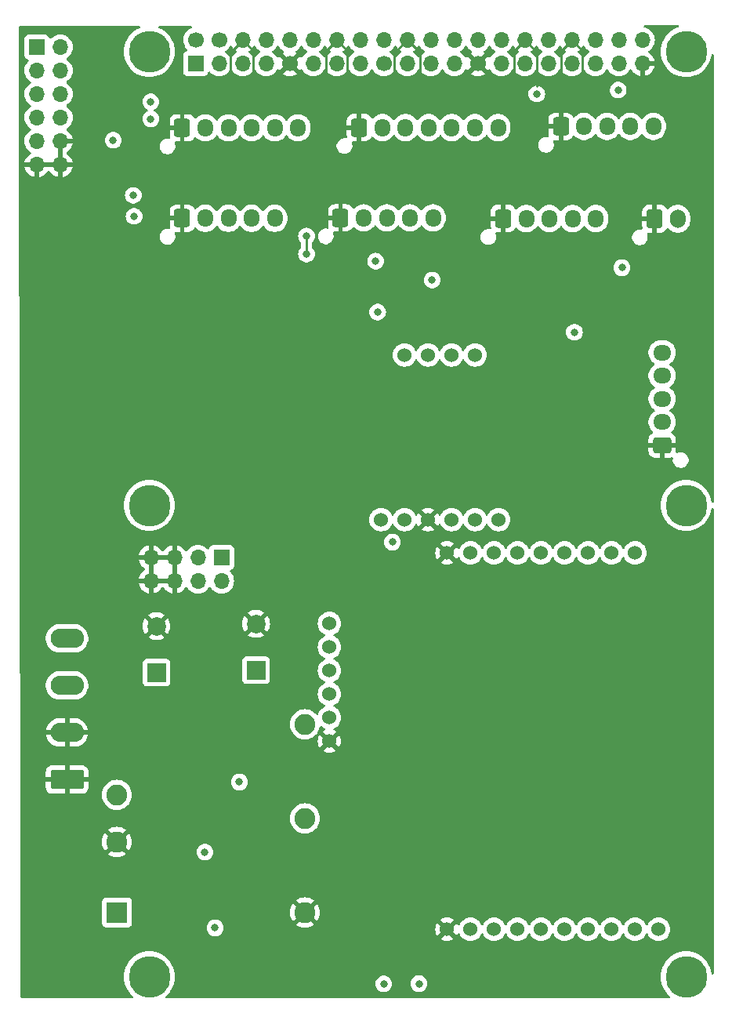
<source format=gbr>
%TF.GenerationSoftware,KiCad,Pcbnew,8.0.6*%
%TF.CreationDate,2025-02-12T15:18:34-05:00*%
%TF.ProjectId,HydroBall,48796472-6f42-4616-9c6c-2e6b69636164,rev?*%
%TF.SameCoordinates,Original*%
%TF.FileFunction,Copper,L3,Inr*%
%TF.FilePolarity,Positive*%
%FSLAX46Y46*%
G04 Gerber Fmt 4.6, Leading zero omitted, Abs format (unit mm)*
G04 Created by KiCad (PCBNEW 8.0.6) date 2025-02-12 15:18:34*
%MOMM*%
%LPD*%
G01*
G04 APERTURE LIST*
G04 Aperture macros list*
%AMRoundRect*
0 Rectangle with rounded corners*
0 $1 Rounding radius*
0 $2 $3 $4 $5 $6 $7 $8 $9 X,Y pos of 4 corners*
0 Add a 4 corners polygon primitive as box body*
4,1,4,$2,$3,$4,$5,$6,$7,$8,$9,$2,$3,0*
0 Add four circle primitives for the rounded corners*
1,1,$1+$1,$2,$3*
1,1,$1+$1,$4,$5*
1,1,$1+$1,$6,$7*
1,1,$1+$1,$8,$9*
0 Add four rect primitives between the rounded corners*
20,1,$1+$1,$2,$3,$4,$5,0*
20,1,$1+$1,$4,$5,$6,$7,0*
20,1,$1+$1,$6,$7,$8,$9,0*
20,1,$1+$1,$8,$9,$2,$3,0*%
%AMHorizOval*
0 Thick line with rounded ends*
0 $1 width*
0 $2 $3 position (X,Y) of the first rounded end (center of the circle)*
0 $4 $5 position (X,Y) of the second rounded end (center of the circle)*
0 Add line between two ends*
20,1,$1,$2,$3,$4,$5,0*
0 Add two circle primitives to create the rounded ends*
1,1,$1,$2,$3*
1,1,$1,$4,$5*%
G04 Aperture macros list end*
%TA.AperFunction,ComponentPad*%
%ADD10C,1.524000*%
%TD*%
%TA.AperFunction,ComponentPad*%
%ADD11C,4.500000*%
%TD*%
%TA.AperFunction,ComponentPad*%
%ADD12R,1.700000X1.700000*%
%TD*%
%TA.AperFunction,ComponentPad*%
%ADD13O,1.700000X1.700000*%
%TD*%
%TA.AperFunction,ComponentPad*%
%ADD14RoundRect,0.250000X-0.600000X-0.725000X0.600000X-0.725000X0.600000X0.725000X-0.600000X0.725000X0*%
%TD*%
%TA.AperFunction,ComponentPad*%
%ADD15O,1.700000X1.950000*%
%TD*%
%TA.AperFunction,ComponentPad*%
%ADD16RoundRect,0.249999X1.550001X-0.790001X1.550001X0.790001X-1.550001X0.790001X-1.550001X-0.790001X0*%
%TD*%
%TA.AperFunction,ComponentPad*%
%ADD17O,3.600000X2.080000*%
%TD*%
%TA.AperFunction,ComponentPad*%
%ADD18RoundRect,0.250000X0.725000X-0.600000X0.725000X0.600000X-0.725000X0.600000X-0.725000X-0.600000X0*%
%TD*%
%TA.AperFunction,ComponentPad*%
%ADD19O,1.950000X1.700000*%
%TD*%
%TA.AperFunction,ComponentPad*%
%ADD20RoundRect,0.250000X-0.600000X-0.750000X0.600000X-0.750000X0.600000X0.750000X-0.600000X0.750000X0*%
%TD*%
%TA.AperFunction,ComponentPad*%
%ADD21O,1.700000X2.000000*%
%TD*%
%TA.AperFunction,ComponentPad*%
%ADD22R,2.000000X2.000000*%
%TD*%
%TA.AperFunction,ComponentPad*%
%ADD23C,2.000000*%
%TD*%
%TA.AperFunction,ComponentPad*%
%ADD24R,2.250000X2.250000*%
%TD*%
%TA.AperFunction,ComponentPad*%
%ADD25C,2.250000*%
%TD*%
%TA.AperFunction,ComponentPad*%
%ADD26HorizOval,1.700000X0.000000X0.000000X0.000000X0.000000X0*%
%TD*%
%TA.AperFunction,ViaPad*%
%ADD27C,0.800000*%
%TD*%
%TA.AperFunction,Conductor*%
%ADD28C,0.250000*%
%TD*%
G04 APERTURE END LIST*
D10*
%TO.N,GND*%
%TO.C,U1*%
X148355000Y-138245000D03*
%TO.N,+3.3V*%
X150895000Y-138245000D03*
%TO.N,N/C*%
X153435000Y-138245000D03*
X155975000Y-138245000D03*
X158515000Y-138245000D03*
X161055000Y-138245000D03*
%TO.N,PPS*%
X163595000Y-138245000D03*
%TO.N,unconnected-(U1-rst_-Pad8)*%
X166135000Y-138245000D03*
%TO.N,N/C*%
X168675000Y-138245000D03*
X171215000Y-138245000D03*
%TO.N,GND*%
X148355000Y-97605000D03*
%TO.N,unconnected-(U1-5v-Pad12)*%
X150895000Y-97605000D03*
%TO.N,+3.3V*%
X153435000Y-97605000D03*
%TO.N,Net-(JP3-A)*%
X155975000Y-97605000D03*
%TO.N,Net-(JP1-A)*%
X158515000Y-97605000D03*
%TO.N,N/C*%
X161055000Y-97605000D03*
%TO.N,U1TX*%
X163595000Y-97605000D03*
%TO.N,U1RX*%
X166135000Y-97605000D03*
%TO.N,N/C*%
X168675000Y-97605000D03*
X135655000Y-105225000D03*
X135655000Y-107765000D03*
X135655000Y-110305000D03*
%TO.N,+3.3V*%
X135655000Y-112845000D03*
%TO.N,N/C*%
X135655000Y-115385000D03*
%TO.N,GND*%
X135655000Y-117925000D03*
%TD*%
D11*
%TO.N,N/C*%
%TO.C,H4*%
X116200000Y-143380000D03*
%TD*%
D12*
%TO.N,+5P*%
%TO.C,J14*%
X124000000Y-98100000D03*
D13*
X124000000Y-100640000D03*
X121460000Y-98100000D03*
X121460000Y-100640000D03*
%TO.N,GND*%
X118920000Y-98100000D03*
X118920000Y-100640000D03*
X116380000Y-98100000D03*
X116380000Y-100640000D03*
%TD*%
D14*
%TO.N,GND*%
%TO.C,J1*%
X119750000Y-51705000D03*
D15*
%TO.N,U1RX*%
X122250000Y-51705000D03*
%TO.N,U1TX*%
X124750000Y-51705000D03*
%TO.N,PPS*%
X127250000Y-51705000D03*
%TO.N,+3.3V*%
X129750000Y-51705000D03*
%TO.N,+5V*%
X132250000Y-51705000D03*
%TD*%
D12*
%TO.N,+5V*%
%TO.C,J11*%
X104050000Y-42975000D03*
D13*
X106590000Y-42975000D03*
X104050000Y-45515000D03*
%TO.N,Signal*%
X106590000Y-45515000D03*
%TO.N,Pwr_off*%
X104050000Y-48055000D03*
%TO.N,Pwr_mon*%
X106590000Y-48055000D03*
%TO.N,Red*%
X104050000Y-50595000D03*
%TO.N,Green*%
X106590000Y-50595000D03*
%TO.N,Pwr_Pulse*%
X104050000Y-53135000D03*
%TO.N,GND*%
X106590000Y-53135000D03*
X104050000Y-55675000D03*
X106590000Y-55675000D03*
%TD*%
D16*
%TO.N,GND*%
%TO.C,J9*%
X107310000Y-122080000D03*
D17*
X107310000Y-117000000D03*
%TO.N,Net-(J9-Pin_3)*%
X107310000Y-111920000D03*
X107310000Y-106840000D03*
%TD*%
D14*
%TO.N,GND*%
%TO.C,J3*%
X160650000Y-51555000D03*
D15*
%TO.N,SCK4*%
X163150000Y-51555000D03*
%TO.N,SDA4*%
X165650000Y-51555000D03*
%TO.N,+3.3V*%
X168150000Y-51555000D03*
%TO.N,+5V*%
X170650000Y-51555000D03*
%TD*%
D11*
%TO.N,N/C*%
%TO.C,H5*%
X116200000Y-92480000D03*
%TD*%
%TO.N,N/C*%
%TO.C,H3*%
X174200000Y-43480000D03*
%TD*%
D18*
%TO.N,GND*%
%TO.C,J5*%
X171600000Y-85980000D03*
D19*
%TO.N,U5RX*%
X171600000Y-83480000D03*
%TO.N,U5TX*%
X171600000Y-80980000D03*
%TO.N,+3.3V*%
X171600000Y-78480000D03*
%TO.N,+5V*%
X171600000Y-75980000D03*
%TD*%
D20*
%TO.N,GND*%
%TO.C,J13*%
X170790000Y-61530000D03*
D21*
%TO.N,Net-(J13-Pin_2)*%
X173290000Y-61530000D03*
%TD*%
D14*
%TO.N,GND*%
%TO.C,J6*%
X119750000Y-61480000D03*
D15*
%TO.N,SCK1*%
X122250000Y-61480000D03*
%TO.N,SDA1*%
X124750000Y-61480000D03*
%TO.N,+3.3V*%
X127250000Y-61480000D03*
%TO.N,+5V*%
X129750000Y-61480000D03*
%TD*%
D11*
%TO.N,N/C*%
%TO.C,H2*%
X174200000Y-143380000D03*
%TD*%
D14*
%TO.N,GND*%
%TO.C,J4*%
X154425000Y-61505000D03*
D15*
%TO.N,SCK4*%
X156925000Y-61505000D03*
%TO.N,SDA4*%
X159425000Y-61505000D03*
%TO.N,+3.3V*%
X161925000Y-61505000D03*
%TO.N,+5V*%
X164425000Y-61505000D03*
%TD*%
D14*
%TO.N,GND*%
%TO.C,J2*%
X138875000Y-51680000D03*
D15*
%TO.N,CE0*%
X141375000Y-51680000D03*
%TO.N,SCLK*%
X143875000Y-51680000D03*
%TO.N,MOSI*%
X146375000Y-51680000D03*
%TO.N,MISO*%
X148875000Y-51680000D03*
%TO.N,+3.3V*%
X151375000Y-51680000D03*
%TO.N,+5V*%
X153875000Y-51680000D03*
%TD*%
D10*
%TO.N,+3.3V*%
%TO.C,U2*%
X141220000Y-94010000D03*
%TO.N,N/C*%
X143760000Y-94010000D03*
%TO.N,GND*%
X146300000Y-94010000D03*
%TO.N,SDA1*%
X148840000Y-94010000D03*
%TO.N,SCK1*%
X151380000Y-94010000D03*
%TO.N,unconnected-(U2-rst-Pad6)*%
X153920000Y-94010000D03*
%TO.N,N/C*%
X151380000Y-76230000D03*
X148840000Y-76230000D03*
X146300000Y-76230000D03*
X143760000Y-76230000D03*
%TD*%
D11*
%TO.N,N/C*%
%TO.C,H6*%
X174200000Y-92480000D03*
%TD*%
D14*
%TO.N,GND*%
%TO.C,J7*%
X136850000Y-61430000D03*
D15*
%TO.N,SCK1*%
X139350000Y-61430000D03*
%TO.N,SDA1*%
X141850000Y-61430000D03*
%TO.N,+3.3V*%
X144350000Y-61430000D03*
%TO.N,+5V*%
X146850000Y-61430000D03*
%TD*%
D11*
%TO.N,N/C*%
%TO.C,H1*%
X116200000Y-43480000D03*
%TD*%
D22*
%TO.N,SEN-*%
%TO.C,C5*%
X127730000Y-110270000D03*
D23*
%TO.N,GND*%
X127730000Y-105270000D03*
%TD*%
D24*
%TO.N,unconnected-(PS1-CTRL-Pad1)*%
%TO.C,PS1*%
X112695000Y-136435000D03*
D25*
%TO.N,GND*%
X112695000Y-128815000D03*
%TO.N,Net-(PS1-VIN)*%
X112695000Y-123735000D03*
%TO.N,+5P*%
X133015000Y-116115000D03*
%TO.N,Net-(PS1-TRIM)*%
X133015000Y-126275000D03*
%TO.N,GND*%
X133015000Y-136435000D03*
%TD*%
D12*
%TO.N,+3.3V*%
%TO.C,J8*%
X121200000Y-44750000D03*
D26*
%TO.N,+5V*%
X121200000Y-42210000D03*
D13*
%TO.N,SDA1*%
X123740000Y-44750000D03*
D26*
%TO.N,+5V*%
X123740000Y-42210000D03*
D13*
%TO.N,SCK1*%
X126280000Y-44750000D03*
%TO.N,GND*%
X126280000Y-42210000D03*
%TO.N,PPS*%
X128820000Y-44750000D03*
%TO.N,U1TX*%
X128820000Y-42210000D03*
D26*
%TO.N,GND*%
X131360000Y-44750000D03*
D13*
%TO.N,U1RX*%
X131360000Y-42210000D03*
%TO.N,unconnected-(J8-GPIO17-Pad11)*%
X133900000Y-44750000D03*
%TO.N,W_Intrusion*%
X133900000Y-42210000D03*
%TO.N,Green-g*%
X136440000Y-44750000D03*
%TO.N,GND*%
X136440000Y-42210000D03*
%TO.N,Pwr_off*%
X138980000Y-44750000D03*
%TO.N,Pwr_Pulse*%
X138980000Y-42210000D03*
D26*
%TO.N,+3.3V*%
X141520000Y-44750000D03*
D13*
%TO.N,unconnected-(J8-GPIO24-Pad18)*%
X141520000Y-42210000D03*
%TO.N,MOSI*%
X144060000Y-44750000D03*
%TO.N,GND*%
X144060000Y-42210000D03*
%TO.N,MISO*%
X146600000Y-44750000D03*
%TO.N,unconnected-(J8-GPIO25-Pad22)*%
X146600000Y-42210000D03*
%TO.N,SCLK*%
X149140000Y-44750000D03*
%TO.N,CE0*%
X149140000Y-42210000D03*
D26*
%TO.N,GND*%
X151680000Y-44750000D03*
D13*
%TO.N,SCK4*%
X151680000Y-42210000D03*
%TO.N,U2TX*%
X154220000Y-44750000D03*
%TO.N,U2RX*%
X154220000Y-42210000D03*
%TO.N,unconnected-(J8-GCLK1{slash}GPIO5-Pad29)*%
X156760000Y-44750000D03*
%TO.N,GND*%
X156760000Y-42210000D03*
%TO.N,SDA4*%
X159300000Y-44750000D03*
%TO.N,U5TX*%
X159300000Y-42210000D03*
%TO.N,U5RX*%
X161840000Y-44750000D03*
%TO.N,GND*%
X161840000Y-42210000D03*
%TO.N,unconnected-(J8-GPIO19{slash}MISO1-Pad35)*%
X164380000Y-44750000D03*
%TO.N,Pwr_mon*%
X164380000Y-42210000D03*
%TO.N,Red_g*%
X166920000Y-44750000D03*
%TO.N,unconnected-(J8-GPIO20{slash}MOSI1-Pad38)*%
X166920000Y-42210000D03*
%TO.N,GND*%
X169460000Y-44750000D03*
%TO.N,unconnected-(J8-GPIO21{slash}SCLK1-Pad40)*%
X169460000Y-42210000D03*
%TD*%
D22*
%TO.N,Net-(PS1-VIN)*%
%TO.C,C9*%
X116970000Y-110520000D03*
D23*
%TO.N,GND*%
X116970000Y-105520000D03*
%TD*%
D27*
%TO.N,Red_g*%
X146750000Y-68150000D03*
%TO.N,SCK4*%
X116350000Y-50750000D03*
%TO.N,SDA4*%
X116350000Y-48900000D03*
%TO.N,Green-g*%
X140640000Y-66110571D03*
X140860000Y-71600000D03*
%TO.N,GND*%
X163130000Y-65040000D03*
X172780000Y-69360000D03*
X161000000Y-64920000D03*
X142930000Y-71740000D03*
X116680000Y-56690000D03*
%TO.N,+3.3V*%
X162120000Y-73780000D03*
X167260000Y-66810000D03*
X123300000Y-138100000D03*
X122200000Y-129925000D03*
X112300000Y-53050000D03*
%TO.N,U2RX*%
X145325000Y-144125000D03*
%TO.N,PPS*%
X133175000Y-63400000D03*
X133175000Y-65350000D03*
X142459437Y-96440563D03*
%TO.N,U2TX*%
X141525000Y-144150000D03*
%TO.N,Pwr_mon*%
X166850000Y-47625000D03*
X158050000Y-48050000D03*
%TO.N,Net-(PS1-VIN)*%
X125925000Y-122350000D03*
%TO.N,Red*%
X114465000Y-59000000D03*
%TO.N,Green*%
X114550000Y-61260000D03*
%TD*%
D28*
%TO.N,GND*%
X136440000Y-42210000D02*
X135265000Y-43385000D01*
X156760000Y-42210000D02*
X158100000Y-43550000D01*
X136440000Y-42210000D02*
X137615000Y-43385000D01*
X135265000Y-47335000D02*
X135175000Y-47425000D01*
X155585000Y-47640000D02*
X155475000Y-47750000D01*
X158100000Y-43550000D02*
X158100000Y-47250000D01*
X163015000Y-47240000D02*
X163100000Y-47325000D01*
X145425000Y-43575000D02*
X145425000Y-47125000D01*
X126280000Y-42210000D02*
X127455000Y-43385000D01*
X137615000Y-47465000D02*
X137700000Y-47550000D01*
X163015000Y-43385000D02*
X163015000Y-47240000D01*
X144060000Y-42210000D02*
X142695000Y-43575000D01*
X160665000Y-43385000D02*
X160665000Y-47560000D01*
X144060000Y-42210000D02*
X145425000Y-43575000D01*
X156760000Y-42210000D02*
X155585000Y-43385000D01*
X127455000Y-47620000D02*
X127425000Y-47650000D01*
X142695000Y-43575000D02*
X142695000Y-47455000D01*
X142695000Y-47455000D02*
X142625000Y-47525000D01*
X145425000Y-47125000D02*
X145375000Y-47175000D01*
X161840000Y-42210000D02*
X160665000Y-43385000D01*
X135265000Y-43385000D02*
X135265000Y-47335000D01*
X161840000Y-42210000D02*
X163015000Y-43385000D01*
X127455000Y-43385000D02*
X127455000Y-47620000D01*
X126280000Y-42210000D02*
X124950000Y-43540000D01*
X155585000Y-43385000D02*
X155585000Y-47640000D01*
X160665000Y-47560000D02*
X160575000Y-47650000D01*
X137615000Y-43385000D02*
X137615000Y-47465000D01*
X124950000Y-43540000D02*
X124950000Y-47875000D01*
%TO.N,PPS*%
X133175000Y-63400000D02*
X133175000Y-65350000D01*
%TD*%
%TA.AperFunction,Conductor*%
%TO.N,GND*%
G36*
X118454075Y-100447007D02*
G01*
X118420000Y-100574174D01*
X118420000Y-100705826D01*
X118454075Y-100832993D01*
X118486988Y-100890000D01*
X116813012Y-100890000D01*
X116845925Y-100832993D01*
X116880000Y-100705826D01*
X116880000Y-100574174D01*
X116845925Y-100447007D01*
X116813012Y-100390000D01*
X118486988Y-100390000D01*
X118454075Y-100447007D01*
G37*
%TD.AperFunction*%
%TA.AperFunction,Conductor*%
G36*
X116630000Y-100206988D02*
G01*
X116572993Y-100174075D01*
X116445826Y-100140000D01*
X116314174Y-100140000D01*
X116187007Y-100174075D01*
X116130000Y-100206988D01*
X116130000Y-98533012D01*
X116187007Y-98565925D01*
X116314174Y-98600000D01*
X116445826Y-98600000D01*
X116572993Y-98565925D01*
X116630000Y-98533012D01*
X116630000Y-100206988D01*
G37*
%TD.AperFunction*%
%TA.AperFunction,Conductor*%
G36*
X119170000Y-100206988D02*
G01*
X119112993Y-100174075D01*
X118985826Y-100140000D01*
X118854174Y-100140000D01*
X118727007Y-100174075D01*
X118670000Y-100206988D01*
X118670000Y-98533012D01*
X118727007Y-98565925D01*
X118854174Y-98600000D01*
X118985826Y-98600000D01*
X119112993Y-98565925D01*
X119170000Y-98533012D01*
X119170000Y-100206988D01*
G37*
%TD.AperFunction*%
%TA.AperFunction,Conductor*%
G36*
X118454075Y-97907007D02*
G01*
X118420000Y-98034174D01*
X118420000Y-98165826D01*
X118454075Y-98292993D01*
X118486988Y-98350000D01*
X116813012Y-98350000D01*
X116845925Y-98292993D01*
X116880000Y-98165826D01*
X116880000Y-98034174D01*
X116845925Y-97907007D01*
X116813012Y-97850000D01*
X118486988Y-97850000D01*
X118454075Y-97907007D01*
G37*
%TD.AperFunction*%
%TA.AperFunction,Conductor*%
G36*
X106124075Y-55482007D02*
G01*
X106090000Y-55609174D01*
X106090000Y-55740826D01*
X106124075Y-55867993D01*
X106156988Y-55925000D01*
X104483012Y-55925000D01*
X104515925Y-55867993D01*
X104550000Y-55740826D01*
X104550000Y-55609174D01*
X104515925Y-55482007D01*
X104483012Y-55425000D01*
X106156988Y-55425000D01*
X106124075Y-55482007D01*
G37*
%TD.AperFunction*%
%TA.AperFunction,Conductor*%
G36*
X106840000Y-55241988D02*
G01*
X106782993Y-55209075D01*
X106655826Y-55175000D01*
X106524174Y-55175000D01*
X106397007Y-55209075D01*
X106340000Y-55241988D01*
X106340000Y-53568012D01*
X106397007Y-53600925D01*
X106524174Y-53635000D01*
X106655826Y-53635000D01*
X106782993Y-53600925D01*
X106840000Y-53568012D01*
X106840000Y-55241988D01*
G37*
%TD.AperFunction*%
%TA.AperFunction,Conductor*%
G36*
X173352280Y-40649774D02*
G01*
X173398106Y-40702517D01*
X173408141Y-40771663D01*
X173379201Y-40835257D01*
X173322271Y-40872564D01*
X173222890Y-40903532D01*
X173222879Y-40903536D01*
X173222877Y-40903537D01*
X173029656Y-40990498D01*
X172919447Y-41040100D01*
X172919445Y-41040101D01*
X172634673Y-41212251D01*
X172372744Y-41417460D01*
X172137460Y-41652744D01*
X171932251Y-41914673D01*
X171760101Y-42199445D01*
X171760100Y-42199447D01*
X171623536Y-42502880D01*
X171623530Y-42502895D01*
X171524546Y-42820550D01*
X171524544Y-42820556D01*
X171524544Y-42820559D01*
X171510828Y-42895405D01*
X171464563Y-43147863D01*
X171444473Y-43480000D01*
X171464563Y-43812136D01*
X171464563Y-43812141D01*
X171464564Y-43812142D01*
X171524544Y-44139441D01*
X171524545Y-44139445D01*
X171524546Y-44139449D01*
X171623530Y-44457104D01*
X171623534Y-44457116D01*
X171623537Y-44457123D01*
X171760102Y-44760557D01*
X171930825Y-45042967D01*
X171932251Y-45045326D01*
X172137460Y-45307255D01*
X172372744Y-45542539D01*
X172634673Y-45747748D01*
X172634678Y-45747751D01*
X172634682Y-45747754D01*
X172919443Y-45919898D01*
X173222877Y-46056463D01*
X173222890Y-46056467D01*
X173222895Y-46056469D01*
X173434665Y-46122458D01*
X173540559Y-46155456D01*
X173867858Y-46215436D01*
X174200000Y-46235527D01*
X174532142Y-46215436D01*
X174859441Y-46155456D01*
X175177123Y-46056463D01*
X175480557Y-45919898D01*
X175765318Y-45747754D01*
X176027252Y-45542542D01*
X176262542Y-45307252D01*
X176463033Y-45051344D01*
X176467748Y-45045326D01*
X176467748Y-45045324D01*
X176467754Y-45045318D01*
X176639898Y-44760557D01*
X176776463Y-44457123D01*
X176875456Y-44139441D01*
X176929031Y-43847088D01*
X176960478Y-43784697D01*
X177020664Y-43749210D01*
X177090482Y-43751896D01*
X177147765Y-43791901D01*
X177174325Y-43856526D01*
X177175000Y-43869442D01*
X177175000Y-92090557D01*
X177155315Y-92157596D01*
X177102511Y-92203351D01*
X177033353Y-92213295D01*
X176969797Y-92184270D01*
X176932023Y-92125492D01*
X176929031Y-92112909D01*
X176924935Y-92090557D01*
X176875456Y-91820559D01*
X176776463Y-91502877D01*
X176639898Y-91199443D01*
X176467754Y-90914682D01*
X176467751Y-90914678D01*
X176467748Y-90914673D01*
X176262539Y-90652744D01*
X176027255Y-90417460D01*
X175765326Y-90212251D01*
X175765318Y-90212246D01*
X175480557Y-90040102D01*
X175177123Y-89903537D01*
X175177116Y-89903534D01*
X175177104Y-89903530D01*
X174859449Y-89804546D01*
X174859445Y-89804545D01*
X174859441Y-89804544D01*
X174532142Y-89744564D01*
X174532141Y-89744563D01*
X174532136Y-89744563D01*
X174200000Y-89724473D01*
X173867863Y-89744563D01*
X173867858Y-89744564D01*
X173540559Y-89804544D01*
X173540556Y-89804544D01*
X173540550Y-89804546D01*
X173222895Y-89903530D01*
X173222879Y-89903536D01*
X173222877Y-89903537D01*
X173029656Y-89990498D01*
X172919447Y-90040100D01*
X172919445Y-90040101D01*
X172634673Y-90212251D01*
X172372744Y-90417460D01*
X172137460Y-90652744D01*
X171932251Y-90914673D01*
X171760101Y-91199445D01*
X171760100Y-91199447D01*
X171623536Y-91502880D01*
X171623530Y-91502895D01*
X171524546Y-91820550D01*
X171464563Y-92147863D01*
X171444473Y-92480000D01*
X171464563Y-92812136D01*
X171464563Y-92812141D01*
X171464564Y-92812142D01*
X171524544Y-93139441D01*
X171524545Y-93139445D01*
X171524546Y-93139449D01*
X171623530Y-93457104D01*
X171623534Y-93457116D01*
X171623537Y-93457123D01*
X171760102Y-93760557D01*
X171880573Y-93959840D01*
X171932251Y-94045326D01*
X172137460Y-94307255D01*
X172372744Y-94542539D01*
X172634673Y-94747748D01*
X172634678Y-94747751D01*
X172634682Y-94747754D01*
X172919443Y-94919898D01*
X173222877Y-95056463D01*
X173222890Y-95056467D01*
X173222895Y-95056469D01*
X173386771Y-95107534D01*
X173540559Y-95155456D01*
X173867858Y-95215436D01*
X174200000Y-95235527D01*
X174532142Y-95215436D01*
X174859441Y-95155456D01*
X175160185Y-95061741D01*
X175177104Y-95056469D01*
X175177104Y-95056468D01*
X175177123Y-95056463D01*
X175480557Y-94919898D01*
X175765318Y-94747754D01*
X176027252Y-94542542D01*
X176262542Y-94307252D01*
X176467754Y-94045318D01*
X176639898Y-93760557D01*
X176776463Y-93457123D01*
X176875456Y-93139441D01*
X176929031Y-92847088D01*
X176960478Y-92784697D01*
X177020664Y-92749210D01*
X177090482Y-92751896D01*
X177147765Y-92791901D01*
X177174325Y-92856526D01*
X177175000Y-92869442D01*
X177175000Y-142990557D01*
X177155315Y-143057596D01*
X177102511Y-143103351D01*
X177033353Y-143113295D01*
X176969797Y-143084270D01*
X176932023Y-143025492D01*
X176929031Y-143012909D01*
X176924935Y-142990557D01*
X176875456Y-142720559D01*
X176776463Y-142402877D01*
X176639898Y-142099443D01*
X176467754Y-141814682D01*
X176467751Y-141814678D01*
X176467748Y-141814673D01*
X176262539Y-141552744D01*
X176027255Y-141317460D01*
X175765326Y-141112251D01*
X175765318Y-141112246D01*
X175480557Y-140940102D01*
X175177123Y-140803537D01*
X175177116Y-140803534D01*
X175177104Y-140803530D01*
X174859449Y-140704546D01*
X174859445Y-140704545D01*
X174859441Y-140704544D01*
X174532142Y-140644564D01*
X174532141Y-140644563D01*
X174532136Y-140644563D01*
X174200000Y-140624473D01*
X173867863Y-140644563D01*
X173867858Y-140644564D01*
X173540559Y-140704544D01*
X173540556Y-140704544D01*
X173540550Y-140704546D01*
X173222895Y-140803530D01*
X173222879Y-140803536D01*
X173222877Y-140803537D01*
X173029656Y-140890498D01*
X172919447Y-140940100D01*
X172919445Y-140940101D01*
X172634673Y-141112251D01*
X172372744Y-141317460D01*
X172137460Y-141552744D01*
X171932251Y-141814673D01*
X171760101Y-142099445D01*
X171760100Y-142099447D01*
X171623536Y-142402880D01*
X171623530Y-142402895D01*
X171524546Y-142720550D01*
X171464563Y-143047863D01*
X171444473Y-143380000D01*
X171464563Y-143712136D01*
X171464563Y-143712141D01*
X171464564Y-143712142D01*
X171524544Y-144039441D01*
X171524545Y-144039445D01*
X171524546Y-144039449D01*
X171623530Y-144357104D01*
X171623534Y-144357116D01*
X171623537Y-144357123D01*
X171760102Y-144660557D01*
X171932246Y-144945318D01*
X171932251Y-144945326D01*
X172137460Y-145207255D01*
X172372744Y-145442539D01*
X172446317Y-145500180D01*
X172486950Y-145557020D01*
X172490402Y-145626805D01*
X172455578Y-145687377D01*
X172393534Y-145719507D01*
X172369761Y-145721791D01*
X118076351Y-145685534D01*
X118009325Y-145665805D01*
X117963605Y-145612970D01*
X117953708Y-145543805D01*
X117982775Y-145480269D01*
X117999961Y-145463923D01*
X118027252Y-145442542D01*
X118262542Y-145207252D01*
X118435769Y-144986144D01*
X118467748Y-144945326D01*
X118467748Y-144945324D01*
X118467754Y-144945318D01*
X118639898Y-144660557D01*
X118776463Y-144357123D01*
X118841005Y-144150000D01*
X140619540Y-144150000D01*
X140639326Y-144338256D01*
X140639327Y-144338259D01*
X140697818Y-144518277D01*
X140697821Y-144518284D01*
X140792467Y-144682216D01*
X140896619Y-144797888D01*
X140919129Y-144822888D01*
X141072265Y-144934148D01*
X141072270Y-144934151D01*
X141245192Y-145011142D01*
X141245197Y-145011144D01*
X141430354Y-145050500D01*
X141430355Y-145050500D01*
X141619644Y-145050500D01*
X141619646Y-145050500D01*
X141804803Y-145011144D01*
X141977730Y-144934151D01*
X142130871Y-144822888D01*
X142257533Y-144682216D01*
X142352179Y-144518284D01*
X142410674Y-144338256D01*
X142430460Y-144150000D01*
X142427832Y-144125000D01*
X144419540Y-144125000D01*
X144439326Y-144313256D01*
X144439327Y-144313259D01*
X144497818Y-144493277D01*
X144497821Y-144493284D01*
X144592467Y-144657216D01*
X144719129Y-144797888D01*
X144872265Y-144909148D01*
X144872270Y-144909151D01*
X145045192Y-144986142D01*
X145045197Y-144986144D01*
X145230354Y-145025500D01*
X145230355Y-145025500D01*
X145419644Y-145025500D01*
X145419646Y-145025500D01*
X145604803Y-144986144D01*
X145777730Y-144909151D01*
X145930871Y-144797888D01*
X146057533Y-144657216D01*
X146152179Y-144493284D01*
X146210674Y-144313256D01*
X146230460Y-144125000D01*
X146210674Y-143936744D01*
X146152179Y-143756716D01*
X146057533Y-143592784D01*
X145930871Y-143452112D01*
X145930870Y-143452111D01*
X145777734Y-143340851D01*
X145777729Y-143340848D01*
X145604807Y-143263857D01*
X145604802Y-143263855D01*
X145459001Y-143232865D01*
X145419646Y-143224500D01*
X145230354Y-143224500D01*
X145197897Y-143231398D01*
X145045197Y-143263855D01*
X145045192Y-143263857D01*
X144872270Y-143340848D01*
X144872265Y-143340851D01*
X144719129Y-143452111D01*
X144592466Y-143592785D01*
X144497821Y-143756715D01*
X144497818Y-143756722D01*
X144439327Y-143936740D01*
X144439326Y-143936744D01*
X144419540Y-144125000D01*
X142427832Y-144125000D01*
X142410674Y-143961744D01*
X142352179Y-143781716D01*
X142257533Y-143617784D01*
X142130871Y-143477112D01*
X142130870Y-143477111D01*
X141977734Y-143365851D01*
X141977729Y-143365848D01*
X141804807Y-143288857D01*
X141804802Y-143288855D01*
X141659001Y-143257865D01*
X141619646Y-143249500D01*
X141430354Y-143249500D01*
X141397897Y-143256398D01*
X141245197Y-143288855D01*
X141245192Y-143288857D01*
X141072270Y-143365848D01*
X141072265Y-143365851D01*
X140919129Y-143477111D01*
X140792466Y-143617785D01*
X140697821Y-143781715D01*
X140697818Y-143781722D01*
X140647450Y-143936740D01*
X140639326Y-143961744D01*
X140619540Y-144150000D01*
X118841005Y-144150000D01*
X118875456Y-144039441D01*
X118935436Y-143712142D01*
X118955527Y-143380000D01*
X118935436Y-143047858D01*
X118875456Y-142720559D01*
X118776463Y-142402877D01*
X118639898Y-142099443D01*
X118467754Y-141814682D01*
X118467751Y-141814678D01*
X118467748Y-141814673D01*
X118262539Y-141552744D01*
X118027255Y-141317460D01*
X117765326Y-141112251D01*
X117765318Y-141112246D01*
X117480557Y-140940102D01*
X117177123Y-140803537D01*
X117177116Y-140803534D01*
X117177104Y-140803530D01*
X116859449Y-140704546D01*
X116859445Y-140704545D01*
X116859441Y-140704544D01*
X116532142Y-140644564D01*
X116532141Y-140644563D01*
X116532136Y-140644563D01*
X116200000Y-140624473D01*
X115867863Y-140644563D01*
X115867858Y-140644564D01*
X115540559Y-140704544D01*
X115540556Y-140704544D01*
X115540550Y-140704546D01*
X115222895Y-140803530D01*
X115222879Y-140803536D01*
X115222877Y-140803537D01*
X115029656Y-140890498D01*
X114919447Y-140940100D01*
X114919445Y-140940101D01*
X114634673Y-141112251D01*
X114372744Y-141317460D01*
X114137460Y-141552744D01*
X113932251Y-141814673D01*
X113760101Y-142099445D01*
X113760100Y-142099447D01*
X113623536Y-142402880D01*
X113623530Y-142402895D01*
X113524546Y-142720550D01*
X113464563Y-143047863D01*
X113444473Y-143380000D01*
X113464563Y-143712136D01*
X113464563Y-143712141D01*
X113464564Y-143712142D01*
X113524544Y-144039441D01*
X113524545Y-144039445D01*
X113524546Y-144039449D01*
X113623530Y-144357104D01*
X113623534Y-144357116D01*
X113623537Y-144357123D01*
X113760102Y-144660557D01*
X113932246Y-144945318D01*
X113932251Y-144945326D01*
X114137460Y-145207255D01*
X114372742Y-145442537D01*
X114372745Y-145442539D01*
X114372748Y-145442542D01*
X114396837Y-145461415D01*
X114437470Y-145518254D01*
X114440923Y-145588038D01*
X114406100Y-145648611D01*
X114344056Y-145680742D01*
X114320282Y-145683026D01*
X102423651Y-145675082D01*
X102356625Y-145655353D01*
X102310905Y-145602518D01*
X102299734Y-145551352D01*
X102283760Y-138100000D01*
X122394540Y-138100000D01*
X122414326Y-138288256D01*
X122414327Y-138288259D01*
X122472818Y-138468277D01*
X122472821Y-138468284D01*
X122567467Y-138632216D01*
X122672817Y-138749219D01*
X122694129Y-138772888D01*
X122847265Y-138884148D01*
X122847270Y-138884151D01*
X123020192Y-138961142D01*
X123020197Y-138961144D01*
X123205354Y-139000500D01*
X123205355Y-139000500D01*
X123394644Y-139000500D01*
X123394646Y-139000500D01*
X123579803Y-138961144D01*
X123752730Y-138884151D01*
X123905871Y-138772888D01*
X124032533Y-138632216D01*
X124127179Y-138468284D01*
X124185674Y-138288256D01*
X124190220Y-138244999D01*
X147088179Y-138244999D01*
X147088179Y-138245000D01*
X147107424Y-138464976D01*
X147107426Y-138464986D01*
X147164575Y-138678270D01*
X147164580Y-138678284D01*
X147257898Y-138878405D01*
X147257901Y-138878411D01*
X147303258Y-138943187D01*
X147303259Y-138943188D01*
X147974000Y-138272447D01*
X147974000Y-138295160D01*
X147999964Y-138392061D01*
X148050124Y-138478940D01*
X148121060Y-138549876D01*
X148207939Y-138600036D01*
X148304840Y-138626000D01*
X148327553Y-138626000D01*
X147656810Y-139296740D01*
X147721590Y-139342099D01*
X147721592Y-139342100D01*
X147921715Y-139435419D01*
X147921729Y-139435424D01*
X148135013Y-139492573D01*
X148135023Y-139492575D01*
X148354999Y-139511821D01*
X148355001Y-139511821D01*
X148574976Y-139492575D01*
X148574986Y-139492573D01*
X148788270Y-139435424D01*
X148788284Y-139435419D01*
X148988407Y-139342100D01*
X148988417Y-139342094D01*
X149053188Y-139296741D01*
X148382448Y-138626000D01*
X148405160Y-138626000D01*
X148502061Y-138600036D01*
X148588940Y-138549876D01*
X148659876Y-138478940D01*
X148710036Y-138392061D01*
X148736000Y-138295160D01*
X148736000Y-138272447D01*
X149406741Y-138943188D01*
X149452094Y-138878417D01*
X149452095Y-138878416D01*
X149512340Y-138749219D01*
X149558512Y-138696780D01*
X149625706Y-138677627D01*
X149692587Y-138697842D01*
X149737105Y-138749218D01*
X149797466Y-138878662D01*
X149797468Y-138878666D01*
X149924170Y-139059615D01*
X149924175Y-139059621D01*
X150080378Y-139215824D01*
X150080384Y-139215829D01*
X150261333Y-139342531D01*
X150261335Y-139342532D01*
X150261338Y-139342534D01*
X150461550Y-139435894D01*
X150674932Y-139493070D01*
X150832123Y-139506822D01*
X150894998Y-139512323D01*
X150895000Y-139512323D01*
X150895002Y-139512323D01*
X150950017Y-139507509D01*
X151115068Y-139493070D01*
X151328450Y-139435894D01*
X151528662Y-139342534D01*
X151709620Y-139215826D01*
X151865826Y-139059620D01*
X151992534Y-138878662D01*
X152052618Y-138749811D01*
X152098790Y-138697371D01*
X152165983Y-138678219D01*
X152232865Y-138698435D01*
X152277382Y-138749811D01*
X152337464Y-138878658D01*
X152337468Y-138878666D01*
X152464170Y-139059615D01*
X152464175Y-139059621D01*
X152620378Y-139215824D01*
X152620384Y-139215829D01*
X152801333Y-139342531D01*
X152801335Y-139342532D01*
X152801338Y-139342534D01*
X153001550Y-139435894D01*
X153214932Y-139493070D01*
X153372123Y-139506822D01*
X153434998Y-139512323D01*
X153435000Y-139512323D01*
X153435002Y-139512323D01*
X153490017Y-139507509D01*
X153655068Y-139493070D01*
X153868450Y-139435894D01*
X154068662Y-139342534D01*
X154249620Y-139215826D01*
X154405826Y-139059620D01*
X154532534Y-138878662D01*
X154592618Y-138749811D01*
X154638790Y-138697371D01*
X154705983Y-138678219D01*
X154772865Y-138698435D01*
X154817382Y-138749811D01*
X154877464Y-138878658D01*
X154877468Y-138878666D01*
X155004170Y-139059615D01*
X155004175Y-139059621D01*
X155160378Y-139215824D01*
X155160384Y-139215829D01*
X155341333Y-139342531D01*
X155341335Y-139342532D01*
X155341338Y-139342534D01*
X155541550Y-139435894D01*
X155754932Y-139493070D01*
X155912123Y-139506822D01*
X155974998Y-139512323D01*
X155975000Y-139512323D01*
X155975002Y-139512323D01*
X156030017Y-139507509D01*
X156195068Y-139493070D01*
X156408450Y-139435894D01*
X156608662Y-139342534D01*
X156789620Y-139215826D01*
X156945826Y-139059620D01*
X157072534Y-138878662D01*
X157132618Y-138749811D01*
X157178790Y-138697371D01*
X157245983Y-138678219D01*
X157312865Y-138698435D01*
X157357382Y-138749811D01*
X157417464Y-138878658D01*
X157417468Y-138878666D01*
X157544170Y-139059615D01*
X157544175Y-139059621D01*
X157700378Y-139215824D01*
X157700384Y-139215829D01*
X157881333Y-139342531D01*
X157881335Y-139342532D01*
X157881338Y-139342534D01*
X158081550Y-139435894D01*
X158294932Y-139493070D01*
X158452123Y-139506822D01*
X158514998Y-139512323D01*
X158515000Y-139512323D01*
X158515002Y-139512323D01*
X158570017Y-139507509D01*
X158735068Y-139493070D01*
X158948450Y-139435894D01*
X159148662Y-139342534D01*
X159329620Y-139215826D01*
X159485826Y-139059620D01*
X159612534Y-138878662D01*
X159672618Y-138749811D01*
X159718790Y-138697371D01*
X159785983Y-138678219D01*
X159852865Y-138698435D01*
X159897382Y-138749811D01*
X159957464Y-138878658D01*
X159957468Y-138878666D01*
X160084170Y-139059615D01*
X160084175Y-139059621D01*
X160240378Y-139215824D01*
X160240384Y-139215829D01*
X160421333Y-139342531D01*
X160421335Y-139342532D01*
X160421338Y-139342534D01*
X160621550Y-139435894D01*
X160834932Y-139493070D01*
X160992123Y-139506822D01*
X161054998Y-139512323D01*
X161055000Y-139512323D01*
X161055002Y-139512323D01*
X161110017Y-139507509D01*
X161275068Y-139493070D01*
X161488450Y-139435894D01*
X161688662Y-139342534D01*
X161869620Y-139215826D01*
X162025826Y-139059620D01*
X162152534Y-138878662D01*
X162212618Y-138749811D01*
X162258790Y-138697371D01*
X162325983Y-138678219D01*
X162392865Y-138698435D01*
X162437382Y-138749811D01*
X162497464Y-138878658D01*
X162497468Y-138878666D01*
X162624170Y-139059615D01*
X162624175Y-139059621D01*
X162780378Y-139215824D01*
X162780384Y-139215829D01*
X162961333Y-139342531D01*
X162961335Y-139342532D01*
X162961338Y-139342534D01*
X163161550Y-139435894D01*
X163374932Y-139493070D01*
X163532123Y-139506822D01*
X163594998Y-139512323D01*
X163595000Y-139512323D01*
X163595002Y-139512323D01*
X163650017Y-139507509D01*
X163815068Y-139493070D01*
X164028450Y-139435894D01*
X164228662Y-139342534D01*
X164409620Y-139215826D01*
X164565826Y-139059620D01*
X164692534Y-138878662D01*
X164752618Y-138749811D01*
X164798790Y-138697371D01*
X164865983Y-138678219D01*
X164932865Y-138698435D01*
X164977382Y-138749811D01*
X165037464Y-138878658D01*
X165037468Y-138878666D01*
X165164170Y-139059615D01*
X165164175Y-139059621D01*
X165320378Y-139215824D01*
X165320384Y-139215829D01*
X165501333Y-139342531D01*
X165501335Y-139342532D01*
X165501338Y-139342534D01*
X165701550Y-139435894D01*
X165914932Y-139493070D01*
X166072123Y-139506822D01*
X166134998Y-139512323D01*
X166135000Y-139512323D01*
X166135002Y-139512323D01*
X166190017Y-139507509D01*
X166355068Y-139493070D01*
X166568450Y-139435894D01*
X166768662Y-139342534D01*
X166949620Y-139215826D01*
X167105826Y-139059620D01*
X167232534Y-138878662D01*
X167292618Y-138749811D01*
X167338790Y-138697371D01*
X167405983Y-138678219D01*
X167472865Y-138698435D01*
X167517382Y-138749811D01*
X167577464Y-138878658D01*
X167577468Y-138878666D01*
X167704170Y-139059615D01*
X167704175Y-139059621D01*
X167860378Y-139215824D01*
X167860384Y-139215829D01*
X168041333Y-139342531D01*
X168041335Y-139342532D01*
X168041338Y-139342534D01*
X168241550Y-139435894D01*
X168454932Y-139493070D01*
X168612123Y-139506822D01*
X168674998Y-139512323D01*
X168675000Y-139512323D01*
X168675002Y-139512323D01*
X168730017Y-139507509D01*
X168895068Y-139493070D01*
X169108450Y-139435894D01*
X169308662Y-139342534D01*
X169489620Y-139215826D01*
X169645826Y-139059620D01*
X169772534Y-138878662D01*
X169832618Y-138749811D01*
X169878790Y-138697371D01*
X169945983Y-138678219D01*
X170012865Y-138698435D01*
X170057382Y-138749811D01*
X170117464Y-138878658D01*
X170117468Y-138878666D01*
X170244170Y-139059615D01*
X170244175Y-139059621D01*
X170400378Y-139215824D01*
X170400384Y-139215829D01*
X170581333Y-139342531D01*
X170581335Y-139342532D01*
X170581338Y-139342534D01*
X170781550Y-139435894D01*
X170994932Y-139493070D01*
X171152123Y-139506822D01*
X171214998Y-139512323D01*
X171215000Y-139512323D01*
X171215002Y-139512323D01*
X171270017Y-139507509D01*
X171435068Y-139493070D01*
X171648450Y-139435894D01*
X171848662Y-139342534D01*
X172029620Y-139215826D01*
X172185826Y-139059620D01*
X172312534Y-138878662D01*
X172405894Y-138678450D01*
X172463070Y-138465068D01*
X172482323Y-138245000D01*
X172463070Y-138024932D01*
X172405894Y-137811550D01*
X172312534Y-137611339D01*
X172185826Y-137430380D01*
X172029620Y-137274174D01*
X172029616Y-137274171D01*
X172029615Y-137274170D01*
X171848666Y-137147468D01*
X171848662Y-137147466D01*
X171848660Y-137147465D01*
X171648450Y-137054106D01*
X171648447Y-137054105D01*
X171648445Y-137054104D01*
X171435070Y-136996930D01*
X171435062Y-136996929D01*
X171215002Y-136977677D01*
X171214998Y-136977677D01*
X170994937Y-136996929D01*
X170994929Y-136996930D01*
X170781554Y-137054104D01*
X170781548Y-137054107D01*
X170581340Y-137147465D01*
X170581338Y-137147466D01*
X170400377Y-137274175D01*
X170244175Y-137430377D01*
X170117466Y-137611338D01*
X170117465Y-137611340D01*
X170057382Y-137740189D01*
X170011209Y-137792628D01*
X169944016Y-137811780D01*
X169877135Y-137791564D01*
X169832618Y-137740189D01*
X169772651Y-137611590D01*
X169772534Y-137611339D01*
X169645826Y-137430380D01*
X169489620Y-137274174D01*
X169489616Y-137274171D01*
X169489615Y-137274170D01*
X169308666Y-137147468D01*
X169308662Y-137147466D01*
X169308660Y-137147465D01*
X169108450Y-137054106D01*
X169108447Y-137054105D01*
X169108445Y-137054104D01*
X168895070Y-136996930D01*
X168895062Y-136996929D01*
X168675002Y-136977677D01*
X168674998Y-136977677D01*
X168454937Y-136996929D01*
X168454929Y-136996930D01*
X168241554Y-137054104D01*
X168241548Y-137054107D01*
X168041340Y-137147465D01*
X168041338Y-137147466D01*
X167860377Y-137274175D01*
X167704175Y-137430377D01*
X167577466Y-137611338D01*
X167577465Y-137611340D01*
X167517382Y-137740189D01*
X167471209Y-137792628D01*
X167404016Y-137811780D01*
X167337135Y-137791564D01*
X167292618Y-137740189D01*
X167232651Y-137611590D01*
X167232534Y-137611339D01*
X167105826Y-137430380D01*
X166949620Y-137274174D01*
X166949616Y-137274171D01*
X166949615Y-137274170D01*
X166768666Y-137147468D01*
X166768662Y-137147466D01*
X166768660Y-137147465D01*
X166568450Y-137054106D01*
X166568447Y-137054105D01*
X166568445Y-137054104D01*
X166355070Y-136996930D01*
X166355062Y-136996929D01*
X166135002Y-136977677D01*
X166134998Y-136977677D01*
X165914937Y-136996929D01*
X165914929Y-136996930D01*
X165701554Y-137054104D01*
X165701548Y-137054107D01*
X165501340Y-137147465D01*
X165501338Y-137147466D01*
X165320377Y-137274175D01*
X165164175Y-137430377D01*
X165037466Y-137611338D01*
X165037465Y-137611340D01*
X164977382Y-137740189D01*
X164931209Y-137792628D01*
X164864016Y-137811780D01*
X164797135Y-137791564D01*
X164752618Y-137740189D01*
X164692651Y-137611590D01*
X164692534Y-137611339D01*
X164565826Y-137430380D01*
X164409620Y-137274174D01*
X164409616Y-137274171D01*
X164409615Y-137274170D01*
X164228666Y-137147468D01*
X164228662Y-137147466D01*
X164228660Y-137147465D01*
X164028450Y-137054106D01*
X164028447Y-137054105D01*
X164028445Y-137054104D01*
X163815070Y-136996930D01*
X163815062Y-136996929D01*
X163595002Y-136977677D01*
X163594998Y-136977677D01*
X163374937Y-136996929D01*
X163374929Y-136996930D01*
X163161554Y-137054104D01*
X163161548Y-137054107D01*
X162961340Y-137147465D01*
X162961338Y-137147466D01*
X162780377Y-137274175D01*
X162624175Y-137430377D01*
X162497466Y-137611338D01*
X162497465Y-137611340D01*
X162437382Y-137740189D01*
X162391209Y-137792628D01*
X162324016Y-137811780D01*
X162257135Y-137791564D01*
X162212618Y-137740189D01*
X162152651Y-137611590D01*
X162152534Y-137611339D01*
X162025826Y-137430380D01*
X161869620Y-137274174D01*
X161869616Y-137274171D01*
X161869615Y-137274170D01*
X161688666Y-137147468D01*
X161688662Y-137147466D01*
X161688660Y-137147465D01*
X161488450Y-137054106D01*
X161488447Y-137054105D01*
X161488445Y-137054104D01*
X161275070Y-136996930D01*
X161275062Y-136996929D01*
X161055002Y-136977677D01*
X161054998Y-136977677D01*
X160834937Y-136996929D01*
X160834929Y-136996930D01*
X160621554Y-137054104D01*
X160621548Y-137054107D01*
X160421340Y-137147465D01*
X160421338Y-137147466D01*
X160240377Y-137274175D01*
X160084175Y-137430377D01*
X159957466Y-137611338D01*
X159957465Y-137611340D01*
X159897382Y-137740189D01*
X159851209Y-137792628D01*
X159784016Y-137811780D01*
X159717135Y-137791564D01*
X159672618Y-137740189D01*
X159612651Y-137611590D01*
X159612534Y-137611339D01*
X159485826Y-137430380D01*
X159329620Y-137274174D01*
X159329616Y-137274171D01*
X159329615Y-137274170D01*
X159148666Y-137147468D01*
X159148662Y-137147466D01*
X159148660Y-137147465D01*
X158948450Y-137054106D01*
X158948447Y-137054105D01*
X158948445Y-137054104D01*
X158735070Y-136996930D01*
X158735062Y-136996929D01*
X158515002Y-136977677D01*
X158514998Y-136977677D01*
X158294937Y-136996929D01*
X158294929Y-136996930D01*
X158081554Y-137054104D01*
X158081548Y-137054107D01*
X157881340Y-137147465D01*
X157881338Y-137147466D01*
X157700377Y-137274175D01*
X157544175Y-137430377D01*
X157417466Y-137611338D01*
X157417465Y-137611340D01*
X157357382Y-137740189D01*
X157311209Y-137792628D01*
X157244016Y-137811780D01*
X157177135Y-137791564D01*
X157132618Y-137740189D01*
X157072651Y-137611590D01*
X157072534Y-137611339D01*
X156945826Y-137430380D01*
X156789620Y-137274174D01*
X156789616Y-137274171D01*
X156789615Y-137274170D01*
X156608666Y-137147468D01*
X156608662Y-137147466D01*
X156608660Y-137147465D01*
X156408450Y-137054106D01*
X156408447Y-137054105D01*
X156408445Y-137054104D01*
X156195070Y-136996930D01*
X156195062Y-136996929D01*
X155975002Y-136977677D01*
X155974998Y-136977677D01*
X155754937Y-136996929D01*
X155754929Y-136996930D01*
X155541554Y-137054104D01*
X155541548Y-137054107D01*
X155341340Y-137147465D01*
X155341338Y-137147466D01*
X155160377Y-137274175D01*
X155004175Y-137430377D01*
X154877466Y-137611338D01*
X154877465Y-137611340D01*
X154817382Y-137740189D01*
X154771209Y-137792628D01*
X154704016Y-137811780D01*
X154637135Y-137791564D01*
X154592618Y-137740189D01*
X154532651Y-137611590D01*
X154532534Y-137611339D01*
X154405826Y-137430380D01*
X154249620Y-137274174D01*
X154249616Y-137274171D01*
X154249615Y-137274170D01*
X154068666Y-137147468D01*
X154068662Y-137147466D01*
X154068660Y-137147465D01*
X153868450Y-137054106D01*
X153868447Y-137054105D01*
X153868445Y-137054104D01*
X153655070Y-136996930D01*
X153655062Y-136996929D01*
X153435002Y-136977677D01*
X153434998Y-136977677D01*
X153214937Y-136996929D01*
X153214929Y-136996930D01*
X153001554Y-137054104D01*
X153001548Y-137054107D01*
X152801340Y-137147465D01*
X152801338Y-137147466D01*
X152620377Y-137274175D01*
X152464175Y-137430377D01*
X152337466Y-137611338D01*
X152337465Y-137611340D01*
X152277382Y-137740189D01*
X152231209Y-137792628D01*
X152164016Y-137811780D01*
X152097135Y-137791564D01*
X152052618Y-137740189D01*
X151992651Y-137611590D01*
X151992534Y-137611339D01*
X151865826Y-137430380D01*
X151709620Y-137274174D01*
X151709616Y-137274171D01*
X151709615Y-137274170D01*
X151528666Y-137147468D01*
X151528662Y-137147466D01*
X151528660Y-137147465D01*
X151328450Y-137054106D01*
X151328447Y-137054105D01*
X151328445Y-137054104D01*
X151115070Y-136996930D01*
X151115062Y-136996929D01*
X150895002Y-136977677D01*
X150894998Y-136977677D01*
X150674937Y-136996929D01*
X150674929Y-136996930D01*
X150461554Y-137054104D01*
X150461548Y-137054107D01*
X150261340Y-137147465D01*
X150261338Y-137147466D01*
X150080377Y-137274175D01*
X149924175Y-137430377D01*
X149797467Y-137611337D01*
X149737105Y-137740782D01*
X149690932Y-137793221D01*
X149623738Y-137812372D01*
X149556857Y-137792156D01*
X149512341Y-137740780D01*
X149452098Y-137611589D01*
X149452097Y-137611587D01*
X149406741Y-137546811D01*
X149406740Y-137546810D01*
X148736000Y-138217551D01*
X148736000Y-138194840D01*
X148710036Y-138097939D01*
X148659876Y-138011060D01*
X148588940Y-137940124D01*
X148502061Y-137889964D01*
X148405160Y-137864000D01*
X148382448Y-137864000D01*
X149053188Y-137193259D01*
X149053187Y-137193258D01*
X148988411Y-137147901D01*
X148988405Y-137147898D01*
X148788284Y-137054580D01*
X148788270Y-137054575D01*
X148574986Y-136997426D01*
X148574976Y-136997424D01*
X148355001Y-136978179D01*
X148354999Y-136978179D01*
X148135023Y-136997424D01*
X148135013Y-136997426D01*
X147921729Y-137054575D01*
X147921720Y-137054579D01*
X147721590Y-137147901D01*
X147656811Y-137193258D01*
X148327553Y-137864000D01*
X148304840Y-137864000D01*
X148207939Y-137889964D01*
X148121060Y-137940124D01*
X148050124Y-138011060D01*
X147999964Y-138097939D01*
X147974000Y-138194840D01*
X147974000Y-138217553D01*
X147303258Y-137546811D01*
X147257901Y-137611590D01*
X147164579Y-137811720D01*
X147164575Y-137811729D01*
X147107426Y-138025013D01*
X147107424Y-138025023D01*
X147088179Y-138244999D01*
X124190220Y-138244999D01*
X124205460Y-138100000D01*
X124185674Y-137911744D01*
X124127179Y-137731716D01*
X124032533Y-137567784D01*
X123905871Y-137427112D01*
X123905870Y-137427111D01*
X123752734Y-137315851D01*
X123752729Y-137315848D01*
X123579807Y-137238857D01*
X123579802Y-137238855D01*
X123434001Y-137207865D01*
X123394646Y-137199500D01*
X123205354Y-137199500D01*
X123172897Y-137206398D01*
X123020197Y-137238855D01*
X123020192Y-137238857D01*
X122847270Y-137315848D01*
X122847265Y-137315851D01*
X122694129Y-137427111D01*
X122567466Y-137567785D01*
X122472821Y-137731715D01*
X122472818Y-137731722D01*
X122420921Y-137891447D01*
X122414326Y-137911744D01*
X122394540Y-138100000D01*
X102283760Y-138100000D01*
X102277676Y-135262135D01*
X111069500Y-135262135D01*
X111069500Y-137607870D01*
X111069501Y-137607876D01*
X111075908Y-137667483D01*
X111126202Y-137802328D01*
X111126206Y-137802335D01*
X111212452Y-137917544D01*
X111212455Y-137917547D01*
X111327664Y-138003793D01*
X111327671Y-138003797D01*
X111462517Y-138054091D01*
X111462516Y-138054091D01*
X111469444Y-138054835D01*
X111522127Y-138060500D01*
X113867872Y-138060499D01*
X113927483Y-138054091D01*
X114062331Y-138003796D01*
X114177546Y-137917546D01*
X114263796Y-137802331D01*
X114314091Y-137667483D01*
X114320500Y-137607873D01*
X114320499Y-136435000D01*
X131384975Y-136435000D01*
X131405042Y-136689989D01*
X131464752Y-136938702D01*
X131562634Y-137175012D01*
X131562636Y-137175015D01*
X131696277Y-137393098D01*
X131696284Y-137393107D01*
X131699533Y-137396912D01*
X132337421Y-136759024D01*
X132350359Y-136790258D01*
X132432437Y-136913097D01*
X132536903Y-137017563D01*
X132659742Y-137099641D01*
X132690974Y-137112578D01*
X132053087Y-137750465D01*
X132056897Y-137753719D01*
X132274984Y-137887363D01*
X132274987Y-137887365D01*
X132511297Y-137985247D01*
X132760011Y-138044957D01*
X132760010Y-138044957D01*
X133015000Y-138065024D01*
X133269989Y-138044957D01*
X133518702Y-137985247D01*
X133755012Y-137887365D01*
X133755015Y-137887363D01*
X133973095Y-137753724D01*
X133973110Y-137753713D01*
X133976911Y-137750466D01*
X133976911Y-137750464D01*
X133339025Y-137112577D01*
X133370258Y-137099641D01*
X133493097Y-137017563D01*
X133597563Y-136913097D01*
X133679641Y-136790258D01*
X133692578Y-136759025D01*
X134330464Y-137396911D01*
X134330466Y-137396911D01*
X134333713Y-137393110D01*
X134333724Y-137393095D01*
X134467363Y-137175015D01*
X134467365Y-137175012D01*
X134565247Y-136938702D01*
X134624957Y-136689989D01*
X134645024Y-136435000D01*
X134624957Y-136180010D01*
X134565247Y-135931297D01*
X134467365Y-135694987D01*
X134467363Y-135694984D01*
X134333719Y-135476897D01*
X134330465Y-135473087D01*
X133692578Y-136110974D01*
X133679641Y-136079742D01*
X133597563Y-135956903D01*
X133493097Y-135852437D01*
X133370258Y-135770359D01*
X133339024Y-135757421D01*
X133976912Y-135119533D01*
X133973107Y-135116284D01*
X133973098Y-135116277D01*
X133755015Y-134982636D01*
X133755012Y-134982634D01*
X133518702Y-134884752D01*
X133269988Y-134825042D01*
X133269989Y-134825042D01*
X133015000Y-134804975D01*
X132760010Y-134825042D01*
X132511297Y-134884752D01*
X132274987Y-134982634D01*
X132274984Y-134982636D01*
X132056893Y-135116282D01*
X132053086Y-135119532D01*
X132690975Y-135757421D01*
X132659742Y-135770359D01*
X132536903Y-135852437D01*
X132432437Y-135956903D01*
X132350359Y-136079742D01*
X132337421Y-136110975D01*
X131699532Y-135473086D01*
X131696282Y-135476893D01*
X131562636Y-135694984D01*
X131562634Y-135694987D01*
X131464752Y-135931297D01*
X131405042Y-136180010D01*
X131384975Y-136435000D01*
X114320499Y-136435000D01*
X114320499Y-135262128D01*
X114314091Y-135202517D01*
X114281928Y-135116284D01*
X114263797Y-135067671D01*
X114263793Y-135067664D01*
X114177547Y-134952455D01*
X114177544Y-134952452D01*
X114062335Y-134866206D01*
X114062328Y-134866202D01*
X113927482Y-134815908D01*
X113927483Y-134815908D01*
X113867883Y-134809501D01*
X113867881Y-134809500D01*
X113867873Y-134809500D01*
X113867864Y-134809500D01*
X111522129Y-134809500D01*
X111522123Y-134809501D01*
X111462516Y-134815908D01*
X111327671Y-134866202D01*
X111327664Y-134866206D01*
X111212455Y-134952452D01*
X111212452Y-134952455D01*
X111126206Y-135067664D01*
X111126202Y-135067671D01*
X111075908Y-135202517D01*
X111069501Y-135262116D01*
X111069501Y-135262123D01*
X111069500Y-135262135D01*
X102277676Y-135262135D01*
X102263854Y-128815000D01*
X111064975Y-128815000D01*
X111085042Y-129069989D01*
X111144752Y-129318702D01*
X111242634Y-129555012D01*
X111242636Y-129555015D01*
X111376277Y-129773098D01*
X111376284Y-129773107D01*
X111379533Y-129776912D01*
X112017421Y-129139024D01*
X112030359Y-129170258D01*
X112112437Y-129293097D01*
X112216903Y-129397563D01*
X112339742Y-129479641D01*
X112370974Y-129492578D01*
X111733087Y-130130465D01*
X111736897Y-130133719D01*
X111954984Y-130267363D01*
X111954987Y-130267365D01*
X112191297Y-130365247D01*
X112440011Y-130424957D01*
X112440010Y-130424957D01*
X112695000Y-130445024D01*
X112949989Y-130424957D01*
X113198702Y-130365247D01*
X113435012Y-130267365D01*
X113435015Y-130267363D01*
X113653095Y-130133724D01*
X113653110Y-130133713D01*
X113656911Y-130130466D01*
X113656911Y-130130464D01*
X113451447Y-129925000D01*
X121294540Y-129925000D01*
X121314326Y-130113256D01*
X121314327Y-130113259D01*
X121372818Y-130293277D01*
X121372821Y-130293284D01*
X121467467Y-130457216D01*
X121594129Y-130597888D01*
X121747265Y-130709148D01*
X121747270Y-130709151D01*
X121920192Y-130786142D01*
X121920197Y-130786144D01*
X122105354Y-130825500D01*
X122105355Y-130825500D01*
X122294644Y-130825500D01*
X122294646Y-130825500D01*
X122479803Y-130786144D01*
X122652730Y-130709151D01*
X122805871Y-130597888D01*
X122932533Y-130457216D01*
X123027179Y-130293284D01*
X123085674Y-130113256D01*
X123105460Y-129925000D01*
X123085674Y-129736744D01*
X123027179Y-129556716D01*
X122932533Y-129392784D01*
X122805871Y-129252112D01*
X122805870Y-129252111D01*
X122652734Y-129140851D01*
X122652729Y-129140848D01*
X122479807Y-129063857D01*
X122479802Y-129063855D01*
X122334001Y-129032865D01*
X122294646Y-129024500D01*
X122105354Y-129024500D01*
X122072897Y-129031398D01*
X121920197Y-129063855D01*
X121920192Y-129063857D01*
X121747270Y-129140848D01*
X121747265Y-129140851D01*
X121594129Y-129252111D01*
X121467466Y-129392785D01*
X121372821Y-129556715D01*
X121372818Y-129556722D01*
X121314327Y-129736740D01*
X121314326Y-129736744D01*
X121294540Y-129925000D01*
X113451447Y-129925000D01*
X113019025Y-129492577D01*
X113050258Y-129479641D01*
X113173097Y-129397563D01*
X113277563Y-129293097D01*
X113359641Y-129170258D01*
X113372578Y-129139025D01*
X114010464Y-129776911D01*
X114010466Y-129776911D01*
X114013713Y-129773110D01*
X114013724Y-129773095D01*
X114147363Y-129555015D01*
X114147365Y-129555012D01*
X114245247Y-129318702D01*
X114304957Y-129069989D01*
X114325024Y-128815000D01*
X114304957Y-128560010D01*
X114245247Y-128311297D01*
X114147365Y-128074987D01*
X114147363Y-128074984D01*
X114013719Y-127856897D01*
X114010465Y-127853087D01*
X113372578Y-128490974D01*
X113359641Y-128459742D01*
X113277563Y-128336903D01*
X113173097Y-128232437D01*
X113050258Y-128150359D01*
X113019024Y-128137421D01*
X113656912Y-127499533D01*
X113653107Y-127496284D01*
X113653098Y-127496277D01*
X113435015Y-127362636D01*
X113435012Y-127362634D01*
X113198702Y-127264752D01*
X112949988Y-127205042D01*
X112949989Y-127205042D01*
X112695000Y-127184975D01*
X112440010Y-127205042D01*
X112191297Y-127264752D01*
X111954987Y-127362634D01*
X111954984Y-127362636D01*
X111736893Y-127496282D01*
X111733086Y-127499532D01*
X112370975Y-128137421D01*
X112339742Y-128150359D01*
X112216903Y-128232437D01*
X112112437Y-128336903D01*
X112030359Y-128459742D01*
X112017421Y-128490975D01*
X111379532Y-127853086D01*
X111376282Y-127856893D01*
X111242636Y-128074984D01*
X111242634Y-128074987D01*
X111144752Y-128311297D01*
X111085042Y-128560010D01*
X111064975Y-128815000D01*
X102263854Y-128815000D01*
X102258408Y-126275000D01*
X131384474Y-126275000D01*
X131404547Y-126530064D01*
X131464279Y-126778864D01*
X131562188Y-127015239D01*
X131562190Y-127015242D01*
X131695875Y-127233396D01*
X131695878Y-127233401D01*
X131771200Y-127321591D01*
X131862044Y-127427956D01*
X131942038Y-127496277D01*
X132056598Y-127594121D01*
X132056603Y-127594124D01*
X132274757Y-127727809D01*
X132274760Y-127727811D01*
X132511135Y-127825720D01*
X132511140Y-127825722D01*
X132759930Y-127885452D01*
X133015000Y-127905526D01*
X133270070Y-127885452D01*
X133518860Y-127825722D01*
X133637051Y-127776765D01*
X133755239Y-127727811D01*
X133755240Y-127727810D01*
X133755243Y-127727809D01*
X133973399Y-127594123D01*
X134167956Y-127427956D01*
X134334123Y-127233399D01*
X134467809Y-127015243D01*
X134565722Y-126778860D01*
X134625452Y-126530070D01*
X134645526Y-126275000D01*
X134625452Y-126019930D01*
X134565722Y-125771140D01*
X134565720Y-125771135D01*
X134467811Y-125534760D01*
X134467809Y-125534757D01*
X134364104Y-125365526D01*
X134334123Y-125316601D01*
X134334122Y-125316600D01*
X134334121Y-125316598D01*
X134224124Y-125187809D01*
X134167956Y-125122044D01*
X134061591Y-125031200D01*
X133973401Y-124955878D01*
X133973396Y-124955875D01*
X133755242Y-124822190D01*
X133755239Y-124822188D01*
X133518864Y-124724279D01*
X133518860Y-124724278D01*
X133270070Y-124664548D01*
X133270067Y-124664547D01*
X133270064Y-124664547D01*
X133015000Y-124644474D01*
X132759935Y-124664547D01*
X132759931Y-124664547D01*
X132759930Y-124664548D01*
X132639771Y-124693396D01*
X132511135Y-124724279D01*
X132274760Y-124822188D01*
X132274757Y-124822190D01*
X132056603Y-124955875D01*
X132056598Y-124955878D01*
X131862044Y-125122044D01*
X131695878Y-125316598D01*
X131695875Y-125316603D01*
X131562190Y-125534757D01*
X131562188Y-125534760D01*
X131464279Y-125771135D01*
X131404547Y-126019935D01*
X131384474Y-126275000D01*
X102258408Y-126275000D01*
X102252963Y-123735000D01*
X111064474Y-123735000D01*
X111084547Y-123990064D01*
X111144279Y-124238864D01*
X111242188Y-124475239D01*
X111242190Y-124475242D01*
X111375875Y-124693396D01*
X111375878Y-124693401D01*
X111451200Y-124781591D01*
X111542044Y-124887956D01*
X111621571Y-124955878D01*
X111736598Y-125054121D01*
X111736603Y-125054124D01*
X111954757Y-125187809D01*
X111954760Y-125187811D01*
X112191135Y-125285720D01*
X112191140Y-125285722D01*
X112439930Y-125345452D01*
X112695000Y-125365526D01*
X112950070Y-125345452D01*
X113198860Y-125285722D01*
X113317051Y-125236765D01*
X113435239Y-125187811D01*
X113435240Y-125187810D01*
X113435243Y-125187809D01*
X113653399Y-125054123D01*
X113847956Y-124887956D01*
X114014123Y-124693399D01*
X114147809Y-124475243D01*
X114245722Y-124238860D01*
X114305452Y-123990070D01*
X114325526Y-123735000D01*
X114305452Y-123479930D01*
X114245722Y-123231140D01*
X114245720Y-123231135D01*
X114147811Y-122994760D01*
X114147809Y-122994757D01*
X114014124Y-122776603D01*
X114014121Y-122776598D01*
X113948983Y-122700332D01*
X113847956Y-122582044D01*
X113741591Y-122491200D01*
X113653401Y-122415878D01*
X113653396Y-122415875D01*
X113545898Y-122350000D01*
X125019540Y-122350000D01*
X125039326Y-122538256D01*
X125039327Y-122538259D01*
X125097818Y-122718277D01*
X125097821Y-122718284D01*
X125192467Y-122882216D01*
X125318956Y-123022696D01*
X125319129Y-123022888D01*
X125472265Y-123134148D01*
X125472270Y-123134151D01*
X125645192Y-123211142D01*
X125645197Y-123211144D01*
X125830354Y-123250500D01*
X125830355Y-123250500D01*
X126019644Y-123250500D01*
X126019646Y-123250500D01*
X126204803Y-123211144D01*
X126377730Y-123134151D01*
X126530871Y-123022888D01*
X126657533Y-122882216D01*
X126752179Y-122718284D01*
X126810674Y-122538256D01*
X126830460Y-122350000D01*
X126810674Y-122161744D01*
X126752179Y-121981716D01*
X126657533Y-121817784D01*
X126530871Y-121677112D01*
X126530870Y-121677111D01*
X126377734Y-121565851D01*
X126377729Y-121565848D01*
X126204807Y-121488857D01*
X126204802Y-121488855D01*
X126059001Y-121457865D01*
X126019646Y-121449500D01*
X125830354Y-121449500D01*
X125797897Y-121456398D01*
X125645197Y-121488855D01*
X125645192Y-121488857D01*
X125472270Y-121565848D01*
X125472265Y-121565851D01*
X125319129Y-121677111D01*
X125192466Y-121817785D01*
X125097821Y-121981715D01*
X125097818Y-121981722D01*
X125043485Y-122148944D01*
X125039326Y-122161744D01*
X125019540Y-122350000D01*
X113545898Y-122350000D01*
X113435242Y-122282190D01*
X113435239Y-122282188D01*
X113198864Y-122184279D01*
X113105000Y-122161744D01*
X112950070Y-122124548D01*
X112950067Y-122124547D01*
X112950064Y-122124547D01*
X112695000Y-122104474D01*
X112439935Y-122124547D01*
X112439931Y-122124547D01*
X112439930Y-122124548D01*
X112338315Y-122148944D01*
X112191135Y-122184279D01*
X111954760Y-122282188D01*
X111954757Y-122282190D01*
X111736603Y-122415875D01*
X111736598Y-122415878D01*
X111542044Y-122582044D01*
X111375878Y-122776598D01*
X111375875Y-122776603D01*
X111242190Y-122994757D01*
X111242188Y-122994760D01*
X111144279Y-123231135D01*
X111084547Y-123479935D01*
X111064474Y-123735000D01*
X102252963Y-123735000D01*
X102247614Y-121240013D01*
X105010000Y-121240013D01*
X105010000Y-121830000D01*
X106655879Y-121830000D01*
X106636901Y-121875818D01*
X106610000Y-122011056D01*
X106610000Y-122148944D01*
X106636901Y-122284182D01*
X106655879Y-122330000D01*
X105010001Y-122330000D01*
X105010001Y-122919986D01*
X105020494Y-123022696D01*
X105020494Y-123022698D01*
X105075640Y-123189119D01*
X105075645Y-123189130D01*
X105167680Y-123338340D01*
X105167683Y-123338344D01*
X105291655Y-123462316D01*
X105291659Y-123462319D01*
X105440869Y-123554354D01*
X105440880Y-123554359D01*
X105607302Y-123609505D01*
X105710020Y-123619999D01*
X107059999Y-123619999D01*
X107060000Y-123619998D01*
X107060000Y-122734120D01*
X107105818Y-122753099D01*
X107241056Y-122780000D01*
X107378944Y-122780000D01*
X107514182Y-122753099D01*
X107560000Y-122734120D01*
X107560000Y-123619999D01*
X108909972Y-123619999D01*
X108909986Y-123619998D01*
X109012696Y-123609505D01*
X109012698Y-123609505D01*
X109179119Y-123554359D01*
X109179130Y-123554354D01*
X109328340Y-123462319D01*
X109328344Y-123462316D01*
X109452316Y-123338344D01*
X109452319Y-123338340D01*
X109544354Y-123189130D01*
X109544359Y-123189119D01*
X109599505Y-123022697D01*
X109609999Y-122919986D01*
X109610000Y-122919973D01*
X109610000Y-122330000D01*
X107964121Y-122330000D01*
X107983099Y-122284182D01*
X108010000Y-122148944D01*
X108010000Y-122011056D01*
X107983099Y-121875818D01*
X107964121Y-121830000D01*
X109609999Y-121830000D01*
X109609999Y-121240028D01*
X109609998Y-121240013D01*
X109599505Y-121137303D01*
X109599505Y-121137301D01*
X109544359Y-120970880D01*
X109544354Y-120970869D01*
X109452319Y-120821659D01*
X109452316Y-120821655D01*
X109328344Y-120697683D01*
X109328340Y-120697680D01*
X109179130Y-120605645D01*
X109179119Y-120605640D01*
X109012697Y-120550494D01*
X108909986Y-120540000D01*
X107560000Y-120540000D01*
X107560000Y-121425879D01*
X107514182Y-121406901D01*
X107378944Y-121380000D01*
X107241056Y-121380000D01*
X107105818Y-121406901D01*
X107060000Y-121425879D01*
X107060000Y-120540000D01*
X105710028Y-120540000D01*
X105710012Y-120540001D01*
X105607303Y-120550494D01*
X105607301Y-120550494D01*
X105440880Y-120605640D01*
X105440869Y-120605645D01*
X105291659Y-120697680D01*
X105291655Y-120697683D01*
X105167683Y-120821655D01*
X105167680Y-120821659D01*
X105075645Y-120970869D01*
X105075640Y-120970880D01*
X105020494Y-121137302D01*
X105010000Y-121240013D01*
X102247614Y-121240013D01*
X102237988Y-116750000D01*
X105030400Y-116750000D01*
X106655879Y-116750000D01*
X106636901Y-116795818D01*
X106610000Y-116931056D01*
X106610000Y-117068944D01*
X106636901Y-117204182D01*
X106655879Y-117250000D01*
X105030400Y-117250000D01*
X105047919Y-117360618D01*
X105122827Y-117591159D01*
X105232874Y-117807136D01*
X105375356Y-118003245D01*
X105546754Y-118174643D01*
X105742863Y-118317125D01*
X105958840Y-118427172D01*
X106189381Y-118502079D01*
X106428800Y-118540000D01*
X107060000Y-118540000D01*
X107060000Y-117654120D01*
X107105818Y-117673099D01*
X107241056Y-117700000D01*
X107378944Y-117700000D01*
X107514182Y-117673099D01*
X107560000Y-117654120D01*
X107560000Y-118540000D01*
X108191200Y-118540000D01*
X108430618Y-118502079D01*
X108661159Y-118427172D01*
X108877136Y-118317125D01*
X109073245Y-118174643D01*
X109244643Y-118003245D01*
X109387125Y-117807136D01*
X109497172Y-117591159D01*
X109572080Y-117360618D01*
X109589600Y-117250000D01*
X107964121Y-117250000D01*
X107983099Y-117204182D01*
X108010000Y-117068944D01*
X108010000Y-116931056D01*
X107983099Y-116795818D01*
X107964121Y-116750000D01*
X109589600Y-116750000D01*
X109572080Y-116639381D01*
X109497172Y-116408840D01*
X109387125Y-116192863D01*
X109330554Y-116115000D01*
X131384474Y-116115000D01*
X131404547Y-116370064D01*
X131404547Y-116370067D01*
X131404548Y-116370070D01*
X131431549Y-116482534D01*
X131464279Y-116618864D01*
X131562188Y-116855239D01*
X131562190Y-116855242D01*
X131695875Y-117073396D01*
X131695878Y-117073401D01*
X131771200Y-117161591D01*
X131862044Y-117267956D01*
X131970538Y-117360618D01*
X132056598Y-117434121D01*
X132056603Y-117434124D01*
X132274757Y-117567809D01*
X132274760Y-117567811D01*
X132511135Y-117665720D01*
X132511140Y-117665722D01*
X132759930Y-117725452D01*
X133015000Y-117745526D01*
X133270070Y-117725452D01*
X133518860Y-117665722D01*
X133637051Y-117616765D01*
X133755239Y-117567811D01*
X133755240Y-117567810D01*
X133755243Y-117567809D01*
X133973399Y-117434123D01*
X134167956Y-117267956D01*
X134334123Y-117073399D01*
X134467809Y-116855243D01*
X134479135Y-116827901D01*
X134565720Y-116618864D01*
X134565722Y-116618860D01*
X134618131Y-116400562D01*
X134652921Y-116339973D01*
X134714947Y-116307809D01*
X134784516Y-116314285D01*
X134826385Y-116341831D01*
X134840378Y-116355824D01*
X134840384Y-116355829D01*
X135021333Y-116482531D01*
X135021335Y-116482532D01*
X135021338Y-116482534D01*
X135150781Y-116542894D01*
X135203220Y-116589066D01*
X135222372Y-116656260D01*
X135202156Y-116723141D01*
X135150781Y-116767658D01*
X135021590Y-116827901D01*
X134956811Y-116873258D01*
X135627553Y-117544000D01*
X135604840Y-117544000D01*
X135507939Y-117569964D01*
X135421060Y-117620124D01*
X135350124Y-117691060D01*
X135299964Y-117777939D01*
X135274000Y-117874840D01*
X135274000Y-117897553D01*
X134603258Y-117226811D01*
X134557901Y-117291590D01*
X134464579Y-117491720D01*
X134464575Y-117491729D01*
X134407426Y-117705013D01*
X134407424Y-117705023D01*
X134388179Y-117924999D01*
X134388179Y-117925000D01*
X134407424Y-118144976D01*
X134407426Y-118144986D01*
X134464575Y-118358270D01*
X134464580Y-118358284D01*
X134557898Y-118558405D01*
X134557901Y-118558411D01*
X134603258Y-118623187D01*
X134603259Y-118623188D01*
X135274000Y-117952447D01*
X135274000Y-117975160D01*
X135299964Y-118072061D01*
X135350124Y-118158940D01*
X135421060Y-118229876D01*
X135507939Y-118280036D01*
X135604840Y-118306000D01*
X135627553Y-118306000D01*
X134956810Y-118976740D01*
X135021590Y-119022099D01*
X135021592Y-119022100D01*
X135221715Y-119115419D01*
X135221729Y-119115424D01*
X135435013Y-119172573D01*
X135435023Y-119172575D01*
X135654999Y-119191821D01*
X135655001Y-119191821D01*
X135874976Y-119172575D01*
X135874986Y-119172573D01*
X136088270Y-119115424D01*
X136088284Y-119115419D01*
X136288407Y-119022100D01*
X136288417Y-119022094D01*
X136353188Y-118976741D01*
X135682448Y-118306000D01*
X135705160Y-118306000D01*
X135802061Y-118280036D01*
X135888940Y-118229876D01*
X135959876Y-118158940D01*
X136010036Y-118072061D01*
X136036000Y-117975160D01*
X136036000Y-117952447D01*
X136706741Y-118623188D01*
X136752094Y-118558417D01*
X136752100Y-118558407D01*
X136845419Y-118358284D01*
X136845424Y-118358270D01*
X136902573Y-118144986D01*
X136902575Y-118144976D01*
X136921821Y-117925000D01*
X136921821Y-117924999D01*
X136902575Y-117705023D01*
X136902573Y-117705013D01*
X136845424Y-117491729D01*
X136845420Y-117491720D01*
X136752096Y-117291586D01*
X136706741Y-117226811D01*
X136706740Y-117226810D01*
X136036000Y-117897551D01*
X136036000Y-117874840D01*
X136010036Y-117777939D01*
X135959876Y-117691060D01*
X135888940Y-117620124D01*
X135802061Y-117569964D01*
X135705160Y-117544000D01*
X135682448Y-117544000D01*
X136353188Y-116873259D01*
X136353187Y-116873258D01*
X136288411Y-116827901D01*
X136288405Y-116827898D01*
X136159219Y-116767658D01*
X136106779Y-116721486D01*
X136087627Y-116654293D01*
X136107843Y-116587411D01*
X136159219Y-116542894D01*
X136288662Y-116482534D01*
X136469620Y-116355826D01*
X136625826Y-116199620D01*
X136752534Y-116018662D01*
X136845894Y-115818450D01*
X136903070Y-115605068D01*
X136922323Y-115385000D01*
X136903070Y-115164932D01*
X136845894Y-114951550D01*
X136752534Y-114751339D01*
X136625826Y-114570380D01*
X136469620Y-114414174D01*
X136469616Y-114414171D01*
X136469615Y-114414170D01*
X136288666Y-114287468D01*
X136288658Y-114287464D01*
X136159811Y-114227382D01*
X136107371Y-114181210D01*
X136088219Y-114114017D01*
X136108435Y-114047135D01*
X136159811Y-114002618D01*
X136165802Y-113999824D01*
X136288662Y-113942534D01*
X136469620Y-113815826D01*
X136625826Y-113659620D01*
X136752534Y-113478662D01*
X136845894Y-113278450D01*
X136903070Y-113065068D01*
X136922323Y-112845000D01*
X136903070Y-112624932D01*
X136845894Y-112411550D01*
X136752534Y-112211339D01*
X136625826Y-112030380D01*
X136469620Y-111874174D01*
X136469616Y-111874171D01*
X136469615Y-111874170D01*
X136288666Y-111747468D01*
X136288658Y-111747464D01*
X136159811Y-111687382D01*
X136107371Y-111641210D01*
X136088219Y-111574017D01*
X136108435Y-111507135D01*
X136159811Y-111462618D01*
X136165802Y-111459824D01*
X136288662Y-111402534D01*
X136469620Y-111275826D01*
X136625826Y-111119620D01*
X136752534Y-110938662D01*
X136845894Y-110738450D01*
X136903070Y-110525068D01*
X136922323Y-110305000D01*
X136903070Y-110084932D01*
X136845894Y-109871550D01*
X136752534Y-109671339D01*
X136625826Y-109490380D01*
X136469620Y-109334174D01*
X136469616Y-109334171D01*
X136469615Y-109334170D01*
X136288666Y-109207468D01*
X136288658Y-109207464D01*
X136159811Y-109147382D01*
X136107371Y-109101210D01*
X136088219Y-109034017D01*
X136108435Y-108967135D01*
X136159811Y-108922618D01*
X136165802Y-108919824D01*
X136288662Y-108862534D01*
X136469620Y-108735826D01*
X136625826Y-108579620D01*
X136752534Y-108398662D01*
X136845894Y-108198450D01*
X136903070Y-107985068D01*
X136922323Y-107765000D01*
X136903070Y-107544932D01*
X136845894Y-107331550D01*
X136752534Y-107131339D01*
X136625826Y-106950380D01*
X136469620Y-106794174D01*
X136469616Y-106794171D01*
X136469615Y-106794170D01*
X136288666Y-106667468D01*
X136288658Y-106667464D01*
X136159811Y-106607382D01*
X136107371Y-106561210D01*
X136088219Y-106494017D01*
X136108435Y-106427135D01*
X136159811Y-106382618D01*
X136165802Y-106379824D01*
X136288662Y-106322534D01*
X136469620Y-106195826D01*
X136625826Y-106039620D01*
X136752534Y-105858662D01*
X136845894Y-105658450D01*
X136903070Y-105445068D01*
X136922323Y-105225000D01*
X136903070Y-105004932D01*
X136845894Y-104791550D01*
X136752534Y-104591339D01*
X136625826Y-104410380D01*
X136469620Y-104254174D01*
X136469616Y-104254171D01*
X136469615Y-104254170D01*
X136288666Y-104127468D01*
X136288662Y-104127466D01*
X136145944Y-104060916D01*
X136088450Y-104034106D01*
X136088447Y-104034105D01*
X136088445Y-104034104D01*
X135875070Y-103976930D01*
X135875062Y-103976929D01*
X135655002Y-103957677D01*
X135654998Y-103957677D01*
X135434937Y-103976929D01*
X135434929Y-103976930D01*
X135221554Y-104034104D01*
X135221548Y-104034107D01*
X135021340Y-104127465D01*
X135021338Y-104127466D01*
X134840377Y-104254175D01*
X134684175Y-104410377D01*
X134557466Y-104591338D01*
X134557465Y-104591340D01*
X134464107Y-104791548D01*
X134464104Y-104791554D01*
X134406930Y-105004929D01*
X134406929Y-105004937D01*
X134387677Y-105224997D01*
X134387677Y-105225002D01*
X134406929Y-105445062D01*
X134406930Y-105445070D01*
X134464104Y-105658445D01*
X134464105Y-105658447D01*
X134464106Y-105658450D01*
X134542705Y-105827007D01*
X134557466Y-105858662D01*
X134557468Y-105858666D01*
X134684170Y-106039615D01*
X134684175Y-106039621D01*
X134840378Y-106195824D01*
X134840384Y-106195829D01*
X135021333Y-106322531D01*
X135021335Y-106322532D01*
X135021338Y-106322534D01*
X135140748Y-106378215D01*
X135150189Y-106382618D01*
X135202628Y-106428790D01*
X135221780Y-106495984D01*
X135201564Y-106562865D01*
X135150189Y-106607382D01*
X135021340Y-106667465D01*
X135021338Y-106667466D01*
X134840377Y-106794175D01*
X134684175Y-106950377D01*
X134557466Y-107131338D01*
X134557465Y-107131340D01*
X134464107Y-107331548D01*
X134464104Y-107331554D01*
X134406930Y-107544929D01*
X134406929Y-107544937D01*
X134387677Y-107764997D01*
X134387677Y-107765002D01*
X134406929Y-107985062D01*
X134406930Y-107985070D01*
X134464104Y-108198445D01*
X134464105Y-108198447D01*
X134464106Y-108198450D01*
X134531309Y-108342567D01*
X134557466Y-108398662D01*
X134557468Y-108398666D01*
X134684170Y-108579615D01*
X134684175Y-108579621D01*
X134840378Y-108735824D01*
X134840384Y-108735829D01*
X135021333Y-108862531D01*
X135021335Y-108862532D01*
X135021338Y-108862534D01*
X135128388Y-108912452D01*
X135150189Y-108922618D01*
X135202628Y-108968790D01*
X135221780Y-109035984D01*
X135201564Y-109102865D01*
X135150189Y-109147382D01*
X135021340Y-109207465D01*
X135021338Y-109207466D01*
X134840377Y-109334175D01*
X134684175Y-109490377D01*
X134557466Y-109671338D01*
X134557465Y-109671340D01*
X134464107Y-109871548D01*
X134464104Y-109871554D01*
X134406930Y-110084929D01*
X134406929Y-110084937D01*
X134387677Y-110304997D01*
X134387677Y-110305002D01*
X134406929Y-110525062D01*
X134406930Y-110525070D01*
X134464104Y-110738445D01*
X134464105Y-110738447D01*
X134464106Y-110738450D01*
X134547100Y-110916431D01*
X134557466Y-110938662D01*
X134557468Y-110938666D01*
X134684170Y-111119615D01*
X134684175Y-111119621D01*
X134840378Y-111275824D01*
X134840384Y-111275829D01*
X135021333Y-111402531D01*
X135021335Y-111402532D01*
X135021338Y-111402534D01*
X135140748Y-111458215D01*
X135150189Y-111462618D01*
X135202628Y-111508790D01*
X135221780Y-111575984D01*
X135201564Y-111642865D01*
X135150189Y-111687382D01*
X135021340Y-111747465D01*
X135021338Y-111747466D01*
X134840377Y-111874175D01*
X134684175Y-112030377D01*
X134557466Y-112211338D01*
X134557465Y-112211340D01*
X134464107Y-112411548D01*
X134464104Y-112411554D01*
X134406930Y-112624929D01*
X134406929Y-112624937D01*
X134387677Y-112844997D01*
X134387677Y-112845002D01*
X134406929Y-113065062D01*
X134406930Y-113065070D01*
X134464104Y-113278445D01*
X134464105Y-113278447D01*
X134464106Y-113278450D01*
X134531309Y-113422567D01*
X134557466Y-113478662D01*
X134557468Y-113478666D01*
X134684170Y-113659615D01*
X134684175Y-113659621D01*
X134840378Y-113815824D01*
X134840384Y-113815829D01*
X135021333Y-113942531D01*
X135021335Y-113942532D01*
X135021338Y-113942534D01*
X135140748Y-113998215D01*
X135150189Y-114002618D01*
X135202628Y-114048790D01*
X135221780Y-114115984D01*
X135201564Y-114182865D01*
X135150189Y-114227382D01*
X135021340Y-114287465D01*
X135021338Y-114287466D01*
X134840377Y-114414175D01*
X134684175Y-114570377D01*
X134557466Y-114751338D01*
X134557465Y-114751340D01*
X134464107Y-114951548D01*
X134464105Y-114951552D01*
X134452242Y-114995826D01*
X134415876Y-115055486D01*
X134353029Y-115086014D01*
X134283653Y-115077719D01*
X134238177Y-115044262D01*
X134167958Y-114962046D01*
X134155673Y-114951554D01*
X134111178Y-114913551D01*
X133973401Y-114795878D01*
X133973396Y-114795875D01*
X133755242Y-114662190D01*
X133755239Y-114662188D01*
X133518864Y-114564279D01*
X133518860Y-114564278D01*
X133270070Y-114504548D01*
X133270067Y-114504547D01*
X133270064Y-114504547D01*
X133015000Y-114484474D01*
X132759935Y-114504547D01*
X132759931Y-114504547D01*
X132759930Y-114504548D01*
X132635535Y-114534413D01*
X132511135Y-114564279D01*
X132274760Y-114662188D01*
X132274757Y-114662190D01*
X132056603Y-114795875D01*
X132056598Y-114795878D01*
X131862044Y-114962044D01*
X131695878Y-115156598D01*
X131695875Y-115156603D01*
X131562190Y-115374757D01*
X131562188Y-115374760D01*
X131464279Y-115611135D01*
X131404547Y-115859935D01*
X131384474Y-116115000D01*
X109330554Y-116115000D01*
X109244643Y-115996754D01*
X109073245Y-115825356D01*
X108877136Y-115682874D01*
X108661159Y-115572827D01*
X108430618Y-115497920D01*
X108191200Y-115460000D01*
X107560000Y-115460000D01*
X107560000Y-116345879D01*
X107514182Y-116326901D01*
X107378944Y-116300000D01*
X107241056Y-116300000D01*
X107105818Y-116326901D01*
X107060000Y-116345879D01*
X107060000Y-115460000D01*
X106428800Y-115460000D01*
X106189381Y-115497920D01*
X105958840Y-115572827D01*
X105742863Y-115682874D01*
X105546754Y-115825356D01*
X105375356Y-115996754D01*
X105232874Y-116192863D01*
X105122827Y-116408840D01*
X105047919Y-116639381D01*
X105030400Y-116750000D01*
X102237988Y-116750000D01*
X102227373Y-111798754D01*
X105009500Y-111798754D01*
X105009500Y-112041245D01*
X105047432Y-112280736D01*
X105122360Y-112511344D01*
X105232448Y-112727401D01*
X105374966Y-112923562D01*
X105374970Y-112923567D01*
X105546432Y-113095029D01*
X105546437Y-113095033D01*
X105717539Y-113219345D01*
X105742602Y-113237554D01*
X105958653Y-113347638D01*
X105958655Y-113347639D01*
X106073959Y-113385103D01*
X106189265Y-113422568D01*
X106300186Y-113440136D01*
X106428755Y-113460500D01*
X106428760Y-113460500D01*
X108191245Y-113460500D01*
X108307347Y-113442110D01*
X108430735Y-113422568D01*
X108661347Y-113347638D01*
X108877398Y-113237554D01*
X109073569Y-113095028D01*
X109245028Y-112923569D01*
X109387554Y-112727398D01*
X109497638Y-112511347D01*
X109572568Y-112280735D01*
X109592110Y-112157347D01*
X109610500Y-112041245D01*
X109610500Y-111798754D01*
X109583383Y-111627547D01*
X109572568Y-111559265D01*
X109513504Y-111377483D01*
X109497639Y-111328655D01*
X109492141Y-111317864D01*
X109387554Y-111112602D01*
X109261180Y-110938662D01*
X109245033Y-110916437D01*
X109245029Y-110916432D01*
X109073567Y-110744970D01*
X109073562Y-110744966D01*
X108877401Y-110602448D01*
X108877400Y-110602447D01*
X108877398Y-110602446D01*
X108725524Y-110525062D01*
X108661344Y-110492360D01*
X108430736Y-110417432D01*
X108191245Y-110379500D01*
X108191240Y-110379500D01*
X106428760Y-110379500D01*
X106428755Y-110379500D01*
X106189263Y-110417432D01*
X105958655Y-110492360D01*
X105742598Y-110602448D01*
X105546437Y-110744966D01*
X105546432Y-110744970D01*
X105374970Y-110916432D01*
X105374966Y-110916437D01*
X105232448Y-111112598D01*
X105122360Y-111328655D01*
X105047432Y-111559263D01*
X105009500Y-111798754D01*
X102227373Y-111798754D01*
X102222385Y-109472135D01*
X115469500Y-109472135D01*
X115469500Y-111567870D01*
X115469501Y-111567876D01*
X115475908Y-111627483D01*
X115526202Y-111762328D01*
X115526206Y-111762335D01*
X115612452Y-111877544D01*
X115612455Y-111877547D01*
X115727664Y-111963793D01*
X115727671Y-111963797D01*
X115862517Y-112014091D01*
X115862516Y-112014091D01*
X115869444Y-112014835D01*
X115922127Y-112020500D01*
X118017872Y-112020499D01*
X118077483Y-112014091D01*
X118212331Y-111963796D01*
X118327546Y-111877546D01*
X118413796Y-111762331D01*
X118464091Y-111627483D01*
X118470500Y-111567873D01*
X118470499Y-109472128D01*
X118464091Y-109412517D01*
X118434871Y-109334175D01*
X118413797Y-109277671D01*
X118413793Y-109277664D01*
X118372224Y-109222135D01*
X126229500Y-109222135D01*
X126229500Y-111317870D01*
X126229501Y-111317876D01*
X126235908Y-111377483D01*
X126286202Y-111512328D01*
X126286206Y-111512335D01*
X126372452Y-111627544D01*
X126372455Y-111627547D01*
X126487664Y-111713793D01*
X126487671Y-111713797D01*
X126622517Y-111764091D01*
X126622516Y-111764091D01*
X126629444Y-111764835D01*
X126682127Y-111770500D01*
X128777872Y-111770499D01*
X128837483Y-111764091D01*
X128972331Y-111713796D01*
X129087546Y-111627546D01*
X129173796Y-111512331D01*
X129224091Y-111377483D01*
X129230500Y-111317873D01*
X129230499Y-109222128D01*
X129224091Y-109162517D01*
X129201842Y-109102865D01*
X129173797Y-109027671D01*
X129173793Y-109027664D01*
X129087547Y-108912455D01*
X129087544Y-108912452D01*
X128972335Y-108826206D01*
X128972328Y-108826202D01*
X128837482Y-108775908D01*
X128837483Y-108775908D01*
X128777883Y-108769501D01*
X128777881Y-108769500D01*
X128777873Y-108769500D01*
X128777864Y-108769500D01*
X126682129Y-108769500D01*
X126682123Y-108769501D01*
X126622516Y-108775908D01*
X126487671Y-108826202D01*
X126487664Y-108826206D01*
X126372455Y-108912452D01*
X126372452Y-108912455D01*
X126286206Y-109027664D01*
X126286202Y-109027671D01*
X126235908Y-109162517D01*
X126231076Y-109207465D01*
X126229501Y-109222123D01*
X126229500Y-109222135D01*
X118372224Y-109222135D01*
X118327547Y-109162455D01*
X118327544Y-109162452D01*
X118212335Y-109076206D01*
X118212328Y-109076202D01*
X118077482Y-109025908D01*
X118077483Y-109025908D01*
X118017883Y-109019501D01*
X118017881Y-109019500D01*
X118017873Y-109019500D01*
X118017864Y-109019500D01*
X115922129Y-109019500D01*
X115922123Y-109019501D01*
X115862516Y-109025908D01*
X115727671Y-109076202D01*
X115727664Y-109076206D01*
X115612455Y-109162452D01*
X115612452Y-109162455D01*
X115526206Y-109277664D01*
X115526202Y-109277671D01*
X115475908Y-109412517D01*
X115469501Y-109472116D01*
X115469501Y-109472123D01*
X115469500Y-109472135D01*
X102222385Y-109472135D01*
X102216482Y-106718754D01*
X105009500Y-106718754D01*
X105009500Y-106961245D01*
X105047432Y-107200736D01*
X105122360Y-107431344D01*
X105232448Y-107647401D01*
X105374966Y-107843562D01*
X105374970Y-107843567D01*
X105546432Y-108015029D01*
X105546437Y-108015033D01*
X105717539Y-108139345D01*
X105742602Y-108157554D01*
X105958653Y-108267638D01*
X105958655Y-108267639D01*
X106073959Y-108305103D01*
X106189265Y-108342568D01*
X106300186Y-108360136D01*
X106428755Y-108380500D01*
X106428760Y-108380500D01*
X108191245Y-108380500D01*
X108307347Y-108362110D01*
X108430735Y-108342568D01*
X108661347Y-108267638D01*
X108877398Y-108157554D01*
X109073569Y-108015028D01*
X109245028Y-107843569D01*
X109387554Y-107647398D01*
X109497638Y-107431347D01*
X109572568Y-107200735D01*
X109592110Y-107077347D01*
X109610500Y-106961245D01*
X109610500Y-106718754D01*
X109585547Y-106561210D01*
X109572568Y-106479265D01*
X109497638Y-106248653D01*
X109387554Y-106032602D01*
X109261180Y-105858662D01*
X109245033Y-105836437D01*
X109245029Y-105836432D01*
X109073567Y-105664970D01*
X109073562Y-105664966D01*
X108877401Y-105522448D01*
X108877400Y-105522447D01*
X108877398Y-105522446D01*
X108872586Y-105519994D01*
X115464859Y-105519994D01*
X115464859Y-105520005D01*
X115485385Y-105767729D01*
X115485387Y-105767738D01*
X115546412Y-106008717D01*
X115646266Y-106236364D01*
X115746564Y-106389882D01*
X116487037Y-105649409D01*
X116504075Y-105712993D01*
X116569901Y-105827007D01*
X116662993Y-105920099D01*
X116777007Y-105985925D01*
X116840590Y-106002962D01*
X116099942Y-106743609D01*
X116146768Y-106780055D01*
X116146770Y-106780056D01*
X116365385Y-106898364D01*
X116365396Y-106898369D01*
X116600506Y-106979083D01*
X116845707Y-107020000D01*
X117094293Y-107020000D01*
X117339493Y-106979083D01*
X117574603Y-106898369D01*
X117574614Y-106898364D01*
X117793228Y-106780057D01*
X117793231Y-106780055D01*
X117840056Y-106743609D01*
X117099409Y-106002962D01*
X117162993Y-105985925D01*
X117277007Y-105920099D01*
X117370099Y-105827007D01*
X117435925Y-105712993D01*
X117452962Y-105649410D01*
X118193434Y-106389882D01*
X118293731Y-106236369D01*
X118393587Y-106008717D01*
X118454612Y-105767738D01*
X118454614Y-105767729D01*
X118475141Y-105520005D01*
X118475141Y-105519994D01*
X118454614Y-105272270D01*
X118454612Y-105272261D01*
X118454038Y-105269994D01*
X126224859Y-105269994D01*
X126224859Y-105270005D01*
X126245385Y-105517729D01*
X126245387Y-105517738D01*
X126306412Y-105758717D01*
X126406266Y-105986364D01*
X126506564Y-106139882D01*
X127247037Y-105399409D01*
X127264075Y-105462993D01*
X127329901Y-105577007D01*
X127422993Y-105670099D01*
X127537007Y-105735925D01*
X127600590Y-105752962D01*
X126859942Y-106493609D01*
X126906768Y-106530055D01*
X126906770Y-106530056D01*
X127125385Y-106648364D01*
X127125396Y-106648369D01*
X127360506Y-106729083D01*
X127605707Y-106770000D01*
X127854293Y-106770000D01*
X128099493Y-106729083D01*
X128334603Y-106648369D01*
X128334614Y-106648364D01*
X128553228Y-106530057D01*
X128553231Y-106530055D01*
X128600056Y-106493609D01*
X127859409Y-105752962D01*
X127922993Y-105735925D01*
X128037007Y-105670099D01*
X128130099Y-105577007D01*
X128195925Y-105462993D01*
X128212962Y-105399410D01*
X128953434Y-106139882D01*
X129053731Y-105986369D01*
X129153587Y-105758717D01*
X129214612Y-105517738D01*
X129214614Y-105517729D01*
X129235141Y-105270005D01*
X129235141Y-105269994D01*
X129214614Y-105022270D01*
X129214612Y-105022261D01*
X129153587Y-104781282D01*
X129053731Y-104553630D01*
X128953434Y-104400116D01*
X128212962Y-105140589D01*
X128195925Y-105077007D01*
X128130099Y-104962993D01*
X128037007Y-104869901D01*
X127922993Y-104804075D01*
X127859410Y-104787037D01*
X128600057Y-104046390D01*
X128600056Y-104046389D01*
X128553229Y-104009943D01*
X128334614Y-103891635D01*
X128334603Y-103891630D01*
X128099493Y-103810916D01*
X127854293Y-103770000D01*
X127605707Y-103770000D01*
X127360506Y-103810916D01*
X127125396Y-103891630D01*
X127125390Y-103891632D01*
X126906761Y-104009949D01*
X126859942Y-104046388D01*
X126859942Y-104046390D01*
X127600590Y-104787037D01*
X127537007Y-104804075D01*
X127422993Y-104869901D01*
X127329901Y-104962993D01*
X127264075Y-105077007D01*
X127247037Y-105140589D01*
X126506564Y-104400116D01*
X126406267Y-104553632D01*
X126306412Y-104781282D01*
X126245387Y-105022261D01*
X126245385Y-105022270D01*
X126224859Y-105269994D01*
X118454038Y-105269994D01*
X118393587Y-105031282D01*
X118293731Y-104803630D01*
X118193434Y-104650116D01*
X117452962Y-105390589D01*
X117435925Y-105327007D01*
X117370099Y-105212993D01*
X117277007Y-105119901D01*
X117162993Y-105054075D01*
X117099410Y-105037037D01*
X117840057Y-104296390D01*
X117840056Y-104296389D01*
X117793229Y-104259943D01*
X117574614Y-104141635D01*
X117574603Y-104141630D01*
X117339493Y-104060916D01*
X117094293Y-104020000D01*
X116845707Y-104020000D01*
X116600506Y-104060916D01*
X116365396Y-104141630D01*
X116365390Y-104141632D01*
X116146761Y-104259949D01*
X116099942Y-104296388D01*
X116099942Y-104296390D01*
X116840590Y-105037037D01*
X116777007Y-105054075D01*
X116662993Y-105119901D01*
X116569901Y-105212993D01*
X116504075Y-105327007D01*
X116487037Y-105390589D01*
X115746564Y-104650116D01*
X115646267Y-104803632D01*
X115546412Y-105031282D01*
X115485387Y-105272261D01*
X115485385Y-105272270D01*
X115464859Y-105519994D01*
X108872586Y-105519994D01*
X108769372Y-105467404D01*
X108661344Y-105412360D01*
X108430736Y-105337432D01*
X108191245Y-105299500D01*
X108191240Y-105299500D01*
X106428760Y-105299500D01*
X106428755Y-105299500D01*
X106189263Y-105337432D01*
X105958655Y-105412360D01*
X105742598Y-105522448D01*
X105546437Y-105664966D01*
X105546432Y-105664970D01*
X105374970Y-105836432D01*
X105374966Y-105836437D01*
X105232448Y-106032598D01*
X105122360Y-106248655D01*
X105047432Y-106479263D01*
X105009500Y-106718754D01*
X102216482Y-106718754D01*
X102197469Y-97849999D01*
X115049364Y-97849999D01*
X115049364Y-97850000D01*
X115946988Y-97850000D01*
X115914075Y-97907007D01*
X115880000Y-98034174D01*
X115880000Y-98165826D01*
X115914075Y-98292993D01*
X115946988Y-98350000D01*
X115049364Y-98350000D01*
X115106567Y-98563486D01*
X115106570Y-98563492D01*
X115206399Y-98777578D01*
X115341894Y-98971082D01*
X115508917Y-99138105D01*
X115695031Y-99268425D01*
X115738656Y-99323003D01*
X115745848Y-99392501D01*
X115714326Y-99454856D01*
X115695031Y-99471575D01*
X115508922Y-99601890D01*
X115508920Y-99601891D01*
X115341891Y-99768920D01*
X115341886Y-99768926D01*
X115206400Y-99962420D01*
X115206399Y-99962422D01*
X115106570Y-100176507D01*
X115106567Y-100176513D01*
X115049364Y-100389999D01*
X115049364Y-100390000D01*
X115946988Y-100390000D01*
X115914075Y-100447007D01*
X115880000Y-100574174D01*
X115880000Y-100705826D01*
X115914075Y-100832993D01*
X115946988Y-100890000D01*
X115049364Y-100890000D01*
X115106567Y-101103486D01*
X115106570Y-101103492D01*
X115206399Y-101317578D01*
X115341894Y-101511082D01*
X115508917Y-101678105D01*
X115702421Y-101813600D01*
X115916507Y-101913429D01*
X115916516Y-101913433D01*
X116130000Y-101970634D01*
X116130000Y-101073012D01*
X116187007Y-101105925D01*
X116314174Y-101140000D01*
X116445826Y-101140000D01*
X116572993Y-101105925D01*
X116630000Y-101073012D01*
X116630000Y-101970633D01*
X116843483Y-101913433D01*
X116843492Y-101913429D01*
X117057578Y-101813600D01*
X117251082Y-101678105D01*
X117418105Y-101511082D01*
X117548425Y-101324968D01*
X117603002Y-101281344D01*
X117672501Y-101274151D01*
X117734855Y-101305673D01*
X117751575Y-101324968D01*
X117881894Y-101511082D01*
X118048917Y-101678105D01*
X118242421Y-101813600D01*
X118456507Y-101913429D01*
X118456516Y-101913433D01*
X118670000Y-101970634D01*
X118670000Y-101073012D01*
X118727007Y-101105925D01*
X118854174Y-101140000D01*
X118985826Y-101140000D01*
X119112993Y-101105925D01*
X119170000Y-101073012D01*
X119170000Y-101970633D01*
X119383483Y-101913433D01*
X119383492Y-101913429D01*
X119597578Y-101813600D01*
X119791082Y-101678105D01*
X119958105Y-101511082D01*
X120088119Y-101325405D01*
X120142696Y-101281781D01*
X120212195Y-101274588D01*
X120274549Y-101306110D01*
X120291269Y-101325405D01*
X120421505Y-101511401D01*
X120588599Y-101678495D01*
X120685384Y-101746265D01*
X120782165Y-101814032D01*
X120782167Y-101814033D01*
X120782170Y-101814035D01*
X120996337Y-101913903D01*
X121224592Y-101975063D01*
X121412918Y-101991539D01*
X121459999Y-101995659D01*
X121460000Y-101995659D01*
X121460001Y-101995659D01*
X121499234Y-101992226D01*
X121695408Y-101975063D01*
X121923663Y-101913903D01*
X122137830Y-101814035D01*
X122331401Y-101678495D01*
X122498495Y-101511401D01*
X122628425Y-101325842D01*
X122683002Y-101282217D01*
X122752500Y-101275023D01*
X122814855Y-101306546D01*
X122831575Y-101325842D01*
X122961500Y-101511395D01*
X122961505Y-101511401D01*
X123128599Y-101678495D01*
X123225384Y-101746265D01*
X123322165Y-101814032D01*
X123322167Y-101814033D01*
X123322170Y-101814035D01*
X123536337Y-101913903D01*
X123764592Y-101975063D01*
X123952918Y-101991539D01*
X123999999Y-101995659D01*
X124000000Y-101995659D01*
X124000001Y-101995659D01*
X124039234Y-101992226D01*
X124235408Y-101975063D01*
X124463663Y-101913903D01*
X124677830Y-101814035D01*
X124871401Y-101678495D01*
X125038495Y-101511401D01*
X125174035Y-101317830D01*
X125273903Y-101103663D01*
X125335063Y-100875408D01*
X125355659Y-100640000D01*
X125335063Y-100404592D01*
X125273903Y-100176337D01*
X125174035Y-99962171D01*
X125168730Y-99954595D01*
X125038496Y-99768600D01*
X125038490Y-99768594D01*
X124916567Y-99646671D01*
X124883084Y-99585351D01*
X124888068Y-99515659D01*
X124929939Y-99459725D01*
X124960915Y-99442810D01*
X125092331Y-99393796D01*
X125207546Y-99307546D01*
X125293796Y-99192331D01*
X125344091Y-99057483D01*
X125350500Y-98997873D01*
X125350499Y-97604999D01*
X147088179Y-97604999D01*
X147088179Y-97605000D01*
X147107424Y-97824976D01*
X147107426Y-97824986D01*
X147164575Y-98038270D01*
X147164580Y-98038284D01*
X147257898Y-98238405D01*
X147257901Y-98238411D01*
X147303258Y-98303187D01*
X147303259Y-98303188D01*
X147974000Y-97632447D01*
X147974000Y-97655160D01*
X147999964Y-97752061D01*
X148050124Y-97838940D01*
X148121060Y-97909876D01*
X148207939Y-97960036D01*
X148304840Y-97986000D01*
X148327553Y-97986000D01*
X147656810Y-98656740D01*
X147721590Y-98702099D01*
X147721592Y-98702100D01*
X147921715Y-98795419D01*
X147921729Y-98795424D01*
X148135013Y-98852573D01*
X148135023Y-98852575D01*
X148354999Y-98871821D01*
X148355001Y-98871821D01*
X148574976Y-98852575D01*
X148574986Y-98852573D01*
X148788270Y-98795424D01*
X148788284Y-98795419D01*
X148988407Y-98702100D01*
X148988417Y-98702094D01*
X149053188Y-98656741D01*
X148382448Y-97986000D01*
X148405160Y-97986000D01*
X148502061Y-97960036D01*
X148588940Y-97909876D01*
X148659876Y-97838940D01*
X148710036Y-97752061D01*
X148736000Y-97655160D01*
X148736000Y-97632447D01*
X149406741Y-98303188D01*
X149452094Y-98238417D01*
X149452095Y-98238416D01*
X149512340Y-98109219D01*
X149558512Y-98056780D01*
X149625706Y-98037627D01*
X149692587Y-98057842D01*
X149737105Y-98109218D01*
X149797466Y-98238662D01*
X149797468Y-98238666D01*
X149924170Y-98419615D01*
X149924175Y-98419621D01*
X150080378Y-98575824D01*
X150080384Y-98575829D01*
X150261333Y-98702531D01*
X150261335Y-98702532D01*
X150261338Y-98702534D01*
X150461550Y-98795894D01*
X150674932Y-98853070D01*
X150832123Y-98866822D01*
X150894998Y-98872323D01*
X150895000Y-98872323D01*
X150895002Y-98872323D01*
X150950017Y-98867509D01*
X151115068Y-98853070D01*
X151328450Y-98795894D01*
X151528662Y-98702534D01*
X151709620Y-98575826D01*
X151865826Y-98419620D01*
X151992534Y-98238662D01*
X152052618Y-98109811D01*
X152098790Y-98057371D01*
X152165983Y-98038219D01*
X152232865Y-98058435D01*
X152277382Y-98109811D01*
X152337464Y-98238658D01*
X152337468Y-98238666D01*
X152464170Y-98419615D01*
X152464175Y-98419621D01*
X152620378Y-98575824D01*
X152620384Y-98575829D01*
X152801333Y-98702531D01*
X152801335Y-98702532D01*
X152801338Y-98702534D01*
X153001550Y-98795894D01*
X153214932Y-98853070D01*
X153372123Y-98866822D01*
X153434998Y-98872323D01*
X153435000Y-98872323D01*
X153435002Y-98872323D01*
X153490017Y-98867509D01*
X153655068Y-98853070D01*
X153868450Y-98795894D01*
X154068662Y-98702534D01*
X154249620Y-98575826D01*
X154405826Y-98419620D01*
X154532534Y-98238662D01*
X154592618Y-98109811D01*
X154638790Y-98057371D01*
X154705983Y-98038219D01*
X154772865Y-98058435D01*
X154817382Y-98109811D01*
X154877464Y-98238658D01*
X154877468Y-98238666D01*
X155004170Y-98419615D01*
X155004175Y-98419621D01*
X155160378Y-98575824D01*
X155160384Y-98575829D01*
X155341333Y-98702531D01*
X155341335Y-98702532D01*
X155341338Y-98702534D01*
X155541550Y-98795894D01*
X155754932Y-98853070D01*
X155912123Y-98866822D01*
X155974998Y-98872323D01*
X155975000Y-98872323D01*
X155975002Y-98872323D01*
X156030017Y-98867509D01*
X156195068Y-98853070D01*
X156408450Y-98795894D01*
X156608662Y-98702534D01*
X156789620Y-98575826D01*
X156945826Y-98419620D01*
X157072534Y-98238662D01*
X157132618Y-98109811D01*
X157178790Y-98057371D01*
X157245983Y-98038219D01*
X157312865Y-98058435D01*
X157357382Y-98109811D01*
X157417464Y-98238658D01*
X157417468Y-98238666D01*
X157544170Y-98419615D01*
X157544175Y-98419621D01*
X157700378Y-98575824D01*
X157700384Y-98575829D01*
X157881333Y-98702531D01*
X157881335Y-98702532D01*
X157881338Y-98702534D01*
X158081550Y-98795894D01*
X158294932Y-98853070D01*
X158452123Y-98866822D01*
X158514998Y-98872323D01*
X158515000Y-98872323D01*
X158515002Y-98872323D01*
X158570017Y-98867509D01*
X158735068Y-98853070D01*
X158948450Y-98795894D01*
X159148662Y-98702534D01*
X159329620Y-98575826D01*
X159485826Y-98419620D01*
X159612534Y-98238662D01*
X159672618Y-98109811D01*
X159718790Y-98057371D01*
X159785983Y-98038219D01*
X159852865Y-98058435D01*
X159897382Y-98109811D01*
X159957464Y-98238658D01*
X159957468Y-98238666D01*
X160084170Y-98419615D01*
X160084175Y-98419621D01*
X160240378Y-98575824D01*
X160240384Y-98575829D01*
X160421333Y-98702531D01*
X160421335Y-98702532D01*
X160421338Y-98702534D01*
X160621550Y-98795894D01*
X160834932Y-98853070D01*
X160992123Y-98866822D01*
X161054998Y-98872323D01*
X161055000Y-98872323D01*
X161055002Y-98872323D01*
X161110017Y-98867509D01*
X161275068Y-98853070D01*
X161488450Y-98795894D01*
X161688662Y-98702534D01*
X161869620Y-98575826D01*
X162025826Y-98419620D01*
X162152534Y-98238662D01*
X162212618Y-98109811D01*
X162258790Y-98057371D01*
X162325983Y-98038219D01*
X162392865Y-98058435D01*
X162437382Y-98109811D01*
X162497464Y-98238658D01*
X162497468Y-98238666D01*
X162624170Y-98419615D01*
X162624175Y-98419621D01*
X162780378Y-98575824D01*
X162780384Y-98575829D01*
X162961333Y-98702531D01*
X162961335Y-98702532D01*
X162961338Y-98702534D01*
X163161550Y-98795894D01*
X163374932Y-98853070D01*
X163532123Y-98866822D01*
X163594998Y-98872323D01*
X163595000Y-98872323D01*
X163595002Y-98872323D01*
X163650017Y-98867509D01*
X163815068Y-98853070D01*
X164028450Y-98795894D01*
X164228662Y-98702534D01*
X164409620Y-98575826D01*
X164565826Y-98419620D01*
X164692534Y-98238662D01*
X164752618Y-98109811D01*
X164798790Y-98057371D01*
X164865983Y-98038219D01*
X164932865Y-98058435D01*
X164977382Y-98109811D01*
X165037464Y-98238658D01*
X165037468Y-98238666D01*
X165164170Y-98419615D01*
X165164175Y-98419621D01*
X165320378Y-98575824D01*
X165320384Y-98575829D01*
X165501333Y-98702531D01*
X165501335Y-98702532D01*
X165501338Y-98702534D01*
X165701550Y-98795894D01*
X165914932Y-98853070D01*
X166072123Y-98866822D01*
X166134998Y-98872323D01*
X166135000Y-98872323D01*
X166135002Y-98872323D01*
X166190017Y-98867509D01*
X166355068Y-98853070D01*
X166568450Y-98795894D01*
X166768662Y-98702534D01*
X166949620Y-98575826D01*
X167105826Y-98419620D01*
X167232534Y-98238662D01*
X167292618Y-98109811D01*
X167338790Y-98057371D01*
X167405983Y-98038219D01*
X167472865Y-98058435D01*
X167517382Y-98109811D01*
X167577464Y-98238658D01*
X167577468Y-98238666D01*
X167704170Y-98419615D01*
X167704175Y-98419621D01*
X167860378Y-98575824D01*
X167860384Y-98575829D01*
X168041333Y-98702531D01*
X168041335Y-98702532D01*
X168041338Y-98702534D01*
X168241550Y-98795894D01*
X168454932Y-98853070D01*
X168612123Y-98866822D01*
X168674998Y-98872323D01*
X168675000Y-98872323D01*
X168675002Y-98872323D01*
X168730017Y-98867509D01*
X168895068Y-98853070D01*
X169108450Y-98795894D01*
X169308662Y-98702534D01*
X169489620Y-98575826D01*
X169645826Y-98419620D01*
X169772534Y-98238662D01*
X169865894Y-98038450D01*
X169923070Y-97825068D01*
X169939567Y-97636507D01*
X169942323Y-97605002D01*
X169942323Y-97604997D01*
X169929520Y-97458655D01*
X169923070Y-97384932D01*
X169865894Y-97171550D01*
X169772534Y-96971339D01*
X169709180Y-96880859D01*
X169645827Y-96790381D01*
X169599787Y-96744341D01*
X169489620Y-96634174D01*
X169489616Y-96634171D01*
X169489615Y-96634170D01*
X169308666Y-96507468D01*
X169308662Y-96507466D01*
X169165187Y-96440563D01*
X169108450Y-96414106D01*
X169108447Y-96414105D01*
X169108445Y-96414104D01*
X168895070Y-96356930D01*
X168895062Y-96356929D01*
X168675002Y-96337677D01*
X168674998Y-96337677D01*
X168454937Y-96356929D01*
X168454929Y-96356930D01*
X168241554Y-96414104D01*
X168241548Y-96414107D01*
X168041340Y-96507465D01*
X168041338Y-96507466D01*
X167860377Y-96634175D01*
X167704175Y-96790377D01*
X167577466Y-96971338D01*
X167577465Y-96971340D01*
X167517382Y-97100189D01*
X167471209Y-97152628D01*
X167404016Y-97171780D01*
X167337135Y-97151564D01*
X167292618Y-97100189D01*
X167249475Y-97007669D01*
X167232534Y-96971339D01*
X167169180Y-96880859D01*
X167105827Y-96790381D01*
X167059787Y-96744341D01*
X166949620Y-96634174D01*
X166949616Y-96634171D01*
X166949615Y-96634170D01*
X166768666Y-96507468D01*
X166768662Y-96507466D01*
X166625187Y-96440563D01*
X166568450Y-96414106D01*
X166568447Y-96414105D01*
X166568445Y-96414104D01*
X166355070Y-96356930D01*
X166355062Y-96356929D01*
X166135002Y-96337677D01*
X166134998Y-96337677D01*
X165914937Y-96356929D01*
X165914929Y-96356930D01*
X165701554Y-96414104D01*
X165701548Y-96414107D01*
X165501340Y-96507465D01*
X165501338Y-96507466D01*
X165320377Y-96634175D01*
X165164175Y-96790377D01*
X165037466Y-96971338D01*
X165037465Y-96971340D01*
X164977382Y-97100189D01*
X164931209Y-97152628D01*
X164864016Y-97171780D01*
X164797135Y-97151564D01*
X164752618Y-97100189D01*
X164709475Y-97007669D01*
X164692534Y-96971339D01*
X164629180Y-96880859D01*
X164565827Y-96790381D01*
X164519787Y-96744341D01*
X164409620Y-96634174D01*
X164409616Y-96634171D01*
X164409615Y-96634170D01*
X164228666Y-96507468D01*
X164228662Y-96507466D01*
X164085187Y-96440563D01*
X164028450Y-96414106D01*
X164028447Y-96414105D01*
X164028445Y-96414104D01*
X163815070Y-96356930D01*
X163815062Y-96356929D01*
X163595002Y-96337677D01*
X163594998Y-96337677D01*
X163374937Y-96356929D01*
X163374929Y-96356930D01*
X163161554Y-96414104D01*
X163161548Y-96414107D01*
X162961340Y-96507465D01*
X162961338Y-96507466D01*
X162780377Y-96634175D01*
X162624175Y-96790377D01*
X162497466Y-96971338D01*
X162497465Y-96971340D01*
X162437382Y-97100189D01*
X162391209Y-97152628D01*
X162324016Y-97171780D01*
X162257135Y-97151564D01*
X162212618Y-97100189D01*
X162169475Y-97007669D01*
X162152534Y-96971339D01*
X162089180Y-96880859D01*
X162025827Y-96790381D01*
X161979787Y-96744341D01*
X161869620Y-96634174D01*
X161869616Y-96634171D01*
X161869615Y-96634170D01*
X161688666Y-96507468D01*
X161688662Y-96507466D01*
X161545187Y-96440563D01*
X161488450Y-96414106D01*
X161488447Y-96414105D01*
X161488445Y-96414104D01*
X161275070Y-96356930D01*
X161275062Y-96356929D01*
X161055002Y-96337677D01*
X161054998Y-96337677D01*
X160834937Y-96356929D01*
X160834929Y-96356930D01*
X160621554Y-96414104D01*
X160621548Y-96414107D01*
X160421340Y-96507465D01*
X160421338Y-96507466D01*
X160240377Y-96634175D01*
X160084175Y-96790377D01*
X159957466Y-96971338D01*
X159957465Y-96971340D01*
X159897382Y-97100189D01*
X159851209Y-97152628D01*
X159784016Y-97171780D01*
X159717135Y-97151564D01*
X159672618Y-97100189D01*
X159629475Y-97007669D01*
X159612534Y-96971339D01*
X159549180Y-96880859D01*
X159485827Y-96790381D01*
X159439787Y-96744341D01*
X159329620Y-96634174D01*
X159329616Y-96634171D01*
X159329615Y-96634170D01*
X159148666Y-96507468D01*
X159148662Y-96507466D01*
X159005187Y-96440563D01*
X158948450Y-96414106D01*
X158948447Y-96414105D01*
X158948445Y-96414104D01*
X158735070Y-96356930D01*
X158735062Y-96356929D01*
X158515002Y-96337677D01*
X158514998Y-96337677D01*
X158294937Y-96356929D01*
X158294929Y-96356930D01*
X158081554Y-96414104D01*
X158081548Y-96414107D01*
X157881340Y-96507465D01*
X157881338Y-96507466D01*
X157700377Y-96634175D01*
X157544175Y-96790377D01*
X157417466Y-96971338D01*
X157417465Y-96971340D01*
X157357382Y-97100189D01*
X157311209Y-97152628D01*
X157244016Y-97171780D01*
X157177135Y-97151564D01*
X157132618Y-97100189D01*
X157089475Y-97007669D01*
X157072534Y-96971339D01*
X157009180Y-96880859D01*
X156945827Y-96790381D01*
X156899787Y-96744341D01*
X156789620Y-96634174D01*
X156789616Y-96634171D01*
X156789615Y-96634170D01*
X156608666Y-96507468D01*
X156608662Y-96507466D01*
X156465187Y-96440563D01*
X156408450Y-96414106D01*
X156408447Y-96414105D01*
X156408445Y-96414104D01*
X156195070Y-96356930D01*
X156195062Y-96356929D01*
X155975002Y-96337677D01*
X155974998Y-96337677D01*
X155754937Y-96356929D01*
X155754929Y-96356930D01*
X155541554Y-96414104D01*
X155541548Y-96414107D01*
X155341340Y-96507465D01*
X155341338Y-96507466D01*
X155160377Y-96634175D01*
X155004175Y-96790377D01*
X154877466Y-96971338D01*
X154877465Y-96971340D01*
X154817382Y-97100189D01*
X154771209Y-97152628D01*
X154704016Y-97171780D01*
X154637135Y-97151564D01*
X154592618Y-97100189D01*
X154549475Y-97007669D01*
X154532534Y-96971339D01*
X154469180Y-96880859D01*
X154405827Y-96790381D01*
X154359787Y-96744341D01*
X154249620Y-96634174D01*
X154249616Y-96634171D01*
X154249615Y-96634170D01*
X154068666Y-96507468D01*
X154068662Y-96507466D01*
X153925187Y-96440563D01*
X153868450Y-96414106D01*
X153868447Y-96414105D01*
X153868445Y-96414104D01*
X153655070Y-96356930D01*
X153655062Y-96356929D01*
X153435002Y-96337677D01*
X153434998Y-96337677D01*
X153214937Y-96356929D01*
X153214929Y-96356930D01*
X153001554Y-96414104D01*
X153001548Y-96414107D01*
X152801340Y-96507465D01*
X152801338Y-96507466D01*
X152620377Y-96634175D01*
X152464175Y-96790377D01*
X152337466Y-96971338D01*
X152337465Y-96971340D01*
X152277382Y-97100189D01*
X152231209Y-97152628D01*
X152164016Y-97171780D01*
X152097135Y-97151564D01*
X152052618Y-97100189D01*
X152009475Y-97007669D01*
X151992534Y-96971339D01*
X151929180Y-96880859D01*
X151865827Y-96790381D01*
X151819787Y-96744341D01*
X151709620Y-96634174D01*
X151709616Y-96634171D01*
X151709615Y-96634170D01*
X151528666Y-96507468D01*
X151528662Y-96507466D01*
X151385187Y-96440563D01*
X151328450Y-96414106D01*
X151328447Y-96414105D01*
X151328445Y-96414104D01*
X151115070Y-96356930D01*
X151115062Y-96356929D01*
X150895002Y-96337677D01*
X150894998Y-96337677D01*
X150674937Y-96356929D01*
X150674929Y-96356930D01*
X150461554Y-96414104D01*
X150461548Y-96414107D01*
X150261340Y-96507465D01*
X150261338Y-96507466D01*
X150080377Y-96634175D01*
X149924175Y-96790377D01*
X149828933Y-96926399D01*
X149797466Y-96971339D01*
X149796795Y-96972779D01*
X149737105Y-97100782D01*
X149690932Y-97153221D01*
X149623738Y-97172372D01*
X149556857Y-97152156D01*
X149512341Y-97100780D01*
X149452098Y-96971589D01*
X149452097Y-96971587D01*
X149406741Y-96906811D01*
X149406740Y-96906810D01*
X148736000Y-97577551D01*
X148736000Y-97554840D01*
X148710036Y-97457939D01*
X148659876Y-97371060D01*
X148588940Y-97300124D01*
X148502061Y-97249964D01*
X148405160Y-97224000D01*
X148382448Y-97224000D01*
X149053188Y-96553259D01*
X149053187Y-96553258D01*
X148988411Y-96507901D01*
X148988405Y-96507898D01*
X148788284Y-96414580D01*
X148788270Y-96414575D01*
X148574986Y-96357426D01*
X148574976Y-96357424D01*
X148355001Y-96338179D01*
X148354999Y-96338179D01*
X148135023Y-96357424D01*
X148135013Y-96357426D01*
X147921729Y-96414575D01*
X147921720Y-96414579D01*
X147721590Y-96507901D01*
X147656811Y-96553258D01*
X148327553Y-97224000D01*
X148304840Y-97224000D01*
X148207939Y-97249964D01*
X148121060Y-97300124D01*
X148050124Y-97371060D01*
X147999964Y-97457939D01*
X147974000Y-97554840D01*
X147974000Y-97577553D01*
X147303258Y-96906811D01*
X147257901Y-96971590D01*
X147164579Y-97171720D01*
X147164575Y-97171729D01*
X147107426Y-97385013D01*
X147107424Y-97385023D01*
X147088179Y-97604999D01*
X125350499Y-97604999D01*
X125350499Y-97202128D01*
X125344091Y-97142517D01*
X125342810Y-97139083D01*
X125293797Y-97007671D01*
X125293793Y-97007664D01*
X125207547Y-96892455D01*
X125207544Y-96892452D01*
X125092335Y-96806206D01*
X125092328Y-96806202D01*
X124957482Y-96755908D01*
X124957483Y-96755908D01*
X124897883Y-96749501D01*
X124897881Y-96749500D01*
X124897873Y-96749500D01*
X124897864Y-96749500D01*
X123102129Y-96749500D01*
X123102123Y-96749501D01*
X123042516Y-96755908D01*
X122907671Y-96806202D01*
X122907664Y-96806206D01*
X122792455Y-96892452D01*
X122792452Y-96892455D01*
X122706206Y-97007664D01*
X122706203Y-97007669D01*
X122657189Y-97139083D01*
X122615317Y-97195016D01*
X122549853Y-97219433D01*
X122481580Y-97204581D01*
X122453326Y-97183430D01*
X122331402Y-97061506D01*
X122331395Y-97061501D01*
X122137834Y-96925967D01*
X122137830Y-96925965D01*
X122096752Y-96906810D01*
X121923663Y-96826097D01*
X121923659Y-96826096D01*
X121923655Y-96826094D01*
X121695413Y-96764938D01*
X121695403Y-96764936D01*
X121460001Y-96744341D01*
X121459999Y-96744341D01*
X121224596Y-96764936D01*
X121224586Y-96764938D01*
X120996344Y-96826094D01*
X120996335Y-96826098D01*
X120782171Y-96925964D01*
X120782169Y-96925965D01*
X120588597Y-97061505D01*
X120421508Y-97228594D01*
X120291269Y-97414595D01*
X120236692Y-97458219D01*
X120167193Y-97465412D01*
X120104839Y-97433890D01*
X120088119Y-97414594D01*
X119958113Y-97228926D01*
X119958108Y-97228920D01*
X119791082Y-97061894D01*
X119597578Y-96926399D01*
X119383492Y-96826570D01*
X119383486Y-96826567D01*
X119170000Y-96769364D01*
X119170000Y-97666988D01*
X119112993Y-97634075D01*
X118985826Y-97600000D01*
X118854174Y-97600000D01*
X118727007Y-97634075D01*
X118670000Y-97666988D01*
X118670000Y-96769364D01*
X118669999Y-96769364D01*
X118456513Y-96826567D01*
X118456507Y-96826570D01*
X118242422Y-96926399D01*
X118242420Y-96926400D01*
X118048926Y-97061886D01*
X118048920Y-97061891D01*
X117881891Y-97228920D01*
X117881890Y-97228922D01*
X117751575Y-97415031D01*
X117696998Y-97458655D01*
X117627499Y-97465848D01*
X117565145Y-97434326D01*
X117548425Y-97415031D01*
X117418109Y-97228922D01*
X117418108Y-97228920D01*
X117251082Y-97061894D01*
X117057578Y-96926399D01*
X116843492Y-96826570D01*
X116843486Y-96826567D01*
X116630000Y-96769364D01*
X116630000Y-97666988D01*
X116572993Y-97634075D01*
X116445826Y-97600000D01*
X116314174Y-97600000D01*
X116187007Y-97634075D01*
X116130000Y-97666988D01*
X116130000Y-96769364D01*
X116129999Y-96769364D01*
X115916513Y-96826567D01*
X115916507Y-96826570D01*
X115702422Y-96926399D01*
X115702420Y-96926400D01*
X115508926Y-97061886D01*
X115508920Y-97061891D01*
X115341891Y-97228920D01*
X115341886Y-97228926D01*
X115206400Y-97422420D01*
X115206399Y-97422422D01*
X115106570Y-97636507D01*
X115106567Y-97636513D01*
X115049364Y-97849999D01*
X102197469Y-97849999D01*
X102194447Y-96440563D01*
X141553977Y-96440563D01*
X141573763Y-96628819D01*
X141573764Y-96628822D01*
X141632255Y-96808840D01*
X141632258Y-96808847D01*
X141726904Y-96972779D01*
X141807137Y-97061886D01*
X141853566Y-97113451D01*
X142006702Y-97224711D01*
X142006707Y-97224714D01*
X142179629Y-97301705D01*
X142179634Y-97301707D01*
X142364791Y-97341063D01*
X142364792Y-97341063D01*
X142554081Y-97341063D01*
X142554083Y-97341063D01*
X142739240Y-97301707D01*
X142912167Y-97224714D01*
X143065308Y-97113451D01*
X143191970Y-96972779D01*
X143286616Y-96808847D01*
X143345111Y-96628819D01*
X143364897Y-96440563D01*
X143345111Y-96252307D01*
X143286616Y-96072279D01*
X143191970Y-95908347D01*
X143065308Y-95767675D01*
X143065307Y-95767674D01*
X142912171Y-95656414D01*
X142912166Y-95656411D01*
X142739244Y-95579420D01*
X142739239Y-95579418D01*
X142593438Y-95548428D01*
X142554083Y-95540063D01*
X142364791Y-95540063D01*
X142332334Y-95546961D01*
X142179634Y-95579418D01*
X142179629Y-95579420D01*
X142006707Y-95656411D01*
X142006702Y-95656414D01*
X141853566Y-95767674D01*
X141726903Y-95908348D01*
X141632258Y-96072278D01*
X141632255Y-96072285D01*
X141573764Y-96252303D01*
X141573763Y-96252307D01*
X141553977Y-96440563D01*
X102194447Y-96440563D01*
X102185956Y-92480000D01*
X113444473Y-92480000D01*
X113464563Y-92812136D01*
X113464563Y-92812141D01*
X113464564Y-92812142D01*
X113524544Y-93139441D01*
X113524545Y-93139445D01*
X113524546Y-93139449D01*
X113623530Y-93457104D01*
X113623534Y-93457116D01*
X113623537Y-93457123D01*
X113760102Y-93760557D01*
X113880573Y-93959840D01*
X113932251Y-94045326D01*
X114137460Y-94307255D01*
X114372744Y-94542539D01*
X114634673Y-94747748D01*
X114634678Y-94747751D01*
X114634682Y-94747754D01*
X114919443Y-94919898D01*
X115222877Y-95056463D01*
X115222890Y-95056467D01*
X115222895Y-95056469D01*
X115386771Y-95107534D01*
X115540559Y-95155456D01*
X115867858Y-95215436D01*
X116200000Y-95235527D01*
X116532142Y-95215436D01*
X116859441Y-95155456D01*
X117160185Y-95061741D01*
X117177104Y-95056469D01*
X117177104Y-95056468D01*
X117177123Y-95056463D01*
X117480557Y-94919898D01*
X117765318Y-94747754D01*
X118027252Y-94542542D01*
X118262542Y-94307252D01*
X118467754Y-94045318D01*
X118489106Y-94009997D01*
X139952677Y-94009997D01*
X139952677Y-94010002D01*
X139971929Y-94230062D01*
X139971930Y-94230070D01*
X140029104Y-94443445D01*
X140029105Y-94443447D01*
X140029106Y-94443450D01*
X140062106Y-94514218D01*
X140122466Y-94643662D01*
X140122468Y-94643666D01*
X140249170Y-94824615D01*
X140249175Y-94824621D01*
X140405378Y-94980824D01*
X140405384Y-94980829D01*
X140586333Y-95107531D01*
X140586335Y-95107532D01*
X140586338Y-95107534D01*
X140786550Y-95200894D01*
X140999932Y-95258070D01*
X141157123Y-95271822D01*
X141219998Y-95277323D01*
X141220000Y-95277323D01*
X141220002Y-95277323D01*
X141275017Y-95272509D01*
X141440068Y-95258070D01*
X141653450Y-95200894D01*
X141853662Y-95107534D01*
X142034620Y-94980826D01*
X142190826Y-94824620D01*
X142317534Y-94643662D01*
X142377618Y-94514811D01*
X142423790Y-94462371D01*
X142490983Y-94443219D01*
X142557865Y-94463435D01*
X142602382Y-94514811D01*
X142662464Y-94643658D01*
X142662468Y-94643666D01*
X142789170Y-94824615D01*
X142789175Y-94824621D01*
X142945378Y-94980824D01*
X142945384Y-94980829D01*
X143126333Y-95107531D01*
X143126335Y-95107532D01*
X143126338Y-95107534D01*
X143326550Y-95200894D01*
X143539932Y-95258070D01*
X143697123Y-95271822D01*
X143759998Y-95277323D01*
X143760000Y-95277323D01*
X143760002Y-95277323D01*
X143815017Y-95272509D01*
X143980068Y-95258070D01*
X144193450Y-95200894D01*
X144393662Y-95107534D01*
X144574620Y-94980826D01*
X144730826Y-94824620D01*
X144857534Y-94643662D01*
X144917894Y-94514218D01*
X144964066Y-94461779D01*
X145031259Y-94442627D01*
X145098141Y-94462843D01*
X145142658Y-94514219D01*
X145202898Y-94643405D01*
X145202901Y-94643411D01*
X145248258Y-94708187D01*
X145248259Y-94708188D01*
X145919000Y-94037447D01*
X145919000Y-94060160D01*
X145944964Y-94157061D01*
X145995124Y-94243940D01*
X146066060Y-94314876D01*
X146152939Y-94365036D01*
X146249840Y-94391000D01*
X146272553Y-94391000D01*
X145601810Y-95061740D01*
X145666590Y-95107099D01*
X145666592Y-95107100D01*
X145866715Y-95200419D01*
X145866729Y-95200424D01*
X146080013Y-95257573D01*
X146080023Y-95257575D01*
X146299999Y-95276821D01*
X146300001Y-95276821D01*
X146519976Y-95257575D01*
X146519986Y-95257573D01*
X146733270Y-95200424D01*
X146733284Y-95200419D01*
X146933407Y-95107100D01*
X146933417Y-95107094D01*
X146998188Y-95061741D01*
X146327448Y-94391000D01*
X146350160Y-94391000D01*
X146447061Y-94365036D01*
X146533940Y-94314876D01*
X146604876Y-94243940D01*
X146655036Y-94157061D01*
X146681000Y-94060160D01*
X146681000Y-94037447D01*
X147351741Y-94708188D01*
X147397094Y-94643417D01*
X147397095Y-94643416D01*
X147457340Y-94514219D01*
X147503512Y-94461780D01*
X147570706Y-94442627D01*
X147637587Y-94462842D01*
X147682105Y-94514218D01*
X147742466Y-94643662D01*
X147742468Y-94643666D01*
X147869170Y-94824615D01*
X147869175Y-94824621D01*
X148025378Y-94980824D01*
X148025384Y-94980829D01*
X148206333Y-95107531D01*
X148206335Y-95107532D01*
X148206338Y-95107534D01*
X148406550Y-95200894D01*
X148619932Y-95258070D01*
X148777123Y-95271822D01*
X148839998Y-95277323D01*
X148840000Y-95277323D01*
X148840002Y-95277323D01*
X148895017Y-95272509D01*
X149060068Y-95258070D01*
X149273450Y-95200894D01*
X149473662Y-95107534D01*
X149654620Y-94980826D01*
X149810826Y-94824620D01*
X149937534Y-94643662D01*
X149997618Y-94514811D01*
X150043790Y-94462371D01*
X150110983Y-94443219D01*
X150177865Y-94463435D01*
X150222382Y-94514811D01*
X150282464Y-94643658D01*
X150282468Y-94643666D01*
X150409170Y-94824615D01*
X150409175Y-94824621D01*
X150565378Y-94980824D01*
X150565384Y-94980829D01*
X150746333Y-95107531D01*
X150746335Y-95107532D01*
X150746338Y-95107534D01*
X150946550Y-95200894D01*
X151159932Y-95258070D01*
X151317123Y-95271822D01*
X151379998Y-95277323D01*
X151380000Y-95277323D01*
X151380002Y-95277323D01*
X151435017Y-95272509D01*
X151600068Y-95258070D01*
X151813450Y-95200894D01*
X152013662Y-95107534D01*
X152194620Y-94980826D01*
X152350826Y-94824620D01*
X152477534Y-94643662D01*
X152537618Y-94514811D01*
X152583790Y-94462371D01*
X152650983Y-94443219D01*
X152717865Y-94463435D01*
X152762382Y-94514811D01*
X152822464Y-94643658D01*
X152822468Y-94643666D01*
X152949170Y-94824615D01*
X152949175Y-94824621D01*
X153105378Y-94980824D01*
X153105384Y-94980829D01*
X153286333Y-95107531D01*
X153286335Y-95107532D01*
X153286338Y-95107534D01*
X153486550Y-95200894D01*
X153699932Y-95258070D01*
X153857123Y-95271822D01*
X153919998Y-95277323D01*
X153920000Y-95277323D01*
X153920002Y-95277323D01*
X153975017Y-95272509D01*
X154140068Y-95258070D01*
X154353450Y-95200894D01*
X154553662Y-95107534D01*
X154734620Y-94980826D01*
X154890826Y-94824620D01*
X155017534Y-94643662D01*
X155110894Y-94443450D01*
X155168070Y-94230068D01*
X155182935Y-94060160D01*
X155187323Y-94010002D01*
X155187323Y-94009997D01*
X155168070Y-93789937D01*
X155168070Y-93789932D01*
X155110894Y-93576550D01*
X155017534Y-93376339D01*
X154890826Y-93195380D01*
X154734620Y-93039174D01*
X154734616Y-93039171D01*
X154734615Y-93039170D01*
X154553666Y-92912468D01*
X154553662Y-92912466D01*
X154461396Y-92869442D01*
X154353450Y-92819106D01*
X154353447Y-92819105D01*
X154353445Y-92819104D01*
X154140070Y-92761930D01*
X154140062Y-92761929D01*
X153920002Y-92742677D01*
X153919998Y-92742677D01*
X153699937Y-92761929D01*
X153699929Y-92761930D01*
X153486554Y-92819104D01*
X153486548Y-92819107D01*
X153286340Y-92912465D01*
X153286338Y-92912466D01*
X153105377Y-93039175D01*
X152949175Y-93195377D01*
X152822466Y-93376338D01*
X152822465Y-93376340D01*
X152762382Y-93505189D01*
X152716209Y-93557628D01*
X152649016Y-93576780D01*
X152582135Y-93556564D01*
X152537618Y-93505189D01*
X152477651Y-93376590D01*
X152477534Y-93376339D01*
X152350826Y-93195380D01*
X152194620Y-93039174D01*
X152194616Y-93039171D01*
X152194615Y-93039170D01*
X152013666Y-92912468D01*
X152013662Y-92912466D01*
X151921396Y-92869442D01*
X151813450Y-92819106D01*
X151813447Y-92819105D01*
X151813445Y-92819104D01*
X151600070Y-92761930D01*
X151600062Y-92761929D01*
X151380002Y-92742677D01*
X151379998Y-92742677D01*
X151159937Y-92761929D01*
X151159929Y-92761930D01*
X150946554Y-92819104D01*
X150946548Y-92819107D01*
X150746340Y-92912465D01*
X150746338Y-92912466D01*
X150565377Y-93039175D01*
X150409175Y-93195377D01*
X150282466Y-93376338D01*
X150282465Y-93376340D01*
X150222382Y-93505189D01*
X150176209Y-93557628D01*
X150109016Y-93576780D01*
X150042135Y-93556564D01*
X149997618Y-93505189D01*
X149937651Y-93376590D01*
X149937534Y-93376339D01*
X149810826Y-93195380D01*
X149654620Y-93039174D01*
X149654616Y-93039171D01*
X149654615Y-93039170D01*
X149473666Y-92912468D01*
X149473662Y-92912466D01*
X149381396Y-92869442D01*
X149273450Y-92819106D01*
X149273447Y-92819105D01*
X149273445Y-92819104D01*
X149060070Y-92761930D01*
X149060062Y-92761929D01*
X148840002Y-92742677D01*
X148839998Y-92742677D01*
X148619937Y-92761929D01*
X148619929Y-92761930D01*
X148406554Y-92819104D01*
X148406548Y-92819107D01*
X148206340Y-92912465D01*
X148206338Y-92912466D01*
X148025377Y-93039175D01*
X147869175Y-93195377D01*
X147742467Y-93376337D01*
X147682105Y-93505782D01*
X147635932Y-93558221D01*
X147568738Y-93577372D01*
X147501857Y-93557156D01*
X147457341Y-93505780D01*
X147397098Y-93376589D01*
X147397097Y-93376587D01*
X147351741Y-93311811D01*
X147351740Y-93311810D01*
X146681000Y-93982551D01*
X146681000Y-93959840D01*
X146655036Y-93862939D01*
X146604876Y-93776060D01*
X146533940Y-93705124D01*
X146447061Y-93654964D01*
X146350160Y-93629000D01*
X146327448Y-93629000D01*
X146998188Y-92958259D01*
X146998187Y-92958258D01*
X146933411Y-92912901D01*
X146933405Y-92912898D01*
X146733284Y-92819580D01*
X146733270Y-92819575D01*
X146519986Y-92762426D01*
X146519976Y-92762424D01*
X146300001Y-92743179D01*
X146299999Y-92743179D01*
X146080023Y-92762424D01*
X146080013Y-92762426D01*
X145866729Y-92819575D01*
X145866720Y-92819579D01*
X145666590Y-92912901D01*
X145601811Y-92958258D01*
X146272553Y-93629000D01*
X146249840Y-93629000D01*
X146152939Y-93654964D01*
X146066060Y-93705124D01*
X145995124Y-93776060D01*
X145944964Y-93862939D01*
X145919000Y-93959840D01*
X145919000Y-93982553D01*
X145248258Y-93311811D01*
X145202901Y-93376590D01*
X145142658Y-93505781D01*
X145096485Y-93558220D01*
X145029292Y-93577372D01*
X144962411Y-93557156D01*
X144917894Y-93505781D01*
X144857651Y-93376590D01*
X144857534Y-93376339D01*
X144730826Y-93195380D01*
X144574620Y-93039174D01*
X144574616Y-93039171D01*
X144574615Y-93039170D01*
X144393666Y-92912468D01*
X144393662Y-92912466D01*
X144301396Y-92869442D01*
X144193450Y-92819106D01*
X144193447Y-92819105D01*
X144193445Y-92819104D01*
X143980070Y-92761930D01*
X143980062Y-92761929D01*
X143760002Y-92742677D01*
X143759998Y-92742677D01*
X143539937Y-92761929D01*
X143539929Y-92761930D01*
X143326554Y-92819104D01*
X143326548Y-92819107D01*
X143126340Y-92912465D01*
X143126338Y-92912466D01*
X142945377Y-93039175D01*
X142789175Y-93195377D01*
X142662466Y-93376338D01*
X142662465Y-93376340D01*
X142602382Y-93505189D01*
X142556209Y-93557628D01*
X142489016Y-93576780D01*
X142422135Y-93556564D01*
X142377618Y-93505189D01*
X142317651Y-93376590D01*
X142317534Y-93376339D01*
X142190826Y-93195380D01*
X142034620Y-93039174D01*
X142034616Y-93039171D01*
X142034615Y-93039170D01*
X141853666Y-92912468D01*
X141853662Y-92912466D01*
X141761396Y-92869442D01*
X141653450Y-92819106D01*
X141653447Y-92819105D01*
X141653445Y-92819104D01*
X141440070Y-92761930D01*
X141440062Y-92761929D01*
X141220002Y-92742677D01*
X141219998Y-92742677D01*
X140999937Y-92761929D01*
X140999929Y-92761930D01*
X140786554Y-92819104D01*
X140786548Y-92819107D01*
X140586340Y-92912465D01*
X140586338Y-92912466D01*
X140405377Y-93039175D01*
X140249175Y-93195377D01*
X140122466Y-93376338D01*
X140122465Y-93376340D01*
X140029107Y-93576548D01*
X140029104Y-93576554D01*
X139971930Y-93789929D01*
X139971929Y-93789937D01*
X139952677Y-94009997D01*
X118489106Y-94009997D01*
X118639898Y-93760557D01*
X118776463Y-93457123D01*
X118875456Y-93139441D01*
X118935436Y-92812142D01*
X118955527Y-92480000D01*
X118935436Y-92147858D01*
X118875456Y-91820559D01*
X118776463Y-91502877D01*
X118639898Y-91199443D01*
X118467754Y-90914682D01*
X118467751Y-90914678D01*
X118467748Y-90914673D01*
X118262539Y-90652744D01*
X118027255Y-90417460D01*
X117765326Y-90212251D01*
X117765318Y-90212246D01*
X117480557Y-90040102D01*
X117177123Y-89903537D01*
X117177116Y-89903534D01*
X117177104Y-89903530D01*
X116859449Y-89804546D01*
X116859445Y-89804545D01*
X116859441Y-89804544D01*
X116532142Y-89744564D01*
X116532141Y-89744563D01*
X116532136Y-89744563D01*
X116200000Y-89724473D01*
X115867863Y-89744563D01*
X115867858Y-89744564D01*
X115540559Y-89804544D01*
X115540556Y-89804544D01*
X115540550Y-89804546D01*
X115222895Y-89903530D01*
X115222879Y-89903536D01*
X115222877Y-89903537D01*
X115029656Y-89990498D01*
X114919447Y-90040100D01*
X114919445Y-90040101D01*
X114634673Y-90212251D01*
X114372744Y-90417460D01*
X114137460Y-90652744D01*
X113932251Y-90914673D01*
X113760101Y-91199445D01*
X113760100Y-91199447D01*
X113623536Y-91502880D01*
X113623530Y-91502895D01*
X113524546Y-91820550D01*
X113464563Y-92147863D01*
X113444473Y-92480000D01*
X102185956Y-92480000D01*
X102151118Y-76229997D01*
X142492677Y-76229997D01*
X142492677Y-76230002D01*
X142511929Y-76450062D01*
X142511930Y-76450070D01*
X142569104Y-76663445D01*
X142569105Y-76663447D01*
X142569106Y-76663450D01*
X142580468Y-76687816D01*
X142662466Y-76863662D01*
X142662468Y-76863666D01*
X142789170Y-77044615D01*
X142789175Y-77044621D01*
X142945378Y-77200824D01*
X142945384Y-77200829D01*
X143126333Y-77327531D01*
X143126335Y-77327532D01*
X143126338Y-77327534D01*
X143326550Y-77420894D01*
X143539932Y-77478070D01*
X143697123Y-77491822D01*
X143759998Y-77497323D01*
X143760000Y-77497323D01*
X143760002Y-77497323D01*
X143815017Y-77492509D01*
X143980068Y-77478070D01*
X144193450Y-77420894D01*
X144393662Y-77327534D01*
X144574620Y-77200826D01*
X144730826Y-77044620D01*
X144857534Y-76863662D01*
X144917618Y-76734811D01*
X144963790Y-76682371D01*
X145030983Y-76663219D01*
X145097865Y-76683435D01*
X145142382Y-76734811D01*
X145202464Y-76863658D01*
X145202468Y-76863666D01*
X145329170Y-77044615D01*
X145329175Y-77044621D01*
X145485378Y-77200824D01*
X145485384Y-77200829D01*
X145666333Y-77327531D01*
X145666335Y-77327532D01*
X145666338Y-77327534D01*
X145866550Y-77420894D01*
X146079932Y-77478070D01*
X146237123Y-77491822D01*
X146299998Y-77497323D01*
X146300000Y-77497323D01*
X146300002Y-77497323D01*
X146355017Y-77492509D01*
X146520068Y-77478070D01*
X146733450Y-77420894D01*
X146933662Y-77327534D01*
X147114620Y-77200826D01*
X147270826Y-77044620D01*
X147397534Y-76863662D01*
X147457618Y-76734811D01*
X147503790Y-76682371D01*
X147570983Y-76663219D01*
X147637865Y-76683435D01*
X147682382Y-76734811D01*
X147742464Y-76863658D01*
X147742468Y-76863666D01*
X147869170Y-77044615D01*
X147869175Y-77044621D01*
X148025378Y-77200824D01*
X148025384Y-77200829D01*
X148206333Y-77327531D01*
X148206335Y-77327532D01*
X148206338Y-77327534D01*
X148406550Y-77420894D01*
X148619932Y-77478070D01*
X148777123Y-77491822D01*
X148839998Y-77497323D01*
X148840000Y-77497323D01*
X148840002Y-77497323D01*
X148895017Y-77492509D01*
X149060068Y-77478070D01*
X149273450Y-77420894D01*
X149473662Y-77327534D01*
X149654620Y-77200826D01*
X149810826Y-77044620D01*
X149937534Y-76863662D01*
X149997618Y-76734811D01*
X150043790Y-76682371D01*
X150110983Y-76663219D01*
X150177865Y-76683435D01*
X150222382Y-76734811D01*
X150282464Y-76863658D01*
X150282468Y-76863666D01*
X150409170Y-77044615D01*
X150409175Y-77044621D01*
X150565378Y-77200824D01*
X150565384Y-77200829D01*
X150746333Y-77327531D01*
X150746335Y-77327532D01*
X150746338Y-77327534D01*
X150946550Y-77420894D01*
X151159932Y-77478070D01*
X151317123Y-77491822D01*
X151379998Y-77497323D01*
X151380000Y-77497323D01*
X151380002Y-77497323D01*
X151435017Y-77492509D01*
X151600068Y-77478070D01*
X151813450Y-77420894D01*
X152013662Y-77327534D01*
X152194620Y-77200826D01*
X152350826Y-77044620D01*
X152477534Y-76863662D01*
X152570894Y-76663450D01*
X152628070Y-76450068D01*
X152647323Y-76230000D01*
X152628070Y-76009932D01*
X152591570Y-75873713D01*
X170124500Y-75873713D01*
X170124500Y-76086286D01*
X170157753Y-76296239D01*
X170223444Y-76498414D01*
X170319951Y-76687820D01*
X170444890Y-76859786D01*
X170595209Y-77010105D01*
X170595214Y-77010109D01*
X170759793Y-77129682D01*
X170802459Y-77185011D01*
X170808438Y-77254625D01*
X170775833Y-77316420D01*
X170759793Y-77330318D01*
X170595214Y-77449890D01*
X170595209Y-77449894D01*
X170444890Y-77600213D01*
X170319951Y-77772179D01*
X170223444Y-77961585D01*
X170157753Y-78163760D01*
X170124500Y-78373713D01*
X170124500Y-78586286D01*
X170157753Y-78796239D01*
X170223444Y-78998414D01*
X170319951Y-79187820D01*
X170444890Y-79359786D01*
X170595209Y-79510105D01*
X170595214Y-79510109D01*
X170759793Y-79629682D01*
X170802459Y-79685011D01*
X170808438Y-79754625D01*
X170775833Y-79816420D01*
X170759793Y-79830318D01*
X170595214Y-79949890D01*
X170595209Y-79949894D01*
X170444890Y-80100213D01*
X170319951Y-80272179D01*
X170223444Y-80461585D01*
X170157753Y-80663760D01*
X170124500Y-80873713D01*
X170124500Y-81086286D01*
X170157753Y-81296239D01*
X170223444Y-81498414D01*
X170319951Y-81687820D01*
X170444890Y-81859786D01*
X170595209Y-82010105D01*
X170595214Y-82010109D01*
X170759793Y-82129682D01*
X170802459Y-82185011D01*
X170808438Y-82254625D01*
X170775833Y-82316420D01*
X170759793Y-82330318D01*
X170595214Y-82449890D01*
X170595209Y-82449894D01*
X170444890Y-82600213D01*
X170319951Y-82772179D01*
X170223444Y-82961585D01*
X170157753Y-83163760D01*
X170124500Y-83373713D01*
X170124500Y-83586286D01*
X170157753Y-83796239D01*
X170223444Y-83998414D01*
X170319951Y-84187820D01*
X170444890Y-84359786D01*
X170584068Y-84498964D01*
X170617553Y-84560287D01*
X170612569Y-84629979D01*
X170570697Y-84685912D01*
X170561484Y-84692183D01*
X170406659Y-84787680D01*
X170406655Y-84787683D01*
X170282684Y-84911654D01*
X170190643Y-85060875D01*
X170190641Y-85060880D01*
X170135494Y-85227302D01*
X170135493Y-85227309D01*
X170125000Y-85330013D01*
X170125000Y-85730000D01*
X171195854Y-85730000D01*
X171157370Y-85796657D01*
X171125000Y-85917465D01*
X171125000Y-86042535D01*
X171157370Y-86163343D01*
X171195854Y-86230000D01*
X170125001Y-86230000D01*
X170125001Y-86629986D01*
X170135494Y-86732697D01*
X170190641Y-86899119D01*
X170190643Y-86899124D01*
X170282684Y-87048345D01*
X170406654Y-87172315D01*
X170555875Y-87264356D01*
X170555880Y-87264358D01*
X170722302Y-87319505D01*
X170722309Y-87319506D01*
X170825019Y-87329999D01*
X171349999Y-87329999D01*
X171350000Y-87329998D01*
X171350000Y-86384145D01*
X171416657Y-86422630D01*
X171537465Y-86455000D01*
X171662535Y-86455000D01*
X171783343Y-86422630D01*
X171850000Y-86384145D01*
X171850000Y-87329999D01*
X172374972Y-87329999D01*
X172374986Y-87329998D01*
X172477695Y-87319506D01*
X172604139Y-87277606D01*
X172673968Y-87275204D01*
X172734010Y-87310935D01*
X172765203Y-87373456D01*
X172764762Y-87419502D01*
X172749500Y-87496234D01*
X172749500Y-87663771D01*
X172782182Y-87828074D01*
X172782184Y-87828082D01*
X172846295Y-87982860D01*
X172939373Y-88122162D01*
X173057837Y-88240626D01*
X173150494Y-88302537D01*
X173197137Y-88333703D01*
X173351918Y-88397816D01*
X173516228Y-88430499D01*
X173516232Y-88430500D01*
X173516233Y-88430500D01*
X173683768Y-88430500D01*
X173683769Y-88430499D01*
X173848082Y-88397816D01*
X174002863Y-88333703D01*
X174142162Y-88240626D01*
X174260626Y-88122162D01*
X174353703Y-87982863D01*
X174417816Y-87828082D01*
X174450500Y-87663767D01*
X174450500Y-87496233D01*
X174417816Y-87331918D01*
X174353703Y-87177137D01*
X174267647Y-87048345D01*
X174260626Y-87037837D01*
X174142162Y-86919373D01*
X174002860Y-86826295D01*
X173848082Y-86762184D01*
X173848074Y-86762182D01*
X173683771Y-86729500D01*
X173683767Y-86729500D01*
X173516233Y-86729500D01*
X173516228Y-86729500D01*
X173351925Y-86762182D01*
X173351917Y-86762184D01*
X173240584Y-86808300D01*
X173171114Y-86815769D01*
X173108635Y-86784494D01*
X173072983Y-86724405D01*
X173069773Y-86681135D01*
X173074999Y-86629983D01*
X173075000Y-86629973D01*
X173075000Y-86230000D01*
X172004146Y-86230000D01*
X172042630Y-86163343D01*
X172075000Y-86042535D01*
X172075000Y-85917465D01*
X172042630Y-85796657D01*
X172004146Y-85730000D01*
X173074999Y-85730000D01*
X173074999Y-85330028D01*
X173074998Y-85330013D01*
X173064505Y-85227302D01*
X173009358Y-85060880D01*
X173009356Y-85060875D01*
X172917315Y-84911654D01*
X172793345Y-84787684D01*
X172638515Y-84692184D01*
X172591791Y-84640236D01*
X172580568Y-84571273D01*
X172608412Y-84507191D01*
X172615909Y-84498986D01*
X172755104Y-84359792D01*
X172880051Y-84187816D01*
X172976557Y-83998412D01*
X173042246Y-83796243D01*
X173075500Y-83586287D01*
X173075500Y-83373713D01*
X173042246Y-83163757D01*
X172976557Y-82961588D01*
X172880051Y-82772184D01*
X172880049Y-82772181D01*
X172880048Y-82772179D01*
X172755109Y-82600213D01*
X172604792Y-82449896D01*
X172604784Y-82449890D01*
X172440204Y-82330316D01*
X172397540Y-82274989D01*
X172391561Y-82205376D01*
X172424166Y-82143580D01*
X172440199Y-82129686D01*
X172604792Y-82010104D01*
X172755104Y-81859792D01*
X172755106Y-81859788D01*
X172755109Y-81859786D01*
X172880048Y-81687820D01*
X172880047Y-81687820D01*
X172880051Y-81687816D01*
X172976557Y-81498412D01*
X173042246Y-81296243D01*
X173075500Y-81086287D01*
X173075500Y-80873713D01*
X173042246Y-80663757D01*
X172976557Y-80461588D01*
X172880051Y-80272184D01*
X172880049Y-80272181D01*
X172880048Y-80272179D01*
X172755109Y-80100213D01*
X172604792Y-79949896D01*
X172604784Y-79949890D01*
X172440204Y-79830316D01*
X172397540Y-79774989D01*
X172391561Y-79705376D01*
X172424166Y-79643580D01*
X172440199Y-79629686D01*
X172604792Y-79510104D01*
X172755104Y-79359792D01*
X172755106Y-79359788D01*
X172755109Y-79359786D01*
X172880048Y-79187820D01*
X172880047Y-79187820D01*
X172880051Y-79187816D01*
X172976557Y-78998412D01*
X173042246Y-78796243D01*
X173075500Y-78586287D01*
X173075500Y-78373713D01*
X173042246Y-78163757D01*
X172976557Y-77961588D01*
X172880051Y-77772184D01*
X172880049Y-77772181D01*
X172880048Y-77772179D01*
X172755109Y-77600213D01*
X172604792Y-77449896D01*
X172564871Y-77420892D01*
X172440204Y-77330316D01*
X172397540Y-77274989D01*
X172391561Y-77205376D01*
X172424166Y-77143580D01*
X172440199Y-77129686D01*
X172604792Y-77010104D01*
X172755104Y-76859792D01*
X172755106Y-76859788D01*
X172755109Y-76859786D01*
X172880048Y-76687820D01*
X172880047Y-76687820D01*
X172880051Y-76687816D01*
X172976557Y-76498412D01*
X173042246Y-76296243D01*
X173075500Y-76086287D01*
X173075500Y-75873713D01*
X173042246Y-75663757D01*
X172976557Y-75461588D01*
X172880051Y-75272184D01*
X172880049Y-75272181D01*
X172880048Y-75272179D01*
X172755109Y-75100213D01*
X172604786Y-74949890D01*
X172432820Y-74824951D01*
X172243414Y-74728444D01*
X172243413Y-74728443D01*
X172243412Y-74728443D01*
X172041243Y-74662754D01*
X172041241Y-74662753D01*
X172041240Y-74662753D01*
X171879957Y-74637208D01*
X171831287Y-74629500D01*
X171368713Y-74629500D01*
X171320042Y-74637208D01*
X171158760Y-74662753D01*
X170956585Y-74728444D01*
X170767179Y-74824951D01*
X170595213Y-74949890D01*
X170444890Y-75100213D01*
X170319951Y-75272179D01*
X170223444Y-75461585D01*
X170157753Y-75663760D01*
X170124500Y-75873713D01*
X152591570Y-75873713D01*
X152570894Y-75796550D01*
X152477534Y-75596339D01*
X152350826Y-75415380D01*
X152194620Y-75259174D01*
X152194616Y-75259171D01*
X152194615Y-75259170D01*
X152013666Y-75132468D01*
X152013662Y-75132466D01*
X151944484Y-75100208D01*
X151813450Y-75039106D01*
X151813447Y-75039105D01*
X151813445Y-75039104D01*
X151600070Y-74981930D01*
X151600062Y-74981929D01*
X151380002Y-74962677D01*
X151379998Y-74962677D01*
X151159937Y-74981929D01*
X151159929Y-74981930D01*
X150946554Y-75039104D01*
X150946548Y-75039107D01*
X150746340Y-75132465D01*
X150746338Y-75132466D01*
X150565377Y-75259175D01*
X150409175Y-75415377D01*
X150282466Y-75596338D01*
X150282465Y-75596340D01*
X150222382Y-75725189D01*
X150176209Y-75777628D01*
X150109016Y-75796780D01*
X150042135Y-75776564D01*
X149997618Y-75725189D01*
X149968973Y-75663760D01*
X149937534Y-75596339D01*
X149810826Y-75415380D01*
X149654620Y-75259174D01*
X149654616Y-75259171D01*
X149654615Y-75259170D01*
X149473666Y-75132468D01*
X149473662Y-75132466D01*
X149404484Y-75100208D01*
X149273450Y-75039106D01*
X149273447Y-75039105D01*
X149273445Y-75039104D01*
X149060070Y-74981930D01*
X149060062Y-74981929D01*
X148840002Y-74962677D01*
X148839998Y-74962677D01*
X148619937Y-74981929D01*
X148619929Y-74981930D01*
X148406554Y-75039104D01*
X148406548Y-75039107D01*
X148206340Y-75132465D01*
X148206338Y-75132466D01*
X148025377Y-75259175D01*
X147869175Y-75415377D01*
X147742466Y-75596338D01*
X147742465Y-75596340D01*
X147682382Y-75725189D01*
X147636209Y-75777628D01*
X147569016Y-75796780D01*
X147502135Y-75776564D01*
X147457618Y-75725189D01*
X147428973Y-75663760D01*
X147397534Y-75596339D01*
X147270826Y-75415380D01*
X147114620Y-75259174D01*
X147114616Y-75259171D01*
X147114615Y-75259170D01*
X146933666Y-75132468D01*
X146933662Y-75132466D01*
X146864484Y-75100208D01*
X146733450Y-75039106D01*
X146733447Y-75039105D01*
X146733445Y-75039104D01*
X146520070Y-74981930D01*
X146520062Y-74981929D01*
X146300002Y-74962677D01*
X146299998Y-74962677D01*
X146079937Y-74981929D01*
X146079929Y-74981930D01*
X145866554Y-75039104D01*
X145866548Y-75039107D01*
X145666340Y-75132465D01*
X145666338Y-75132466D01*
X145485377Y-75259175D01*
X145329175Y-75415377D01*
X145202466Y-75596338D01*
X145202465Y-75596340D01*
X145142382Y-75725189D01*
X145096209Y-75777628D01*
X145029016Y-75796780D01*
X144962135Y-75776564D01*
X144917618Y-75725189D01*
X144888973Y-75663760D01*
X144857534Y-75596339D01*
X144730826Y-75415380D01*
X144574620Y-75259174D01*
X144574616Y-75259171D01*
X144574615Y-75259170D01*
X144393666Y-75132468D01*
X144393662Y-75132466D01*
X144324484Y-75100208D01*
X144193450Y-75039106D01*
X144193447Y-75039105D01*
X144193445Y-75039104D01*
X143980070Y-74981930D01*
X143980062Y-74981929D01*
X143760002Y-74962677D01*
X143759998Y-74962677D01*
X143539937Y-74981929D01*
X143539929Y-74981930D01*
X143326554Y-75039104D01*
X143326548Y-75039107D01*
X143126340Y-75132465D01*
X143126338Y-75132466D01*
X142945377Y-75259175D01*
X142789175Y-75415377D01*
X142662466Y-75596338D01*
X142662465Y-75596340D01*
X142569107Y-75796548D01*
X142569104Y-75796554D01*
X142511930Y-76009929D01*
X142511929Y-76009937D01*
X142492677Y-76229997D01*
X102151118Y-76229997D01*
X102145866Y-73780000D01*
X161214540Y-73780000D01*
X161234326Y-73968256D01*
X161234327Y-73968259D01*
X161292818Y-74148277D01*
X161292821Y-74148284D01*
X161387467Y-74312216D01*
X161514129Y-74452888D01*
X161667265Y-74564148D01*
X161667270Y-74564151D01*
X161840192Y-74641142D01*
X161840197Y-74641144D01*
X162025354Y-74680500D01*
X162025355Y-74680500D01*
X162214644Y-74680500D01*
X162214646Y-74680500D01*
X162399803Y-74641144D01*
X162572730Y-74564151D01*
X162725871Y-74452888D01*
X162852533Y-74312216D01*
X162947179Y-74148284D01*
X163005674Y-73968256D01*
X163025460Y-73780000D01*
X163005674Y-73591744D01*
X162947179Y-73411716D01*
X162852533Y-73247784D01*
X162725871Y-73107112D01*
X162725870Y-73107111D01*
X162572734Y-72995851D01*
X162572729Y-72995848D01*
X162399807Y-72918857D01*
X162399802Y-72918855D01*
X162254001Y-72887865D01*
X162214646Y-72879500D01*
X162025354Y-72879500D01*
X161992897Y-72886398D01*
X161840197Y-72918855D01*
X161840192Y-72918857D01*
X161667270Y-72995848D01*
X161667265Y-72995851D01*
X161514129Y-73107111D01*
X161387466Y-73247785D01*
X161292821Y-73411715D01*
X161292818Y-73411722D01*
X161234327Y-73591740D01*
X161234326Y-73591744D01*
X161214540Y-73780000D01*
X102145866Y-73780000D01*
X102141192Y-71600000D01*
X139954540Y-71600000D01*
X139974326Y-71788256D01*
X139974327Y-71788259D01*
X140032818Y-71968277D01*
X140032821Y-71968284D01*
X140127467Y-72132216D01*
X140254129Y-72272888D01*
X140407265Y-72384148D01*
X140407270Y-72384151D01*
X140580192Y-72461142D01*
X140580197Y-72461144D01*
X140765354Y-72500500D01*
X140765355Y-72500500D01*
X140954644Y-72500500D01*
X140954646Y-72500500D01*
X141139803Y-72461144D01*
X141312730Y-72384151D01*
X141465871Y-72272888D01*
X141592533Y-72132216D01*
X141687179Y-71968284D01*
X141745674Y-71788256D01*
X141765460Y-71600000D01*
X141745674Y-71411744D01*
X141687179Y-71231716D01*
X141592533Y-71067784D01*
X141465871Y-70927112D01*
X141465870Y-70927111D01*
X141312734Y-70815851D01*
X141312729Y-70815848D01*
X141139807Y-70738857D01*
X141139802Y-70738855D01*
X140994001Y-70707865D01*
X140954646Y-70699500D01*
X140765354Y-70699500D01*
X140732897Y-70706398D01*
X140580197Y-70738855D01*
X140580192Y-70738857D01*
X140407270Y-70815848D01*
X140407265Y-70815851D01*
X140254129Y-70927111D01*
X140127466Y-71067785D01*
X140032821Y-71231715D01*
X140032818Y-71231722D01*
X139974327Y-71411740D01*
X139974326Y-71411744D01*
X139954540Y-71600000D01*
X102141192Y-71600000D01*
X102133796Y-68150000D01*
X145844540Y-68150000D01*
X145864326Y-68338256D01*
X145864327Y-68338259D01*
X145922818Y-68518277D01*
X145922821Y-68518284D01*
X146017467Y-68682216D01*
X146144129Y-68822888D01*
X146297265Y-68934148D01*
X146297270Y-68934151D01*
X146470192Y-69011142D01*
X146470197Y-69011144D01*
X146655354Y-69050500D01*
X146655355Y-69050500D01*
X146844644Y-69050500D01*
X146844646Y-69050500D01*
X147029803Y-69011144D01*
X147202730Y-68934151D01*
X147355871Y-68822888D01*
X147482533Y-68682216D01*
X147577179Y-68518284D01*
X147635674Y-68338256D01*
X147655460Y-68150000D01*
X147635674Y-67961744D01*
X147577179Y-67781716D01*
X147482533Y-67617784D01*
X147355871Y-67477112D01*
X147355870Y-67477111D01*
X147202734Y-67365851D01*
X147202729Y-67365848D01*
X147029807Y-67288857D01*
X147029802Y-67288855D01*
X146884001Y-67257865D01*
X146844646Y-67249500D01*
X146655354Y-67249500D01*
X146622897Y-67256398D01*
X146470197Y-67288855D01*
X146470192Y-67288857D01*
X146297270Y-67365848D01*
X146297265Y-67365851D01*
X146144129Y-67477111D01*
X146017466Y-67617785D01*
X145922821Y-67781715D01*
X145922818Y-67781722D01*
X145864327Y-67961740D01*
X145864326Y-67961744D01*
X145844540Y-68150000D01*
X102133796Y-68150000D01*
X102123604Y-63396228D01*
X117299500Y-63396228D01*
X117299500Y-63563771D01*
X117332182Y-63728074D01*
X117332184Y-63728082D01*
X117396295Y-63882860D01*
X117489373Y-64022162D01*
X117607837Y-64140626D01*
X117682668Y-64190626D01*
X117747137Y-64233703D01*
X117901918Y-64297816D01*
X118027598Y-64322815D01*
X118066228Y-64330499D01*
X118066232Y-64330500D01*
X118066233Y-64330500D01*
X118233768Y-64330500D01*
X118233769Y-64330499D01*
X118398082Y-64297816D01*
X118552863Y-64233703D01*
X118692162Y-64140626D01*
X118810626Y-64022162D01*
X118903703Y-63882863D01*
X118967816Y-63728082D01*
X119000500Y-63563767D01*
X119000500Y-63400000D01*
X132269540Y-63400000D01*
X132289326Y-63588256D01*
X132289327Y-63588259D01*
X132347818Y-63768277D01*
X132347821Y-63768284D01*
X132442467Y-63932216D01*
X132443050Y-63932863D01*
X132517650Y-64015715D01*
X132547880Y-64078706D01*
X132549500Y-64098687D01*
X132549500Y-64651312D01*
X132529815Y-64718351D01*
X132517650Y-64734284D01*
X132442466Y-64817784D01*
X132347821Y-64981715D01*
X132347818Y-64981722D01*
X132289327Y-65161740D01*
X132289326Y-65161744D01*
X132269540Y-65350000D01*
X132289326Y-65538256D01*
X132289327Y-65538259D01*
X132347818Y-65718277D01*
X132347821Y-65718284D01*
X132442467Y-65882216D01*
X132502471Y-65948857D01*
X132569129Y-66022888D01*
X132722265Y-66134148D01*
X132722270Y-66134151D01*
X132895192Y-66211142D01*
X132895197Y-66211144D01*
X133080354Y-66250500D01*
X133080355Y-66250500D01*
X133269644Y-66250500D01*
X133269646Y-66250500D01*
X133454803Y-66211144D01*
X133627730Y-66134151D01*
X133660185Y-66110571D01*
X139734540Y-66110571D01*
X139754326Y-66298827D01*
X139754327Y-66298830D01*
X139812818Y-66478848D01*
X139812821Y-66478855D01*
X139907467Y-66642787D01*
X140034129Y-66783459D01*
X140187265Y-66894719D01*
X140187270Y-66894722D01*
X140360192Y-66971713D01*
X140360197Y-66971715D01*
X140545354Y-67011071D01*
X140545355Y-67011071D01*
X140734644Y-67011071D01*
X140734646Y-67011071D01*
X140919803Y-66971715D01*
X141092730Y-66894722D01*
X141209340Y-66810000D01*
X166354540Y-66810000D01*
X166374326Y-66998256D01*
X166374327Y-66998259D01*
X166432818Y-67178277D01*
X166432821Y-67178284D01*
X166527467Y-67342216D01*
X166648927Y-67477111D01*
X166654129Y-67482888D01*
X166807265Y-67594148D01*
X166807270Y-67594151D01*
X166980192Y-67671142D01*
X166980197Y-67671144D01*
X167165354Y-67710500D01*
X167165355Y-67710500D01*
X167354644Y-67710500D01*
X167354646Y-67710500D01*
X167539803Y-67671144D01*
X167712730Y-67594151D01*
X167865871Y-67482888D01*
X167992533Y-67342216D01*
X168087179Y-67178284D01*
X168145674Y-66998256D01*
X168165460Y-66810000D01*
X168145674Y-66621744D01*
X168087179Y-66441716D01*
X167992533Y-66277784D01*
X167865871Y-66137112D01*
X167861796Y-66134151D01*
X167712734Y-66025851D01*
X167712729Y-66025848D01*
X167539807Y-65948857D01*
X167539802Y-65948855D01*
X167394001Y-65917865D01*
X167354646Y-65909500D01*
X167165354Y-65909500D01*
X167132897Y-65916398D01*
X166980197Y-65948855D01*
X166980192Y-65948857D01*
X166807270Y-66025848D01*
X166807265Y-66025851D01*
X166654129Y-66137111D01*
X166527466Y-66277785D01*
X166432821Y-66441715D01*
X166432818Y-66441722D01*
X166374327Y-66621740D01*
X166374326Y-66621744D01*
X166354540Y-66810000D01*
X141209340Y-66810000D01*
X141245871Y-66783459D01*
X141372533Y-66642787D01*
X141467179Y-66478855D01*
X141525674Y-66298827D01*
X141545460Y-66110571D01*
X141525674Y-65922315D01*
X141467179Y-65742287D01*
X141372533Y-65578355D01*
X141245871Y-65437683D01*
X141245870Y-65437682D01*
X141092734Y-65326422D01*
X141092729Y-65326419D01*
X140919807Y-65249428D01*
X140919802Y-65249426D01*
X140774001Y-65218436D01*
X140734646Y-65210071D01*
X140545354Y-65210071D01*
X140512897Y-65216969D01*
X140360197Y-65249426D01*
X140360192Y-65249428D01*
X140187270Y-65326419D01*
X140187265Y-65326422D01*
X140034129Y-65437682D01*
X139907466Y-65578356D01*
X139812821Y-65742286D01*
X139812818Y-65742293D01*
X139767355Y-65882216D01*
X139754326Y-65922315D01*
X139734540Y-66110571D01*
X133660185Y-66110571D01*
X133780871Y-66022888D01*
X133907533Y-65882216D01*
X134002179Y-65718284D01*
X134060674Y-65538256D01*
X134080460Y-65350000D01*
X134060674Y-65161744D01*
X134002179Y-64981716D01*
X133907533Y-64817784D01*
X133832350Y-64734284D01*
X133802120Y-64671292D01*
X133800500Y-64651312D01*
X133800500Y-64098687D01*
X133820185Y-64031648D01*
X133832350Y-64015715D01*
X133850891Y-63995122D01*
X133907533Y-63932216D01*
X134002179Y-63768284D01*
X134060674Y-63588256D01*
X134080460Y-63400000D01*
X134074808Y-63346228D01*
X134399500Y-63346228D01*
X134399500Y-63513771D01*
X134432182Y-63678074D01*
X134432184Y-63678082D01*
X134496295Y-63832860D01*
X134589373Y-63972162D01*
X134707837Y-64090626D01*
X134782668Y-64140626D01*
X134847137Y-64183703D01*
X135001918Y-64247816D01*
X135166228Y-64280499D01*
X135166232Y-64280500D01*
X135166233Y-64280500D01*
X135333768Y-64280500D01*
X135333769Y-64280499D01*
X135498082Y-64247816D01*
X135652863Y-64183703D01*
X135792162Y-64090626D01*
X135910626Y-63972162D01*
X136003703Y-63832863D01*
X136067816Y-63678082D01*
X136100500Y-63513767D01*
X136100500Y-63421228D01*
X151974500Y-63421228D01*
X151974500Y-63588771D01*
X152007182Y-63753074D01*
X152007184Y-63753082D01*
X152071295Y-63907860D01*
X152164373Y-64047162D01*
X152282837Y-64165626D01*
X152375494Y-64227537D01*
X152422137Y-64258703D01*
X152576918Y-64322816D01*
X152702598Y-64347815D01*
X152741228Y-64355499D01*
X152741232Y-64355500D01*
X152741233Y-64355500D01*
X152908768Y-64355500D01*
X152908769Y-64355499D01*
X153073082Y-64322816D01*
X153227863Y-64258703D01*
X153367162Y-64165626D01*
X153485626Y-64047162D01*
X153578703Y-63907863D01*
X153642816Y-63753082D01*
X153675500Y-63588767D01*
X153675500Y-63446228D01*
X168339500Y-63446228D01*
X168339500Y-63613771D01*
X168372182Y-63778074D01*
X168372184Y-63778082D01*
X168436295Y-63932860D01*
X168529373Y-64072162D01*
X168647837Y-64190626D01*
X168733430Y-64247817D01*
X168787137Y-64283703D01*
X168941918Y-64347816D01*
X169106228Y-64380499D01*
X169106232Y-64380500D01*
X169106233Y-64380500D01*
X169273768Y-64380500D01*
X169273769Y-64380499D01*
X169438082Y-64347816D01*
X169592863Y-64283703D01*
X169732162Y-64190626D01*
X169850626Y-64072162D01*
X169943703Y-63932863D01*
X170007816Y-63778082D01*
X170040500Y-63613767D01*
X170040500Y-63446233D01*
X170007816Y-63281918D01*
X169972511Y-63196686D01*
X169965043Y-63127220D01*
X169996317Y-63064741D01*
X170056406Y-63029088D01*
X170099677Y-63025878D01*
X170140021Y-63029999D01*
X170539999Y-63029999D01*
X170540000Y-63029998D01*
X170540000Y-61963012D01*
X170597007Y-61995925D01*
X170724174Y-62030000D01*
X170855826Y-62030000D01*
X170982993Y-61995925D01*
X171040000Y-61963012D01*
X171040000Y-63029999D01*
X171439972Y-63029999D01*
X171439986Y-63029998D01*
X171542697Y-63019505D01*
X171709119Y-62964358D01*
X171709124Y-62964356D01*
X171858345Y-62872315D01*
X171982317Y-62748343D01*
X172077815Y-62593516D01*
X172129763Y-62546791D01*
X172198725Y-62535568D01*
X172262808Y-62563412D01*
X172271035Y-62570931D01*
X172410213Y-62710109D01*
X172582179Y-62835048D01*
X172582181Y-62835049D01*
X172582184Y-62835051D01*
X172771588Y-62931557D01*
X172973757Y-62997246D01*
X173183713Y-63030500D01*
X173183714Y-63030500D01*
X173396286Y-63030500D01*
X173396287Y-63030500D01*
X173606243Y-62997246D01*
X173808412Y-62931557D01*
X173997816Y-62835051D01*
X174078685Y-62776297D01*
X174169786Y-62710109D01*
X174169788Y-62710106D01*
X174169792Y-62710104D01*
X174320104Y-62559792D01*
X174320106Y-62559788D01*
X174320109Y-62559786D01*
X174445048Y-62387820D01*
X174445047Y-62387820D01*
X174445051Y-62387816D01*
X174541557Y-62198412D01*
X174607246Y-61996243D01*
X174640500Y-61786287D01*
X174640500Y-61273713D01*
X174607246Y-61063757D01*
X174541557Y-60861588D01*
X174445051Y-60672184D01*
X174445049Y-60672181D01*
X174445048Y-60672179D01*
X174320109Y-60500213D01*
X174169786Y-60349890D01*
X173997820Y-60224951D01*
X173808414Y-60128444D01*
X173808413Y-60128443D01*
X173808412Y-60128443D01*
X173606243Y-60062754D01*
X173606241Y-60062753D01*
X173606240Y-60062753D01*
X173444957Y-60037208D01*
X173396287Y-60029500D01*
X173183713Y-60029500D01*
X173135042Y-60037208D01*
X172973760Y-60062753D01*
X172771585Y-60128444D01*
X172582179Y-60224951D01*
X172410215Y-60349889D01*
X172271035Y-60489069D01*
X172209712Y-60522553D01*
X172140020Y-60517569D01*
X172084087Y-60475697D01*
X172077815Y-60466484D01*
X171982315Y-60311654D01*
X171858345Y-60187684D01*
X171709124Y-60095643D01*
X171709119Y-60095641D01*
X171542697Y-60040494D01*
X171542690Y-60040493D01*
X171439986Y-60030000D01*
X171040000Y-60030000D01*
X171040000Y-61096988D01*
X170982993Y-61064075D01*
X170855826Y-61030000D01*
X170724174Y-61030000D01*
X170597007Y-61064075D01*
X170540000Y-61096988D01*
X170540000Y-60030000D01*
X170140028Y-60030000D01*
X170140012Y-60030001D01*
X170037302Y-60040494D01*
X169870880Y-60095641D01*
X169870875Y-60095643D01*
X169721654Y-60187684D01*
X169597684Y-60311654D01*
X169505643Y-60460875D01*
X169505641Y-60460880D01*
X169450494Y-60627302D01*
X169450493Y-60627309D01*
X169440000Y-60730013D01*
X169440000Y-61280000D01*
X170356988Y-61280000D01*
X170324075Y-61337007D01*
X170290000Y-61464174D01*
X170290000Y-61595826D01*
X170324075Y-61722993D01*
X170356988Y-61780000D01*
X169440001Y-61780000D01*
X169440001Y-62329986D01*
X169450493Y-62432695D01*
X169483525Y-62532375D01*
X169485927Y-62602204D01*
X169450196Y-62662246D01*
X169387675Y-62693439D01*
X169341629Y-62692998D01*
X169293852Y-62683495D01*
X169273767Y-62679500D01*
X169106233Y-62679500D01*
X169106228Y-62679500D01*
X168941925Y-62712182D01*
X168941917Y-62712184D01*
X168787139Y-62776295D01*
X168647837Y-62869373D01*
X168529373Y-62987837D01*
X168436295Y-63127139D01*
X168372184Y-63281917D01*
X168372182Y-63281925D01*
X168339500Y-63446228D01*
X153675500Y-63446228D01*
X153675500Y-63421233D01*
X153642816Y-63256918D01*
X153596698Y-63145582D01*
X153589230Y-63076115D01*
X153620505Y-63013636D01*
X153680593Y-62977983D01*
X153723864Y-62974773D01*
X153775021Y-62979999D01*
X154174999Y-62979999D01*
X154175000Y-62979998D01*
X154175000Y-61909145D01*
X154241657Y-61947630D01*
X154362465Y-61980000D01*
X154487535Y-61980000D01*
X154608343Y-61947630D01*
X154675000Y-61909145D01*
X154675000Y-62979999D01*
X155074972Y-62979999D01*
X155074986Y-62979998D01*
X155177697Y-62969505D01*
X155344119Y-62914358D01*
X155344124Y-62914356D01*
X155493345Y-62822315D01*
X155617317Y-62698343D01*
X155712815Y-62543516D01*
X155764763Y-62496791D01*
X155833725Y-62485568D01*
X155897808Y-62513412D01*
X155906035Y-62520931D01*
X156045213Y-62660109D01*
X156217179Y-62785048D01*
X156217181Y-62785049D01*
X156217184Y-62785051D01*
X156406588Y-62881557D01*
X156608757Y-62947246D01*
X156818713Y-62980500D01*
X156818714Y-62980500D01*
X157031286Y-62980500D01*
X157031287Y-62980500D01*
X157241243Y-62947246D01*
X157443412Y-62881557D01*
X157632816Y-62785051D01*
X157679275Y-62751297D01*
X157804786Y-62660109D01*
X157804788Y-62660106D01*
X157804792Y-62660104D01*
X157955104Y-62509792D01*
X158074683Y-62345204D01*
X158130011Y-62302540D01*
X158199624Y-62296561D01*
X158261420Y-62329166D01*
X158275313Y-62345199D01*
X158390665Y-62503969D01*
X158394896Y-62509792D01*
X158545213Y-62660109D01*
X158717179Y-62785048D01*
X158717181Y-62785049D01*
X158717184Y-62785051D01*
X158906588Y-62881557D01*
X159108757Y-62947246D01*
X159318713Y-62980500D01*
X159318714Y-62980500D01*
X159531286Y-62980500D01*
X159531287Y-62980500D01*
X159741243Y-62947246D01*
X159943412Y-62881557D01*
X160132816Y-62785051D01*
X160179275Y-62751297D01*
X160304786Y-62660109D01*
X160304788Y-62660106D01*
X160304792Y-62660104D01*
X160455104Y-62509792D01*
X160574683Y-62345204D01*
X160630011Y-62302540D01*
X160699624Y-62296561D01*
X160761420Y-62329166D01*
X160775313Y-62345199D01*
X160890665Y-62503969D01*
X160894896Y-62509792D01*
X161045213Y-62660109D01*
X161217179Y-62785048D01*
X161217181Y-62785049D01*
X161217184Y-62785051D01*
X161406588Y-62881557D01*
X161608757Y-62947246D01*
X161818713Y-62980500D01*
X161818714Y-62980500D01*
X162031286Y-62980500D01*
X162031287Y-62980500D01*
X162241243Y-62947246D01*
X162443412Y-62881557D01*
X162632816Y-62785051D01*
X162679275Y-62751297D01*
X162804786Y-62660109D01*
X162804788Y-62660106D01*
X162804792Y-62660104D01*
X162955104Y-62509792D01*
X163074683Y-62345204D01*
X163130011Y-62302540D01*
X163199624Y-62296561D01*
X163261420Y-62329166D01*
X163275313Y-62345199D01*
X163390665Y-62503969D01*
X163394896Y-62509792D01*
X163545213Y-62660109D01*
X163717179Y-62785048D01*
X163717181Y-62785049D01*
X163717184Y-62785051D01*
X163906588Y-62881557D01*
X164108757Y-62947246D01*
X164318713Y-62980500D01*
X164318714Y-62980500D01*
X164531286Y-62980500D01*
X164531287Y-62980500D01*
X164741243Y-62947246D01*
X164943412Y-62881557D01*
X165132816Y-62785051D01*
X165179275Y-62751297D01*
X165304786Y-62660109D01*
X165304788Y-62660106D01*
X165304792Y-62660104D01*
X165455104Y-62509792D01*
X165455106Y-62509788D01*
X165455109Y-62509786D01*
X165580048Y-62337820D01*
X165580047Y-62337820D01*
X165580051Y-62337816D01*
X165676557Y-62148412D01*
X165742246Y-61946243D01*
X165775500Y-61736287D01*
X165775500Y-61273713D01*
X165742246Y-61063757D01*
X165676557Y-60861588D01*
X165580051Y-60672184D01*
X165580049Y-60672181D01*
X165580048Y-60672179D01*
X165455109Y-60500213D01*
X165304786Y-60349890D01*
X165132820Y-60224951D01*
X164943414Y-60128444D01*
X164943413Y-60128443D01*
X164943412Y-60128443D01*
X164741243Y-60062754D01*
X164741241Y-60062753D01*
X164741240Y-60062753D01*
X164579957Y-60037208D01*
X164531287Y-60029500D01*
X164318713Y-60029500D01*
X164270042Y-60037208D01*
X164108760Y-60062753D01*
X163906585Y-60128444D01*
X163717179Y-60224951D01*
X163545213Y-60349890D01*
X163394894Y-60500209D01*
X163394890Y-60500214D01*
X163275318Y-60664793D01*
X163219989Y-60707459D01*
X163150375Y-60713438D01*
X163088580Y-60680833D01*
X163074682Y-60664793D01*
X162955109Y-60500214D01*
X162955105Y-60500209D01*
X162804786Y-60349890D01*
X162632820Y-60224951D01*
X162443414Y-60128444D01*
X162443413Y-60128443D01*
X162443412Y-60128443D01*
X162241243Y-60062754D01*
X162241241Y-60062753D01*
X162241240Y-60062753D01*
X162079957Y-60037208D01*
X162031287Y-60029500D01*
X161818713Y-60029500D01*
X161770042Y-60037208D01*
X161608760Y-60062753D01*
X161406585Y-60128444D01*
X161217179Y-60224951D01*
X161045213Y-60349890D01*
X160894894Y-60500209D01*
X160894890Y-60500214D01*
X160775318Y-60664793D01*
X160719989Y-60707459D01*
X160650375Y-60713438D01*
X160588580Y-60680833D01*
X160574682Y-60664793D01*
X160455109Y-60500214D01*
X160455105Y-60500209D01*
X160304786Y-60349890D01*
X160132820Y-60224951D01*
X159943414Y-60128444D01*
X159943413Y-60128443D01*
X159943412Y-60128443D01*
X159741243Y-60062754D01*
X159741241Y-60062753D01*
X159741240Y-60062753D01*
X159579957Y-60037208D01*
X159531287Y-60029500D01*
X159318713Y-60029500D01*
X159270042Y-60037208D01*
X159108760Y-60062753D01*
X158906585Y-60128444D01*
X158717179Y-60224951D01*
X158545213Y-60349890D01*
X158394894Y-60500209D01*
X158394890Y-60500214D01*
X158275318Y-60664793D01*
X158219989Y-60707459D01*
X158150375Y-60713438D01*
X158088580Y-60680833D01*
X158074682Y-60664793D01*
X157955109Y-60500214D01*
X157955105Y-60500209D01*
X157804786Y-60349890D01*
X157632820Y-60224951D01*
X157443414Y-60128444D01*
X157443413Y-60128443D01*
X157443412Y-60128443D01*
X157241243Y-60062754D01*
X157241241Y-60062753D01*
X157241240Y-60062753D01*
X157079957Y-60037208D01*
X157031287Y-60029500D01*
X156818713Y-60029500D01*
X156770042Y-60037208D01*
X156608760Y-60062753D01*
X156406585Y-60128444D01*
X156217179Y-60224951D01*
X156045215Y-60349889D01*
X155906035Y-60489069D01*
X155844712Y-60522553D01*
X155775020Y-60517569D01*
X155719087Y-60475697D01*
X155712815Y-60466484D01*
X155617315Y-60311654D01*
X155493345Y-60187684D01*
X155344124Y-60095643D01*
X155344119Y-60095641D01*
X155177697Y-60040494D01*
X155177690Y-60040493D01*
X155074986Y-60030000D01*
X154675000Y-60030000D01*
X154675000Y-61100854D01*
X154608343Y-61062370D01*
X154487535Y-61030000D01*
X154362465Y-61030000D01*
X154241657Y-61062370D01*
X154175000Y-61100854D01*
X154175000Y-60030000D01*
X153775028Y-60030000D01*
X153775012Y-60030001D01*
X153672302Y-60040494D01*
X153505880Y-60095641D01*
X153505875Y-60095643D01*
X153356654Y-60187684D01*
X153232684Y-60311654D01*
X153140643Y-60460875D01*
X153140641Y-60460880D01*
X153085494Y-60627302D01*
X153085493Y-60627309D01*
X153075000Y-60730013D01*
X153075000Y-61255000D01*
X154020854Y-61255000D01*
X153982370Y-61321657D01*
X153950000Y-61442465D01*
X153950000Y-61567535D01*
X153982370Y-61688343D01*
X154020854Y-61755000D01*
X153075001Y-61755000D01*
X153075001Y-62279986D01*
X153085494Y-62382697D01*
X153127393Y-62509140D01*
X153129795Y-62578969D01*
X153094063Y-62639010D01*
X153031543Y-62670203D01*
X152985497Y-62669762D01*
X152933726Y-62659464D01*
X152908767Y-62654500D01*
X152741233Y-62654500D01*
X152741228Y-62654500D01*
X152576925Y-62687182D01*
X152576917Y-62687184D01*
X152422139Y-62751295D01*
X152282837Y-62844373D01*
X152164373Y-62962837D01*
X152071295Y-63102139D01*
X152007184Y-63256917D01*
X152007182Y-63256925D01*
X151974500Y-63421228D01*
X136100500Y-63421228D01*
X136100500Y-63346233D01*
X136067816Y-63181918D01*
X136021698Y-63070582D01*
X136014230Y-63001115D01*
X136045505Y-62938636D01*
X136105593Y-62902983D01*
X136148864Y-62899773D01*
X136200021Y-62904999D01*
X136599999Y-62904999D01*
X136600000Y-62904998D01*
X136600000Y-61834145D01*
X136666657Y-61872630D01*
X136787465Y-61905000D01*
X136912535Y-61905000D01*
X137033343Y-61872630D01*
X137100000Y-61834145D01*
X137100000Y-62904999D01*
X137499972Y-62904999D01*
X137499986Y-62904998D01*
X137602697Y-62894505D01*
X137769119Y-62839358D01*
X137769124Y-62839356D01*
X137918345Y-62747315D01*
X138042317Y-62623343D01*
X138137815Y-62468516D01*
X138189763Y-62421791D01*
X138258725Y-62410568D01*
X138322808Y-62438412D01*
X138331035Y-62445931D01*
X138470213Y-62585109D01*
X138642179Y-62710048D01*
X138642181Y-62710049D01*
X138642184Y-62710051D01*
X138831588Y-62806557D01*
X139033757Y-62872246D01*
X139243713Y-62905500D01*
X139243714Y-62905500D01*
X139456286Y-62905500D01*
X139456287Y-62905500D01*
X139666243Y-62872246D01*
X139868412Y-62806557D01*
X140057816Y-62710051D01*
X140104275Y-62676297D01*
X140229786Y-62585109D01*
X140229788Y-62585106D01*
X140229792Y-62585104D01*
X140380104Y-62434792D01*
X140499683Y-62270204D01*
X140555011Y-62227540D01*
X140624624Y-62221561D01*
X140686420Y-62254166D01*
X140700313Y-62270199D01*
X140763884Y-62357697D01*
X140819896Y-62434792D01*
X140970213Y-62585109D01*
X141142179Y-62710048D01*
X141142181Y-62710049D01*
X141142184Y-62710051D01*
X141331588Y-62806557D01*
X141533757Y-62872246D01*
X141743713Y-62905500D01*
X141743714Y-62905500D01*
X141956286Y-62905500D01*
X141956287Y-62905500D01*
X142166243Y-62872246D01*
X142368412Y-62806557D01*
X142557816Y-62710051D01*
X142604275Y-62676297D01*
X142729786Y-62585109D01*
X142729788Y-62585106D01*
X142729792Y-62585104D01*
X142880104Y-62434792D01*
X142999683Y-62270204D01*
X143055011Y-62227540D01*
X143124624Y-62221561D01*
X143186420Y-62254166D01*
X143200313Y-62270199D01*
X143263884Y-62357697D01*
X143319896Y-62434792D01*
X143470213Y-62585109D01*
X143642179Y-62710048D01*
X143642181Y-62710049D01*
X143642184Y-62710051D01*
X143831588Y-62806557D01*
X144033757Y-62872246D01*
X144243713Y-62905500D01*
X144243714Y-62905500D01*
X144456286Y-62905500D01*
X144456287Y-62905500D01*
X144666243Y-62872246D01*
X144868412Y-62806557D01*
X145057816Y-62710051D01*
X145104275Y-62676297D01*
X145229786Y-62585109D01*
X145229788Y-62585106D01*
X145229792Y-62585104D01*
X145380104Y-62434792D01*
X145499683Y-62270204D01*
X145555011Y-62227540D01*
X145624624Y-62221561D01*
X145686420Y-62254166D01*
X145700313Y-62270199D01*
X145763884Y-62357697D01*
X145819896Y-62434792D01*
X145970213Y-62585109D01*
X146142179Y-62710048D01*
X146142181Y-62710049D01*
X146142184Y-62710051D01*
X146331588Y-62806557D01*
X146533757Y-62872246D01*
X146743713Y-62905500D01*
X146743714Y-62905500D01*
X146956286Y-62905500D01*
X146956287Y-62905500D01*
X147166243Y-62872246D01*
X147368412Y-62806557D01*
X147557816Y-62710051D01*
X147604275Y-62676297D01*
X147729786Y-62585109D01*
X147729788Y-62585106D01*
X147729792Y-62585104D01*
X147880104Y-62434792D01*
X147880106Y-62434788D01*
X147880109Y-62434786D01*
X148005048Y-62262820D01*
X148005047Y-62262820D01*
X148005051Y-62262816D01*
X148101557Y-62073412D01*
X148167246Y-61871243D01*
X148200500Y-61661287D01*
X148200500Y-61198713D01*
X148167246Y-60988757D01*
X148101557Y-60786588D01*
X148005051Y-60597184D01*
X148005049Y-60597181D01*
X148005048Y-60597179D01*
X147880109Y-60425213D01*
X147729786Y-60274890D01*
X147557820Y-60149951D01*
X147368414Y-60053444D01*
X147368413Y-60053443D01*
X147368412Y-60053443D01*
X147166243Y-59987754D01*
X147166241Y-59987753D01*
X147166240Y-59987753D01*
X147004957Y-59962208D01*
X146956287Y-59954500D01*
X146743713Y-59954500D01*
X146695042Y-59962208D01*
X146533760Y-59987753D01*
X146331585Y-60053444D01*
X146142179Y-60149951D01*
X145970213Y-60274890D01*
X145819894Y-60425209D01*
X145819890Y-60425214D01*
X145700318Y-60589793D01*
X145644989Y-60632459D01*
X145575375Y-60638438D01*
X145513580Y-60605833D01*
X145499682Y-60589793D01*
X145380109Y-60425214D01*
X145380105Y-60425209D01*
X145229786Y-60274890D01*
X145057820Y-60149951D01*
X144868414Y-60053444D01*
X144868413Y-60053443D01*
X144868412Y-60053443D01*
X144666243Y-59987754D01*
X144666241Y-59987753D01*
X144666240Y-59987753D01*
X144504957Y-59962208D01*
X144456287Y-59954500D01*
X144243713Y-59954500D01*
X144195042Y-59962208D01*
X144033760Y-59987753D01*
X143831585Y-60053444D01*
X143642179Y-60149951D01*
X143470213Y-60274890D01*
X143319894Y-60425209D01*
X143319890Y-60425214D01*
X143200318Y-60589793D01*
X143144989Y-60632459D01*
X143075375Y-60638438D01*
X143013580Y-60605833D01*
X142999682Y-60589793D01*
X142880109Y-60425214D01*
X142880105Y-60425209D01*
X142729786Y-60274890D01*
X142557820Y-60149951D01*
X142368414Y-60053444D01*
X142368413Y-60053443D01*
X142368412Y-60053443D01*
X142166243Y-59987754D01*
X142166241Y-59987753D01*
X142166240Y-59987753D01*
X142004957Y-59962208D01*
X141956287Y-59954500D01*
X141743713Y-59954500D01*
X141695042Y-59962208D01*
X141533760Y-59987753D01*
X141331585Y-60053444D01*
X141142179Y-60149951D01*
X140970213Y-60274890D01*
X140819894Y-60425209D01*
X140819890Y-60425214D01*
X140700318Y-60589793D01*
X140644989Y-60632459D01*
X140575375Y-60638438D01*
X140513580Y-60605833D01*
X140499682Y-60589793D01*
X140380109Y-60425214D01*
X140380105Y-60425209D01*
X140229786Y-60274890D01*
X140057820Y-60149951D01*
X139868414Y-60053444D01*
X139868413Y-60053443D01*
X139868412Y-60053443D01*
X139666243Y-59987754D01*
X139666241Y-59987753D01*
X139666240Y-59987753D01*
X139504957Y-59962208D01*
X139456287Y-59954500D01*
X139243713Y-59954500D01*
X139195042Y-59962208D01*
X139033760Y-59987753D01*
X138831585Y-60053444D01*
X138642179Y-60149951D01*
X138470215Y-60274889D01*
X138331035Y-60414069D01*
X138269712Y-60447553D01*
X138200020Y-60442569D01*
X138144087Y-60400697D01*
X138137815Y-60391484D01*
X138042315Y-60236654D01*
X137918345Y-60112684D01*
X137769124Y-60020643D01*
X137769119Y-60020641D01*
X137602697Y-59965494D01*
X137602690Y-59965493D01*
X137499986Y-59955000D01*
X137100000Y-59955000D01*
X137100000Y-61025854D01*
X137033343Y-60987370D01*
X136912535Y-60955000D01*
X136787465Y-60955000D01*
X136666657Y-60987370D01*
X136600000Y-61025854D01*
X136600000Y-59955000D01*
X136200028Y-59955000D01*
X136200012Y-59955001D01*
X136097302Y-59965494D01*
X135930880Y-60020641D01*
X135930875Y-60020643D01*
X135781654Y-60112684D01*
X135657684Y-60236654D01*
X135565643Y-60385875D01*
X135565641Y-60385880D01*
X135510494Y-60552302D01*
X135510493Y-60552309D01*
X135500000Y-60655013D01*
X135500000Y-61180000D01*
X136445854Y-61180000D01*
X136407370Y-61246657D01*
X136375000Y-61367465D01*
X136375000Y-61492535D01*
X136407370Y-61613343D01*
X136445854Y-61680000D01*
X135500001Y-61680000D01*
X135500001Y-62204986D01*
X135510494Y-62307697D01*
X135552393Y-62434140D01*
X135554795Y-62503969D01*
X135519063Y-62564010D01*
X135456543Y-62595203D01*
X135410497Y-62594762D01*
X135358726Y-62584464D01*
X135333767Y-62579500D01*
X135166233Y-62579500D01*
X135166228Y-62579500D01*
X135001925Y-62612182D01*
X135001917Y-62612184D01*
X134847139Y-62676295D01*
X134707837Y-62769373D01*
X134589373Y-62887837D01*
X134496295Y-63027139D01*
X134432184Y-63181917D01*
X134432182Y-63181925D01*
X134399500Y-63346228D01*
X134074808Y-63346228D01*
X134060674Y-63211744D01*
X134002179Y-63031716D01*
X133907533Y-62867784D01*
X133780871Y-62727112D01*
X133780870Y-62727111D01*
X133627734Y-62615851D01*
X133627729Y-62615848D01*
X133454807Y-62538857D01*
X133454802Y-62538855D01*
X133290671Y-62503969D01*
X133269646Y-62499500D01*
X133080354Y-62499500D01*
X133059329Y-62503969D01*
X132895197Y-62538855D01*
X132895192Y-62538857D01*
X132722270Y-62615848D01*
X132722265Y-62615851D01*
X132569129Y-62727111D01*
X132442466Y-62867785D01*
X132347821Y-63031715D01*
X132347818Y-63031722D01*
X132294217Y-63196690D01*
X132289326Y-63211744D01*
X132269540Y-63400000D01*
X119000500Y-63400000D01*
X119000500Y-63396233D01*
X118967816Y-63231918D01*
X118921698Y-63120582D01*
X118914230Y-63051115D01*
X118945505Y-62988636D01*
X119005593Y-62952983D01*
X119048864Y-62949773D01*
X119100021Y-62954999D01*
X119499999Y-62954999D01*
X119500000Y-62954998D01*
X119500000Y-61884145D01*
X119566657Y-61922630D01*
X119687465Y-61955000D01*
X119812535Y-61955000D01*
X119933343Y-61922630D01*
X120000000Y-61884145D01*
X120000000Y-62954999D01*
X120399972Y-62954999D01*
X120399986Y-62954998D01*
X120502697Y-62944505D01*
X120669119Y-62889358D01*
X120669124Y-62889356D01*
X120818345Y-62797315D01*
X120942317Y-62673343D01*
X121037815Y-62518516D01*
X121089763Y-62471791D01*
X121158725Y-62460568D01*
X121222808Y-62488412D01*
X121231035Y-62495931D01*
X121370213Y-62635109D01*
X121542179Y-62760048D01*
X121542181Y-62760049D01*
X121542184Y-62760051D01*
X121731588Y-62856557D01*
X121933757Y-62922246D01*
X122143713Y-62955500D01*
X122143714Y-62955500D01*
X122356286Y-62955500D01*
X122356287Y-62955500D01*
X122566243Y-62922246D01*
X122768412Y-62856557D01*
X122957816Y-62760051D01*
X123004275Y-62726297D01*
X123129786Y-62635109D01*
X123129788Y-62635106D01*
X123129792Y-62635104D01*
X123280104Y-62484792D01*
X123399683Y-62320204D01*
X123455011Y-62277540D01*
X123524624Y-62271561D01*
X123586420Y-62304166D01*
X123600313Y-62320199D01*
X123683565Y-62434786D01*
X123719896Y-62484792D01*
X123870213Y-62635109D01*
X124042179Y-62760048D01*
X124042181Y-62760049D01*
X124042184Y-62760051D01*
X124231588Y-62856557D01*
X124433757Y-62922246D01*
X124643713Y-62955500D01*
X124643714Y-62955500D01*
X124856286Y-62955500D01*
X124856287Y-62955500D01*
X125066243Y-62922246D01*
X125268412Y-62856557D01*
X125457816Y-62760051D01*
X125504275Y-62726297D01*
X125629786Y-62635109D01*
X125629788Y-62635106D01*
X125629792Y-62635104D01*
X125780104Y-62484792D01*
X125899683Y-62320204D01*
X125955011Y-62277540D01*
X126024624Y-62271561D01*
X126086420Y-62304166D01*
X126100313Y-62320199D01*
X126183565Y-62434786D01*
X126219896Y-62484792D01*
X126370213Y-62635109D01*
X126542179Y-62760048D01*
X126542181Y-62760049D01*
X126542184Y-62760051D01*
X126731588Y-62856557D01*
X126933757Y-62922246D01*
X127143713Y-62955500D01*
X127143714Y-62955500D01*
X127356286Y-62955500D01*
X127356287Y-62955500D01*
X127566243Y-62922246D01*
X127768412Y-62856557D01*
X127957816Y-62760051D01*
X128004275Y-62726297D01*
X128129786Y-62635109D01*
X128129788Y-62635106D01*
X128129792Y-62635104D01*
X128280104Y-62484792D01*
X128399683Y-62320204D01*
X128455011Y-62277540D01*
X128524624Y-62271561D01*
X128586420Y-62304166D01*
X128600313Y-62320199D01*
X128683565Y-62434786D01*
X128719896Y-62484792D01*
X128870213Y-62635109D01*
X129042179Y-62760048D01*
X129042181Y-62760049D01*
X129042184Y-62760051D01*
X129231588Y-62856557D01*
X129433757Y-62922246D01*
X129643713Y-62955500D01*
X129643714Y-62955500D01*
X129856286Y-62955500D01*
X129856287Y-62955500D01*
X130066243Y-62922246D01*
X130268412Y-62856557D01*
X130457816Y-62760051D01*
X130504275Y-62726297D01*
X130629786Y-62635109D01*
X130629788Y-62635106D01*
X130629792Y-62635104D01*
X130780104Y-62484792D01*
X130780106Y-62484788D01*
X130780109Y-62484786D01*
X130905048Y-62312820D01*
X130905047Y-62312820D01*
X130905051Y-62312816D01*
X131001557Y-62123412D01*
X131067246Y-61921243D01*
X131100500Y-61711287D01*
X131100500Y-61248713D01*
X131067246Y-61038757D01*
X131001557Y-60836588D01*
X130905051Y-60647184D01*
X130905049Y-60647181D01*
X130905048Y-60647179D01*
X130780109Y-60475213D01*
X130629786Y-60324890D01*
X130457820Y-60199951D01*
X130268414Y-60103444D01*
X130268413Y-60103443D01*
X130268412Y-60103443D01*
X130066243Y-60037754D01*
X130066241Y-60037753D01*
X130066240Y-60037753D01*
X129904957Y-60012208D01*
X129856287Y-60004500D01*
X129643713Y-60004500D01*
X129595042Y-60012208D01*
X129433760Y-60037753D01*
X129231585Y-60103444D01*
X129042179Y-60199951D01*
X128870213Y-60324890D01*
X128719894Y-60475209D01*
X128719890Y-60475214D01*
X128600318Y-60639793D01*
X128544989Y-60682459D01*
X128475375Y-60688438D01*
X128413580Y-60655833D01*
X128399682Y-60639793D01*
X128280109Y-60475214D01*
X128280105Y-60475209D01*
X128129786Y-60324890D01*
X127957820Y-60199951D01*
X127768414Y-60103444D01*
X127768413Y-60103443D01*
X127768412Y-60103443D01*
X127566243Y-60037754D01*
X127566241Y-60037753D01*
X127566240Y-60037753D01*
X127404957Y-60012208D01*
X127356287Y-60004500D01*
X127143713Y-60004500D01*
X127095042Y-60012208D01*
X126933760Y-60037753D01*
X126731585Y-60103444D01*
X126542179Y-60199951D01*
X126370213Y-60324890D01*
X126219894Y-60475209D01*
X126219890Y-60475214D01*
X126100318Y-60639793D01*
X126044989Y-60682459D01*
X125975375Y-60688438D01*
X125913580Y-60655833D01*
X125899682Y-60639793D01*
X125780109Y-60475214D01*
X125780105Y-60475209D01*
X125629786Y-60324890D01*
X125457820Y-60199951D01*
X125268414Y-60103444D01*
X125268413Y-60103443D01*
X125268412Y-60103443D01*
X125066243Y-60037754D01*
X125066241Y-60037753D01*
X125066240Y-60037753D01*
X124904957Y-60012208D01*
X124856287Y-60004500D01*
X124643713Y-60004500D01*
X124595042Y-60012208D01*
X124433760Y-60037753D01*
X124231585Y-60103444D01*
X124042179Y-60199951D01*
X123870213Y-60324890D01*
X123719894Y-60475209D01*
X123719890Y-60475214D01*
X123600318Y-60639793D01*
X123544989Y-60682459D01*
X123475375Y-60688438D01*
X123413580Y-60655833D01*
X123399682Y-60639793D01*
X123280109Y-60475214D01*
X123280105Y-60475209D01*
X123129786Y-60324890D01*
X122957820Y-60199951D01*
X122768414Y-60103444D01*
X122768413Y-60103443D01*
X122768412Y-60103443D01*
X122566243Y-60037754D01*
X122566241Y-60037753D01*
X122566240Y-60037753D01*
X122404957Y-60012208D01*
X122356287Y-60004500D01*
X122143713Y-60004500D01*
X122095042Y-60012208D01*
X121933760Y-60037753D01*
X121731585Y-60103444D01*
X121542179Y-60199951D01*
X121370215Y-60324889D01*
X121231035Y-60464069D01*
X121169712Y-60497553D01*
X121100020Y-60492569D01*
X121044087Y-60450697D01*
X121037815Y-60441484D01*
X120942315Y-60286654D01*
X120818345Y-60162684D01*
X120669124Y-60070643D01*
X120669119Y-60070641D01*
X120502697Y-60015494D01*
X120502690Y-60015493D01*
X120399986Y-60005000D01*
X120000000Y-60005000D01*
X120000000Y-61075854D01*
X119933343Y-61037370D01*
X119812535Y-61005000D01*
X119687465Y-61005000D01*
X119566657Y-61037370D01*
X119500000Y-61075854D01*
X119500000Y-60005000D01*
X119100028Y-60005000D01*
X119100012Y-60005001D01*
X118997302Y-60015494D01*
X118830880Y-60070641D01*
X118830875Y-60070643D01*
X118681654Y-60162684D01*
X118557684Y-60286654D01*
X118465643Y-60435875D01*
X118465641Y-60435880D01*
X118410494Y-60602302D01*
X118410493Y-60602309D01*
X118400000Y-60705013D01*
X118400000Y-61230000D01*
X119345854Y-61230000D01*
X119307370Y-61296657D01*
X119275000Y-61417465D01*
X119275000Y-61542535D01*
X119307370Y-61663343D01*
X119345854Y-61730000D01*
X118400001Y-61730000D01*
X118400001Y-62254986D01*
X118410494Y-62357697D01*
X118452393Y-62484140D01*
X118454795Y-62553969D01*
X118419063Y-62614010D01*
X118356543Y-62645203D01*
X118310497Y-62644762D01*
X118258726Y-62634464D01*
X118233767Y-62629500D01*
X118066233Y-62629500D01*
X118066228Y-62629500D01*
X117901925Y-62662182D01*
X117901917Y-62662184D01*
X117747139Y-62726295D01*
X117607837Y-62819373D01*
X117489373Y-62937837D01*
X117396295Y-63077139D01*
X117332184Y-63231917D01*
X117332182Y-63231925D01*
X117299500Y-63396228D01*
X102123604Y-63396228D01*
X102119024Y-61260000D01*
X113644540Y-61260000D01*
X113664326Y-61448256D01*
X113664327Y-61448259D01*
X113722818Y-61628277D01*
X113722821Y-61628284D01*
X113817467Y-61792216D01*
X113933640Y-61921239D01*
X113944129Y-61932888D01*
X114097265Y-62044148D01*
X114097270Y-62044151D01*
X114270192Y-62121142D01*
X114270197Y-62121144D01*
X114455354Y-62160500D01*
X114455355Y-62160500D01*
X114644644Y-62160500D01*
X114644646Y-62160500D01*
X114829803Y-62121144D01*
X115002730Y-62044151D01*
X115155871Y-61932888D01*
X115282533Y-61792216D01*
X115377179Y-61628284D01*
X115435674Y-61448256D01*
X115455460Y-61260000D01*
X115435674Y-61071744D01*
X115377179Y-60891716D01*
X115282533Y-60727784D01*
X115155871Y-60587112D01*
X115107969Y-60552309D01*
X115002734Y-60475851D01*
X115002729Y-60475848D01*
X114829807Y-60398857D01*
X114829802Y-60398855D01*
X114684001Y-60367865D01*
X114644646Y-60359500D01*
X114455354Y-60359500D01*
X114422897Y-60366398D01*
X114270197Y-60398855D01*
X114270192Y-60398857D01*
X114097270Y-60475848D01*
X114097265Y-60475851D01*
X113944129Y-60587111D01*
X113817466Y-60727785D01*
X113722821Y-60891715D01*
X113722818Y-60891722D01*
X113664327Y-61071740D01*
X113664326Y-61071744D01*
X113644540Y-61260000D01*
X102119024Y-61260000D01*
X102114179Y-59000000D01*
X113559540Y-59000000D01*
X113579326Y-59188256D01*
X113579327Y-59188259D01*
X113637818Y-59368277D01*
X113637821Y-59368284D01*
X113732467Y-59532216D01*
X113859129Y-59672888D01*
X114012265Y-59784148D01*
X114012270Y-59784151D01*
X114185192Y-59861142D01*
X114185197Y-59861144D01*
X114370354Y-59900500D01*
X114370355Y-59900500D01*
X114559644Y-59900500D01*
X114559646Y-59900500D01*
X114744803Y-59861144D01*
X114917730Y-59784151D01*
X115070871Y-59672888D01*
X115197533Y-59532216D01*
X115292179Y-59368284D01*
X115350674Y-59188256D01*
X115370460Y-59000000D01*
X115350674Y-58811744D01*
X115292179Y-58631716D01*
X115197533Y-58467784D01*
X115070871Y-58327112D01*
X115070870Y-58327111D01*
X114917734Y-58215851D01*
X114917729Y-58215848D01*
X114744807Y-58138857D01*
X114744802Y-58138855D01*
X114599001Y-58107865D01*
X114559646Y-58099500D01*
X114370354Y-58099500D01*
X114337897Y-58106398D01*
X114185197Y-58138855D01*
X114185192Y-58138857D01*
X114012270Y-58215848D01*
X114012265Y-58215851D01*
X113859129Y-58327111D01*
X113732466Y-58467785D01*
X113637821Y-58631715D01*
X113637818Y-58631722D01*
X113579327Y-58811740D01*
X113579326Y-58811744D01*
X113559540Y-59000000D01*
X102114179Y-59000000D01*
X102085269Y-45514999D01*
X102694341Y-45514999D01*
X102694341Y-45515000D01*
X102714936Y-45750403D01*
X102714938Y-45750413D01*
X102776094Y-45978655D01*
X102776096Y-45978659D01*
X102776097Y-45978663D01*
X102856004Y-46150023D01*
X102875965Y-46192830D01*
X102875967Y-46192834D01*
X102984281Y-46347521D01*
X103011501Y-46386396D01*
X103011506Y-46386402D01*
X103178597Y-46553493D01*
X103178603Y-46553498D01*
X103364158Y-46683425D01*
X103407783Y-46738002D01*
X103414977Y-46807500D01*
X103383454Y-46869855D01*
X103364158Y-46886575D01*
X103178597Y-47016505D01*
X103011505Y-47183597D01*
X102875965Y-47377169D01*
X102875964Y-47377171D01*
X102776098Y-47591335D01*
X102776094Y-47591344D01*
X102714938Y-47819586D01*
X102714936Y-47819596D01*
X102694341Y-48054999D01*
X102694341Y-48055000D01*
X102714936Y-48290403D01*
X102714938Y-48290413D01*
X102776094Y-48518655D01*
X102776096Y-48518659D01*
X102776097Y-48518663D01*
X102856004Y-48690023D01*
X102875965Y-48732830D01*
X102875967Y-48732834D01*
X102946911Y-48834151D01*
X103011501Y-48926396D01*
X103011506Y-48926402D01*
X103178597Y-49093493D01*
X103178603Y-49093498D01*
X103364158Y-49223425D01*
X103407783Y-49278002D01*
X103414977Y-49347500D01*
X103383454Y-49409855D01*
X103364158Y-49426575D01*
X103178597Y-49556505D01*
X103011505Y-49723597D01*
X102875965Y-49917169D01*
X102875964Y-49917171D01*
X102776098Y-50131335D01*
X102776094Y-50131344D01*
X102714938Y-50359586D01*
X102714936Y-50359596D01*
X102694341Y-50594999D01*
X102694341Y-50595000D01*
X102714936Y-50830403D01*
X102714938Y-50830413D01*
X102776094Y-51058655D01*
X102776096Y-51058659D01*
X102776097Y-51058663D01*
X102860078Y-51238760D01*
X102875965Y-51272830D01*
X102875967Y-51272834D01*
X102912428Y-51324905D01*
X103011501Y-51466396D01*
X103011506Y-51466402D01*
X103178597Y-51633493D01*
X103178603Y-51633498D01*
X103364158Y-51763425D01*
X103407783Y-51818002D01*
X103414977Y-51887500D01*
X103383454Y-51949855D01*
X103364158Y-51966575D01*
X103178597Y-52096505D01*
X103011505Y-52263597D01*
X102875965Y-52457169D01*
X102875964Y-52457171D01*
X102776098Y-52671335D01*
X102776094Y-52671344D01*
X102714938Y-52899586D01*
X102714936Y-52899596D01*
X102694341Y-53134999D01*
X102694341Y-53135000D01*
X102714936Y-53370403D01*
X102714938Y-53370413D01*
X102776094Y-53598655D01*
X102776096Y-53598659D01*
X102776097Y-53598663D01*
X102859155Y-53776781D01*
X102875965Y-53812830D01*
X102875967Y-53812834D01*
X102944804Y-53911142D01*
X103011501Y-54006396D01*
X103011506Y-54006402D01*
X103178597Y-54173493D01*
X103178603Y-54173498D01*
X103364594Y-54303730D01*
X103408219Y-54358307D01*
X103415413Y-54427805D01*
X103383890Y-54490160D01*
X103364595Y-54506880D01*
X103178922Y-54636890D01*
X103178920Y-54636891D01*
X103011891Y-54803920D01*
X103011886Y-54803926D01*
X102876400Y-54997420D01*
X102876399Y-54997422D01*
X102776570Y-55211507D01*
X102776567Y-55211513D01*
X102719364Y-55424999D01*
X102719364Y-55425000D01*
X103616988Y-55425000D01*
X103584075Y-55482007D01*
X103550000Y-55609174D01*
X103550000Y-55740826D01*
X103584075Y-55867993D01*
X103616988Y-55925000D01*
X102719364Y-55925000D01*
X102776567Y-56138486D01*
X102776570Y-56138492D01*
X102876399Y-56352578D01*
X103011894Y-56546082D01*
X103178917Y-56713105D01*
X103372421Y-56848600D01*
X103586507Y-56948429D01*
X103586516Y-56948433D01*
X103800000Y-57005634D01*
X103800000Y-56108012D01*
X103857007Y-56140925D01*
X103984174Y-56175000D01*
X104115826Y-56175000D01*
X104242993Y-56140925D01*
X104300000Y-56108012D01*
X104300000Y-57005633D01*
X104513483Y-56948433D01*
X104513492Y-56948429D01*
X104727578Y-56848600D01*
X104921082Y-56713105D01*
X105088105Y-56546082D01*
X105218425Y-56359968D01*
X105273002Y-56316344D01*
X105342501Y-56309151D01*
X105404855Y-56340673D01*
X105421575Y-56359968D01*
X105551894Y-56546082D01*
X105718917Y-56713105D01*
X105912421Y-56848600D01*
X106126507Y-56948429D01*
X106126516Y-56948433D01*
X106340000Y-57005634D01*
X106340000Y-56108012D01*
X106397007Y-56140925D01*
X106524174Y-56175000D01*
X106655826Y-56175000D01*
X106782993Y-56140925D01*
X106840000Y-56108012D01*
X106840000Y-57005633D01*
X107053483Y-56948433D01*
X107053492Y-56948429D01*
X107267578Y-56848600D01*
X107461082Y-56713105D01*
X107628105Y-56546082D01*
X107763600Y-56352578D01*
X107863429Y-56138492D01*
X107863432Y-56138486D01*
X107920636Y-55925000D01*
X107023012Y-55925000D01*
X107055925Y-55867993D01*
X107090000Y-55740826D01*
X107090000Y-55609174D01*
X107055925Y-55482007D01*
X107023012Y-55425000D01*
X107920636Y-55425000D01*
X107920635Y-55424999D01*
X107863432Y-55211513D01*
X107863429Y-55211507D01*
X107763600Y-54997422D01*
X107763599Y-54997420D01*
X107628113Y-54803926D01*
X107628108Y-54803920D01*
X107461082Y-54636894D01*
X107274968Y-54506575D01*
X107231344Y-54451998D01*
X107224151Y-54382499D01*
X107255673Y-54320145D01*
X107274968Y-54303425D01*
X107461082Y-54173105D01*
X107628105Y-54006082D01*
X107763600Y-53812578D01*
X107863429Y-53598492D01*
X107863432Y-53598486D01*
X107920636Y-53385000D01*
X107023012Y-53385000D01*
X107055925Y-53327993D01*
X107090000Y-53200826D01*
X107090000Y-53069174D01*
X107084862Y-53050000D01*
X111394540Y-53050000D01*
X111414326Y-53238256D01*
X111414327Y-53238259D01*
X111472818Y-53418277D01*
X111472821Y-53418284D01*
X111567467Y-53582216D01*
X111694129Y-53722888D01*
X111847265Y-53834148D01*
X111847270Y-53834151D01*
X112020192Y-53911142D01*
X112020197Y-53911144D01*
X112205354Y-53950500D01*
X112205355Y-53950500D01*
X112394644Y-53950500D01*
X112394646Y-53950500D01*
X112579803Y-53911144D01*
X112752730Y-53834151D01*
X112905871Y-53722888D01*
X112997406Y-53621228D01*
X117299500Y-53621228D01*
X117299500Y-53788771D01*
X117332182Y-53953074D01*
X117332184Y-53953082D01*
X117396295Y-54107860D01*
X117489373Y-54247162D01*
X117607837Y-54365626D01*
X117667512Y-54405499D01*
X117747137Y-54458703D01*
X117901918Y-54522816D01*
X118066228Y-54555499D01*
X118066232Y-54555500D01*
X118066233Y-54555500D01*
X118233768Y-54555500D01*
X118233769Y-54555499D01*
X118398082Y-54522816D01*
X118552863Y-54458703D01*
X118692162Y-54365626D01*
X118810626Y-54247162D01*
X118903703Y-54107863D01*
X118967816Y-53953082D01*
X119000500Y-53788767D01*
X119000500Y-53621233D01*
X118995526Y-53596228D01*
X136424500Y-53596228D01*
X136424500Y-53763771D01*
X136457182Y-53928074D01*
X136457184Y-53928082D01*
X136521295Y-54082860D01*
X136614373Y-54222162D01*
X136732837Y-54340626D01*
X136825494Y-54402537D01*
X136872137Y-54433703D01*
X137026918Y-54497816D01*
X137152598Y-54522815D01*
X137191228Y-54530499D01*
X137191232Y-54530500D01*
X137191233Y-54530500D01*
X137358768Y-54530500D01*
X137358769Y-54530499D01*
X137523082Y-54497816D01*
X137677863Y-54433703D01*
X137817162Y-54340626D01*
X137935626Y-54222162D01*
X138028703Y-54082863D01*
X138092816Y-53928082D01*
X138125500Y-53763767D01*
X138125500Y-53596233D01*
X138100635Y-53471228D01*
X158199500Y-53471228D01*
X158199500Y-53638771D01*
X158232182Y-53803074D01*
X158232184Y-53803082D01*
X158296295Y-53957860D01*
X158389373Y-54097162D01*
X158507837Y-54215626D01*
X158600494Y-54277537D01*
X158647137Y-54308703D01*
X158647138Y-54308703D01*
X158647139Y-54308704D01*
X158674760Y-54320145D01*
X158801918Y-54372816D01*
X158966228Y-54405499D01*
X158966232Y-54405500D01*
X158966233Y-54405500D01*
X159133768Y-54405500D01*
X159133769Y-54405499D01*
X159298082Y-54372816D01*
X159452863Y-54308703D01*
X159592162Y-54215626D01*
X159710626Y-54097162D01*
X159803703Y-53957863D01*
X159867816Y-53803082D01*
X159900500Y-53638767D01*
X159900500Y-53471233D01*
X159867816Y-53306918D01*
X159821698Y-53195582D01*
X159814230Y-53126115D01*
X159845505Y-53063636D01*
X159905593Y-53027983D01*
X159948864Y-53024773D01*
X160000021Y-53029999D01*
X160399999Y-53029999D01*
X160400000Y-53029998D01*
X160400000Y-51959145D01*
X160466657Y-51997630D01*
X160587465Y-52030000D01*
X160712535Y-52030000D01*
X160833343Y-51997630D01*
X160900000Y-51959145D01*
X160900000Y-53029999D01*
X161299972Y-53029999D01*
X161299986Y-53029998D01*
X161402697Y-53019505D01*
X161569119Y-52964358D01*
X161569124Y-52964356D01*
X161718345Y-52872315D01*
X161842317Y-52748343D01*
X161937815Y-52593516D01*
X161989763Y-52546791D01*
X162058725Y-52535568D01*
X162122808Y-52563412D01*
X162131035Y-52570931D01*
X162270213Y-52710109D01*
X162442179Y-52835048D01*
X162442181Y-52835049D01*
X162442184Y-52835051D01*
X162631588Y-52931557D01*
X162833757Y-52997246D01*
X163043713Y-53030500D01*
X163043714Y-53030500D01*
X163256286Y-53030500D01*
X163256287Y-53030500D01*
X163466243Y-52997246D01*
X163668412Y-52931557D01*
X163857816Y-52835051D01*
X163904275Y-52801297D01*
X164029786Y-52710109D01*
X164029788Y-52710106D01*
X164029792Y-52710104D01*
X164180104Y-52559792D01*
X164299683Y-52395204D01*
X164355011Y-52352540D01*
X164424624Y-52346561D01*
X164486420Y-52379166D01*
X164500313Y-52395199D01*
X164597645Y-52529166D01*
X164619896Y-52559792D01*
X164770213Y-52710109D01*
X164942179Y-52835048D01*
X164942181Y-52835049D01*
X164942184Y-52835051D01*
X165131588Y-52931557D01*
X165333757Y-52997246D01*
X165543713Y-53030500D01*
X165543714Y-53030500D01*
X165756286Y-53030500D01*
X165756287Y-53030500D01*
X165966243Y-52997246D01*
X166168412Y-52931557D01*
X166357816Y-52835051D01*
X166404275Y-52801297D01*
X166529786Y-52710109D01*
X166529788Y-52710106D01*
X166529792Y-52710104D01*
X166680104Y-52559792D01*
X166799683Y-52395204D01*
X166855011Y-52352540D01*
X166924624Y-52346561D01*
X166986420Y-52379166D01*
X167000313Y-52395199D01*
X167097645Y-52529166D01*
X167119896Y-52559792D01*
X167270213Y-52710109D01*
X167442179Y-52835048D01*
X167442181Y-52835049D01*
X167442184Y-52835051D01*
X167631588Y-52931557D01*
X167833757Y-52997246D01*
X168043713Y-53030500D01*
X168043714Y-53030500D01*
X168256286Y-53030500D01*
X168256287Y-53030500D01*
X168466243Y-52997246D01*
X168668412Y-52931557D01*
X168857816Y-52835051D01*
X168904275Y-52801297D01*
X169029786Y-52710109D01*
X169029788Y-52710106D01*
X169029792Y-52710104D01*
X169180104Y-52559792D01*
X169299683Y-52395204D01*
X169355011Y-52352540D01*
X169424624Y-52346561D01*
X169486420Y-52379166D01*
X169500313Y-52395199D01*
X169597645Y-52529166D01*
X169619896Y-52559792D01*
X169770213Y-52710109D01*
X169942179Y-52835048D01*
X169942181Y-52835049D01*
X169942184Y-52835051D01*
X170131588Y-52931557D01*
X170333757Y-52997246D01*
X170543713Y-53030500D01*
X170543714Y-53030500D01*
X170756286Y-53030500D01*
X170756287Y-53030500D01*
X170966243Y-52997246D01*
X171168412Y-52931557D01*
X171357816Y-52835051D01*
X171404275Y-52801297D01*
X171529786Y-52710109D01*
X171529788Y-52710106D01*
X171529792Y-52710104D01*
X171680104Y-52559792D01*
X171680106Y-52559788D01*
X171680109Y-52559786D01*
X171805048Y-52387820D01*
X171805047Y-52387820D01*
X171805051Y-52387816D01*
X171901557Y-52198412D01*
X171967246Y-51996243D01*
X172000500Y-51786287D01*
X172000500Y-51323713D01*
X171967246Y-51113757D01*
X171901557Y-50911588D01*
X171805051Y-50722184D01*
X171805049Y-50722181D01*
X171805048Y-50722179D01*
X171680109Y-50550213D01*
X171529786Y-50399890D01*
X171357820Y-50274951D01*
X171168414Y-50178444D01*
X171168413Y-50178443D01*
X171168412Y-50178443D01*
X170966243Y-50112754D01*
X170966241Y-50112753D01*
X170966240Y-50112753D01*
X170804957Y-50087208D01*
X170756287Y-50079500D01*
X170543713Y-50079500D01*
X170495042Y-50087208D01*
X170333760Y-50112753D01*
X170131585Y-50178444D01*
X169942179Y-50274951D01*
X169770213Y-50399890D01*
X169619894Y-50550209D01*
X169619890Y-50550214D01*
X169500318Y-50714793D01*
X169444989Y-50757459D01*
X169375375Y-50763438D01*
X169313580Y-50730833D01*
X169299682Y-50714793D01*
X169180109Y-50550214D01*
X169180105Y-50550209D01*
X169029786Y-50399890D01*
X168857820Y-50274951D01*
X168668414Y-50178444D01*
X168668413Y-50178443D01*
X168668412Y-50178443D01*
X168466243Y-50112754D01*
X168466241Y-50112753D01*
X168466240Y-50112753D01*
X168304957Y-50087208D01*
X168256287Y-50079500D01*
X168043713Y-50079500D01*
X167995042Y-50087208D01*
X167833760Y-50112753D01*
X167631585Y-50178444D01*
X167442179Y-50274951D01*
X167270213Y-50399890D01*
X167119894Y-50550209D01*
X167119890Y-50550214D01*
X167000318Y-50714793D01*
X166944989Y-50757459D01*
X166875375Y-50763438D01*
X166813580Y-50730833D01*
X166799682Y-50714793D01*
X166680109Y-50550214D01*
X166680105Y-50550209D01*
X166529786Y-50399890D01*
X166357820Y-50274951D01*
X166168414Y-50178444D01*
X166168413Y-50178443D01*
X166168412Y-50178443D01*
X165966243Y-50112754D01*
X165966241Y-50112753D01*
X165966240Y-50112753D01*
X165804957Y-50087208D01*
X165756287Y-50079500D01*
X165543713Y-50079500D01*
X165495042Y-50087208D01*
X165333760Y-50112753D01*
X165131585Y-50178444D01*
X164942179Y-50274951D01*
X164770213Y-50399890D01*
X164619894Y-50550209D01*
X164619890Y-50550214D01*
X164500318Y-50714793D01*
X164444989Y-50757459D01*
X164375375Y-50763438D01*
X164313580Y-50730833D01*
X164299682Y-50714793D01*
X164180109Y-50550214D01*
X164180105Y-50550209D01*
X164029786Y-50399890D01*
X163857820Y-50274951D01*
X163668414Y-50178444D01*
X163668413Y-50178443D01*
X163668412Y-50178443D01*
X163466243Y-50112754D01*
X163466241Y-50112753D01*
X163466240Y-50112753D01*
X163304957Y-50087208D01*
X163256287Y-50079500D01*
X163043713Y-50079500D01*
X162995042Y-50087208D01*
X162833760Y-50112753D01*
X162631585Y-50178444D01*
X162442179Y-50274951D01*
X162270215Y-50399889D01*
X162131035Y-50539069D01*
X162069712Y-50572553D01*
X162000020Y-50567569D01*
X161944087Y-50525697D01*
X161937815Y-50516484D01*
X161842315Y-50361654D01*
X161718345Y-50237684D01*
X161569124Y-50145643D01*
X161569119Y-50145641D01*
X161402697Y-50090494D01*
X161402690Y-50090493D01*
X161299986Y-50080000D01*
X160900000Y-50080000D01*
X160900000Y-51150854D01*
X160833343Y-51112370D01*
X160712535Y-51080000D01*
X160587465Y-51080000D01*
X160466657Y-51112370D01*
X160400000Y-51150854D01*
X160400000Y-50080000D01*
X160000028Y-50080000D01*
X160000012Y-50080001D01*
X159897302Y-50090494D01*
X159730880Y-50145641D01*
X159730875Y-50145643D01*
X159581654Y-50237684D01*
X159457684Y-50361654D01*
X159365643Y-50510875D01*
X159365641Y-50510880D01*
X159310494Y-50677302D01*
X159310493Y-50677309D01*
X159300000Y-50780013D01*
X159300000Y-51305000D01*
X160245854Y-51305000D01*
X160207370Y-51371657D01*
X160175000Y-51492465D01*
X160175000Y-51617535D01*
X160207370Y-51738343D01*
X160245854Y-51805000D01*
X159300001Y-51805000D01*
X159300001Y-52329986D01*
X159310494Y-52432697D01*
X159352393Y-52559140D01*
X159354795Y-52628969D01*
X159319063Y-52689010D01*
X159256543Y-52720203D01*
X159210497Y-52719762D01*
X159157094Y-52709140D01*
X159133767Y-52704500D01*
X158966233Y-52704500D01*
X158966228Y-52704500D01*
X158801925Y-52737182D01*
X158801917Y-52737184D01*
X158647139Y-52801295D01*
X158507837Y-52894373D01*
X158389373Y-53012837D01*
X158296295Y-53152139D01*
X158232184Y-53306917D01*
X158232182Y-53306925D01*
X158199500Y-53471228D01*
X138100635Y-53471228D01*
X138092816Y-53431918D01*
X138046698Y-53320582D01*
X138039230Y-53251115D01*
X138070505Y-53188636D01*
X138130593Y-53152983D01*
X138173864Y-53149773D01*
X138225021Y-53154999D01*
X138624999Y-53154999D01*
X138625000Y-53154998D01*
X138625000Y-52084145D01*
X138691657Y-52122630D01*
X138812465Y-52155000D01*
X138937535Y-52155000D01*
X139058343Y-52122630D01*
X139125000Y-52084145D01*
X139125000Y-53154999D01*
X139524972Y-53154999D01*
X139524986Y-53154998D01*
X139627697Y-53144505D01*
X139794119Y-53089358D01*
X139794124Y-53089356D01*
X139943345Y-52997315D01*
X140067317Y-52873343D01*
X140162815Y-52718516D01*
X140214763Y-52671791D01*
X140283725Y-52660568D01*
X140347808Y-52688412D01*
X140356035Y-52695931D01*
X140495213Y-52835109D01*
X140667179Y-52960048D01*
X140667181Y-52960049D01*
X140667184Y-52960051D01*
X140856588Y-53056557D01*
X141058757Y-53122246D01*
X141268713Y-53155500D01*
X141268714Y-53155500D01*
X141481286Y-53155500D01*
X141481287Y-53155500D01*
X141691243Y-53122246D01*
X141893412Y-53056557D01*
X142082816Y-52960051D01*
X142129275Y-52926297D01*
X142254786Y-52835109D01*
X142254788Y-52835106D01*
X142254792Y-52835104D01*
X142405104Y-52684792D01*
X142524683Y-52520204D01*
X142580011Y-52477540D01*
X142649624Y-52471561D01*
X142711420Y-52504166D01*
X142725313Y-52520199D01*
X142835126Y-52671344D01*
X142844896Y-52684792D01*
X142995213Y-52835109D01*
X143167179Y-52960048D01*
X143167181Y-52960049D01*
X143167184Y-52960051D01*
X143356588Y-53056557D01*
X143558757Y-53122246D01*
X143768713Y-53155500D01*
X143768714Y-53155500D01*
X143981286Y-53155500D01*
X143981287Y-53155500D01*
X144191243Y-53122246D01*
X144393412Y-53056557D01*
X144582816Y-52960051D01*
X144629275Y-52926297D01*
X144754786Y-52835109D01*
X144754788Y-52835106D01*
X144754792Y-52835104D01*
X144905104Y-52684792D01*
X145024683Y-52520204D01*
X145080011Y-52477540D01*
X145149624Y-52471561D01*
X145211420Y-52504166D01*
X145225313Y-52520199D01*
X145335126Y-52671344D01*
X145344896Y-52684792D01*
X145495213Y-52835109D01*
X145667179Y-52960048D01*
X145667181Y-52960049D01*
X145667184Y-52960051D01*
X145856588Y-53056557D01*
X146058757Y-53122246D01*
X146268713Y-53155500D01*
X146268714Y-53155500D01*
X146481286Y-53155500D01*
X146481287Y-53155500D01*
X146691243Y-53122246D01*
X146893412Y-53056557D01*
X147082816Y-52960051D01*
X147129275Y-52926297D01*
X147254786Y-52835109D01*
X147254788Y-52835106D01*
X147254792Y-52835104D01*
X147405104Y-52684792D01*
X147524683Y-52520204D01*
X147580011Y-52477540D01*
X147649624Y-52471561D01*
X147711420Y-52504166D01*
X147725313Y-52520199D01*
X147835126Y-52671344D01*
X147844896Y-52684792D01*
X147995213Y-52835109D01*
X148167179Y-52960048D01*
X148167181Y-52960049D01*
X148167184Y-52960051D01*
X148356588Y-53056557D01*
X148558757Y-53122246D01*
X148768713Y-53155500D01*
X148768714Y-53155500D01*
X148981286Y-53155500D01*
X148981287Y-53155500D01*
X149191243Y-53122246D01*
X149393412Y-53056557D01*
X149582816Y-52960051D01*
X149629275Y-52926297D01*
X149754786Y-52835109D01*
X149754788Y-52835106D01*
X149754792Y-52835104D01*
X149905104Y-52684792D01*
X150024683Y-52520204D01*
X150080011Y-52477540D01*
X150149624Y-52471561D01*
X150211420Y-52504166D01*
X150225313Y-52520199D01*
X150335126Y-52671344D01*
X150344896Y-52684792D01*
X150495213Y-52835109D01*
X150667179Y-52960048D01*
X150667181Y-52960049D01*
X150667184Y-52960051D01*
X150856588Y-53056557D01*
X151058757Y-53122246D01*
X151268713Y-53155500D01*
X151268714Y-53155500D01*
X151481286Y-53155500D01*
X151481287Y-53155500D01*
X151691243Y-53122246D01*
X151893412Y-53056557D01*
X152082816Y-52960051D01*
X152129275Y-52926297D01*
X152254786Y-52835109D01*
X152254788Y-52835106D01*
X152254792Y-52835104D01*
X152405104Y-52684792D01*
X152524683Y-52520204D01*
X152580011Y-52477540D01*
X152649624Y-52471561D01*
X152711420Y-52504166D01*
X152725313Y-52520199D01*
X152835126Y-52671344D01*
X152844896Y-52684792D01*
X152995213Y-52835109D01*
X153167179Y-52960048D01*
X153167181Y-52960049D01*
X153167184Y-52960051D01*
X153356588Y-53056557D01*
X153558757Y-53122246D01*
X153768713Y-53155500D01*
X153768714Y-53155500D01*
X153981286Y-53155500D01*
X153981287Y-53155500D01*
X154191243Y-53122246D01*
X154393412Y-53056557D01*
X154582816Y-52960051D01*
X154629275Y-52926297D01*
X154754786Y-52835109D01*
X154754788Y-52835106D01*
X154754792Y-52835104D01*
X154905104Y-52684792D01*
X154905106Y-52684788D01*
X154905109Y-52684786D01*
X155026441Y-52517785D01*
X155030051Y-52512816D01*
X155126557Y-52323412D01*
X155192246Y-52121243D01*
X155225500Y-51911287D01*
X155225500Y-51448713D01*
X155192246Y-51238757D01*
X155126557Y-51036588D01*
X155030051Y-50847184D01*
X155030049Y-50847181D01*
X155030048Y-50847179D01*
X154905109Y-50675213D01*
X154754786Y-50524890D01*
X154582820Y-50399951D01*
X154393414Y-50303444D01*
X154393413Y-50303443D01*
X154393412Y-50303443D01*
X154191243Y-50237754D01*
X154191241Y-50237753D01*
X154191240Y-50237753D01*
X154029957Y-50212208D01*
X153981287Y-50204500D01*
X153768713Y-50204500D01*
X153720042Y-50212208D01*
X153558760Y-50237753D01*
X153356585Y-50303444D01*
X153167179Y-50399951D01*
X152995213Y-50524890D01*
X152844894Y-50675209D01*
X152844890Y-50675214D01*
X152725318Y-50839793D01*
X152669989Y-50882459D01*
X152600375Y-50888438D01*
X152538580Y-50855833D01*
X152524682Y-50839793D01*
X152405109Y-50675214D01*
X152405105Y-50675209D01*
X152254786Y-50524890D01*
X152082820Y-50399951D01*
X151893414Y-50303444D01*
X151893413Y-50303443D01*
X151893412Y-50303443D01*
X151691243Y-50237754D01*
X151691241Y-50237753D01*
X151691240Y-50237753D01*
X151529957Y-50212208D01*
X151481287Y-50204500D01*
X151268713Y-50204500D01*
X151220042Y-50212208D01*
X151058760Y-50237753D01*
X150856585Y-50303444D01*
X150667179Y-50399951D01*
X150495213Y-50524890D01*
X150344894Y-50675209D01*
X150344890Y-50675214D01*
X150225318Y-50839793D01*
X150169989Y-50882459D01*
X150100375Y-50888438D01*
X150038580Y-50855833D01*
X150024682Y-50839793D01*
X149905109Y-50675214D01*
X149905105Y-50675209D01*
X149754786Y-50524890D01*
X149582820Y-50399951D01*
X149393414Y-50303444D01*
X149393413Y-50303443D01*
X149393412Y-50303443D01*
X149191243Y-50237754D01*
X149191241Y-50237753D01*
X149191240Y-50237753D01*
X149029957Y-50212208D01*
X148981287Y-50204500D01*
X148768713Y-50204500D01*
X148720042Y-50212208D01*
X148558760Y-50237753D01*
X148356585Y-50303444D01*
X148167179Y-50399951D01*
X147995213Y-50524890D01*
X147844894Y-50675209D01*
X147844890Y-50675214D01*
X147725318Y-50839793D01*
X147669989Y-50882459D01*
X147600375Y-50888438D01*
X147538580Y-50855833D01*
X147524682Y-50839793D01*
X147405109Y-50675214D01*
X147405105Y-50675209D01*
X147254786Y-50524890D01*
X147082820Y-50399951D01*
X146893414Y-50303444D01*
X146893413Y-50303443D01*
X146893412Y-50303443D01*
X146691243Y-50237754D01*
X146691241Y-50237753D01*
X146691240Y-50237753D01*
X146529957Y-50212208D01*
X146481287Y-50204500D01*
X146268713Y-50204500D01*
X146220042Y-50212208D01*
X146058760Y-50237753D01*
X145856585Y-50303444D01*
X145667179Y-50399951D01*
X145495213Y-50524890D01*
X145344894Y-50675209D01*
X145344890Y-50675214D01*
X145225318Y-50839793D01*
X145169989Y-50882459D01*
X145100375Y-50888438D01*
X145038580Y-50855833D01*
X145024682Y-50839793D01*
X144905109Y-50675214D01*
X144905105Y-50675209D01*
X144754786Y-50524890D01*
X144582820Y-50399951D01*
X144393414Y-50303444D01*
X144393413Y-50303443D01*
X144393412Y-50303443D01*
X144191243Y-50237754D01*
X144191241Y-50237753D01*
X144191240Y-50237753D01*
X144029957Y-50212208D01*
X143981287Y-50204500D01*
X143768713Y-50204500D01*
X143720042Y-50212208D01*
X143558760Y-50237753D01*
X143356585Y-50303444D01*
X143167179Y-50399951D01*
X142995213Y-50524890D01*
X142844894Y-50675209D01*
X142844890Y-50675214D01*
X142725318Y-50839793D01*
X142669989Y-50882459D01*
X142600375Y-50888438D01*
X142538580Y-50855833D01*
X142524682Y-50839793D01*
X142405109Y-50675214D01*
X142405105Y-50675209D01*
X142254786Y-50524890D01*
X142082820Y-50399951D01*
X141893414Y-50303444D01*
X141893413Y-50303443D01*
X141893412Y-50303443D01*
X141691243Y-50237754D01*
X141691241Y-50237753D01*
X141691240Y-50237753D01*
X141529957Y-50212208D01*
X141481287Y-50204500D01*
X141268713Y-50204500D01*
X141220042Y-50212208D01*
X141058760Y-50237753D01*
X140856585Y-50303444D01*
X140667179Y-50399951D01*
X140495215Y-50524889D01*
X140356035Y-50664069D01*
X140294712Y-50697553D01*
X140225020Y-50692569D01*
X140169087Y-50650697D01*
X140162815Y-50641484D01*
X140067315Y-50486654D01*
X139943345Y-50362684D01*
X139794124Y-50270643D01*
X139794119Y-50270641D01*
X139627697Y-50215494D01*
X139627690Y-50215493D01*
X139524986Y-50205000D01*
X139125000Y-50205000D01*
X139125000Y-51275854D01*
X139058343Y-51237370D01*
X138937535Y-51205000D01*
X138812465Y-51205000D01*
X138691657Y-51237370D01*
X138625000Y-51275854D01*
X138625000Y-50205000D01*
X138225028Y-50205000D01*
X138225012Y-50205001D01*
X138122302Y-50215494D01*
X137955880Y-50270641D01*
X137955875Y-50270643D01*
X137806654Y-50362684D01*
X137682684Y-50486654D01*
X137590643Y-50635875D01*
X137590641Y-50635880D01*
X137535494Y-50802302D01*
X137535493Y-50802309D01*
X137525000Y-50905013D01*
X137525000Y-51430000D01*
X138470854Y-51430000D01*
X138432370Y-51496657D01*
X138400000Y-51617465D01*
X138400000Y-51742535D01*
X138432370Y-51863343D01*
X138470854Y-51930000D01*
X137525001Y-51930000D01*
X137525001Y-52454986D01*
X137535494Y-52557697D01*
X137577393Y-52684140D01*
X137579795Y-52753969D01*
X137544063Y-52814010D01*
X137481543Y-52845203D01*
X137435497Y-52844762D01*
X137383726Y-52834464D01*
X137358767Y-52829500D01*
X137191233Y-52829500D01*
X137191228Y-52829500D01*
X137026925Y-52862182D01*
X137026917Y-52862184D01*
X136872139Y-52926295D01*
X136732837Y-53019373D01*
X136614373Y-53137837D01*
X136521295Y-53277139D01*
X136457184Y-53431917D01*
X136457182Y-53431925D01*
X136424500Y-53596228D01*
X118995526Y-53596228D01*
X118967816Y-53456918D01*
X118921698Y-53345582D01*
X118914230Y-53276115D01*
X118945505Y-53213636D01*
X119005593Y-53177983D01*
X119048864Y-53174773D01*
X119100021Y-53179999D01*
X119499999Y-53179999D01*
X119500000Y-53179998D01*
X119500000Y-52109145D01*
X119566657Y-52147630D01*
X119687465Y-52180000D01*
X119812535Y-52180000D01*
X119933343Y-52147630D01*
X120000000Y-52109145D01*
X120000000Y-53179999D01*
X120399972Y-53179999D01*
X120399986Y-53179998D01*
X120502697Y-53169505D01*
X120669119Y-53114358D01*
X120669124Y-53114356D01*
X120818345Y-53022315D01*
X120942317Y-52898343D01*
X121037815Y-52743516D01*
X121089763Y-52696791D01*
X121158725Y-52685568D01*
X121222808Y-52713412D01*
X121231035Y-52720931D01*
X121370213Y-52860109D01*
X121542179Y-52985048D01*
X121542181Y-52985049D01*
X121542184Y-52985051D01*
X121731588Y-53081557D01*
X121933757Y-53147246D01*
X122143713Y-53180500D01*
X122143714Y-53180500D01*
X122356286Y-53180500D01*
X122356287Y-53180500D01*
X122566243Y-53147246D01*
X122768412Y-53081557D01*
X122957816Y-52985051D01*
X123004275Y-52951297D01*
X123129786Y-52860109D01*
X123129788Y-52860106D01*
X123129792Y-52860104D01*
X123280104Y-52709792D01*
X123399683Y-52545204D01*
X123455011Y-52502540D01*
X123524624Y-52496561D01*
X123586420Y-52529166D01*
X123600313Y-52545199D01*
X123710450Y-52696791D01*
X123719896Y-52709792D01*
X123870213Y-52860109D01*
X124042179Y-52985048D01*
X124042181Y-52985049D01*
X124042184Y-52985051D01*
X124231588Y-53081557D01*
X124433757Y-53147246D01*
X124643713Y-53180500D01*
X124643714Y-53180500D01*
X124856286Y-53180500D01*
X124856287Y-53180500D01*
X125066243Y-53147246D01*
X125268412Y-53081557D01*
X125457816Y-52985051D01*
X125504275Y-52951297D01*
X125629786Y-52860109D01*
X125629788Y-52860106D01*
X125629792Y-52860104D01*
X125780104Y-52709792D01*
X125899683Y-52545204D01*
X125955011Y-52502540D01*
X126024624Y-52496561D01*
X126086420Y-52529166D01*
X126100313Y-52545199D01*
X126210450Y-52696791D01*
X126219896Y-52709792D01*
X126370213Y-52860109D01*
X126542179Y-52985048D01*
X126542181Y-52985049D01*
X126542184Y-52985051D01*
X126731588Y-53081557D01*
X126933757Y-53147246D01*
X127143713Y-53180500D01*
X127143714Y-53180500D01*
X127356286Y-53180500D01*
X127356287Y-53180500D01*
X127566243Y-53147246D01*
X127768412Y-53081557D01*
X127957816Y-52985051D01*
X128004275Y-52951297D01*
X128129786Y-52860109D01*
X128129788Y-52860106D01*
X128129792Y-52860104D01*
X128280104Y-52709792D01*
X128399683Y-52545204D01*
X128455011Y-52502540D01*
X128524624Y-52496561D01*
X128586420Y-52529166D01*
X128600313Y-52545199D01*
X128710450Y-52696791D01*
X128719896Y-52709792D01*
X128870213Y-52860109D01*
X129042179Y-52985048D01*
X129042181Y-52985049D01*
X129042184Y-52985051D01*
X129231588Y-53081557D01*
X129433757Y-53147246D01*
X129643713Y-53180500D01*
X129643714Y-53180500D01*
X129856286Y-53180500D01*
X129856287Y-53180500D01*
X130066243Y-53147246D01*
X130268412Y-53081557D01*
X130457816Y-52985051D01*
X130504275Y-52951297D01*
X130629786Y-52860109D01*
X130629788Y-52860106D01*
X130629792Y-52860104D01*
X130780104Y-52709792D01*
X130899683Y-52545204D01*
X130955011Y-52502540D01*
X131024624Y-52496561D01*
X131086420Y-52529166D01*
X131100313Y-52545199D01*
X131210450Y-52696791D01*
X131219896Y-52709792D01*
X131370213Y-52860109D01*
X131542179Y-52985048D01*
X131542181Y-52985049D01*
X131542184Y-52985051D01*
X131731588Y-53081557D01*
X131933757Y-53147246D01*
X132143713Y-53180500D01*
X132143714Y-53180500D01*
X132356286Y-53180500D01*
X132356287Y-53180500D01*
X132566243Y-53147246D01*
X132768412Y-53081557D01*
X132957816Y-52985051D01*
X133004275Y-52951297D01*
X133129786Y-52860109D01*
X133129788Y-52860106D01*
X133129792Y-52860104D01*
X133280104Y-52709792D01*
X133280106Y-52709788D01*
X133280109Y-52709786D01*
X133405048Y-52537820D01*
X133405047Y-52537820D01*
X133405051Y-52537816D01*
X133501557Y-52348412D01*
X133567246Y-52146243D01*
X133600500Y-51936287D01*
X133600500Y-51473713D01*
X133567246Y-51263757D01*
X133501557Y-51061588D01*
X133405051Y-50872184D01*
X133405049Y-50872181D01*
X133405048Y-50872179D01*
X133280109Y-50700213D01*
X133129786Y-50549890D01*
X132957820Y-50424951D01*
X132768414Y-50328444D01*
X132768413Y-50328443D01*
X132768412Y-50328443D01*
X132566243Y-50262754D01*
X132566241Y-50262753D01*
X132566240Y-50262753D01*
X132404957Y-50237208D01*
X132356287Y-50229500D01*
X132143713Y-50229500D01*
X132095042Y-50237208D01*
X131933760Y-50262753D01*
X131731585Y-50328444D01*
X131542179Y-50424951D01*
X131370213Y-50549890D01*
X131219894Y-50700209D01*
X131219890Y-50700214D01*
X131100318Y-50864793D01*
X131044989Y-50907459D01*
X130975375Y-50913438D01*
X130913580Y-50880833D01*
X130899682Y-50864793D01*
X130780109Y-50700214D01*
X130780105Y-50700209D01*
X130629786Y-50549890D01*
X130457820Y-50424951D01*
X130268414Y-50328444D01*
X130268413Y-50328443D01*
X130268412Y-50328443D01*
X130066243Y-50262754D01*
X130066241Y-50262753D01*
X130066240Y-50262753D01*
X129904957Y-50237208D01*
X129856287Y-50229500D01*
X129643713Y-50229500D01*
X129595042Y-50237208D01*
X129433760Y-50262753D01*
X129231585Y-50328444D01*
X129042179Y-50424951D01*
X128870213Y-50549890D01*
X128719894Y-50700209D01*
X128719890Y-50700214D01*
X128600318Y-50864793D01*
X128544989Y-50907459D01*
X128475375Y-50913438D01*
X128413580Y-50880833D01*
X128399682Y-50864793D01*
X128280109Y-50700214D01*
X128280105Y-50700209D01*
X128129786Y-50549890D01*
X127957820Y-50424951D01*
X127768414Y-50328444D01*
X127768413Y-50328443D01*
X127768412Y-50328443D01*
X127566243Y-50262754D01*
X127566241Y-50262753D01*
X127566240Y-50262753D01*
X127404957Y-50237208D01*
X127356287Y-50229500D01*
X127143713Y-50229500D01*
X127095042Y-50237208D01*
X126933760Y-50262753D01*
X126731585Y-50328444D01*
X126542179Y-50424951D01*
X126370213Y-50549890D01*
X126219894Y-50700209D01*
X126219890Y-50700214D01*
X126100318Y-50864793D01*
X126044989Y-50907459D01*
X125975375Y-50913438D01*
X125913580Y-50880833D01*
X125899682Y-50864793D01*
X125780109Y-50700214D01*
X125780105Y-50700209D01*
X125629786Y-50549890D01*
X125457820Y-50424951D01*
X125268414Y-50328444D01*
X125268413Y-50328443D01*
X125268412Y-50328443D01*
X125066243Y-50262754D01*
X125066241Y-50262753D01*
X125066240Y-50262753D01*
X124904957Y-50237208D01*
X124856287Y-50229500D01*
X124643713Y-50229500D01*
X124595042Y-50237208D01*
X124433760Y-50262753D01*
X124231585Y-50328444D01*
X124042179Y-50424951D01*
X123870213Y-50549890D01*
X123719894Y-50700209D01*
X123719890Y-50700214D01*
X123600318Y-50864793D01*
X123544989Y-50907459D01*
X123475375Y-50913438D01*
X123413580Y-50880833D01*
X123399682Y-50864793D01*
X123280109Y-50700214D01*
X123280105Y-50700209D01*
X123129786Y-50549890D01*
X122957820Y-50424951D01*
X122768414Y-50328444D01*
X122768413Y-50328443D01*
X122768412Y-50328443D01*
X122566243Y-50262754D01*
X122566241Y-50262753D01*
X122566240Y-50262753D01*
X122404957Y-50237208D01*
X122356287Y-50229500D01*
X122143713Y-50229500D01*
X122095042Y-50237208D01*
X121933760Y-50262753D01*
X121731585Y-50328444D01*
X121542179Y-50424951D01*
X121370215Y-50549889D01*
X121231035Y-50689069D01*
X121169712Y-50722553D01*
X121100020Y-50717569D01*
X121044087Y-50675697D01*
X121037815Y-50666484D01*
X120942315Y-50511654D01*
X120818345Y-50387684D01*
X120669124Y-50295643D01*
X120669119Y-50295641D01*
X120502697Y-50240494D01*
X120502690Y-50240493D01*
X120399986Y-50230000D01*
X120000000Y-50230000D01*
X120000000Y-51300854D01*
X119933343Y-51262370D01*
X119812535Y-51230000D01*
X119687465Y-51230000D01*
X119566657Y-51262370D01*
X119500000Y-51300854D01*
X119500000Y-50230000D01*
X119100028Y-50230000D01*
X119100012Y-50230001D01*
X118997302Y-50240494D01*
X118830880Y-50295641D01*
X118830875Y-50295643D01*
X118681654Y-50387684D01*
X118557684Y-50511654D01*
X118465643Y-50660875D01*
X118465641Y-50660880D01*
X118410494Y-50827302D01*
X118410493Y-50827309D01*
X118400000Y-50930013D01*
X118400000Y-51455000D01*
X119345854Y-51455000D01*
X119307370Y-51521657D01*
X119275000Y-51642465D01*
X119275000Y-51767535D01*
X119307370Y-51888343D01*
X119345854Y-51955000D01*
X118400001Y-51955000D01*
X118400001Y-52479986D01*
X118410494Y-52582697D01*
X118452393Y-52709140D01*
X118454795Y-52778969D01*
X118419063Y-52839010D01*
X118356543Y-52870203D01*
X118310497Y-52869762D01*
X118258726Y-52859464D01*
X118233767Y-52854500D01*
X118066233Y-52854500D01*
X118066228Y-52854500D01*
X117901925Y-52887182D01*
X117901917Y-52887184D01*
X117747139Y-52951295D01*
X117607837Y-53044373D01*
X117489373Y-53162837D01*
X117396295Y-53302139D01*
X117332184Y-53456917D01*
X117332182Y-53456925D01*
X117299500Y-53621228D01*
X112997406Y-53621228D01*
X113032533Y-53582216D01*
X113127179Y-53418284D01*
X113185674Y-53238256D01*
X113205460Y-53050000D01*
X113185674Y-52861744D01*
X113127179Y-52681716D01*
X113032533Y-52517784D01*
X112905871Y-52377112D01*
X112905870Y-52377111D01*
X112752734Y-52265851D01*
X112752729Y-52265848D01*
X112579807Y-52188857D01*
X112579802Y-52188855D01*
X112434001Y-52157865D01*
X112394646Y-52149500D01*
X112205354Y-52149500D01*
X112172897Y-52156398D01*
X112020197Y-52188855D01*
X112020192Y-52188857D01*
X111847270Y-52265848D01*
X111847265Y-52265851D01*
X111694129Y-52377111D01*
X111567466Y-52517785D01*
X111472821Y-52681715D01*
X111472818Y-52681722D01*
X111414859Y-52860104D01*
X111414326Y-52861744D01*
X111394540Y-53050000D01*
X107084862Y-53050000D01*
X107055925Y-52942007D01*
X107023012Y-52885000D01*
X107920636Y-52885000D01*
X107920635Y-52884999D01*
X107863432Y-52671513D01*
X107863429Y-52671507D01*
X107763600Y-52457422D01*
X107763599Y-52457420D01*
X107628113Y-52263926D01*
X107628108Y-52263920D01*
X107461078Y-52096890D01*
X107275405Y-51966879D01*
X107231780Y-51912302D01*
X107224588Y-51842804D01*
X107256110Y-51780449D01*
X107275406Y-51763730D01*
X107305676Y-51742535D01*
X107461401Y-51633495D01*
X107628495Y-51466401D01*
X107764035Y-51272830D01*
X107863903Y-51058663D01*
X107925063Y-50830408D01*
X107945659Y-50595000D01*
X107925063Y-50359592D01*
X107863903Y-50131337D01*
X107764035Y-49917171D01*
X107758425Y-49909158D01*
X107628494Y-49723597D01*
X107461402Y-49556506D01*
X107461396Y-49556501D01*
X107275842Y-49426575D01*
X107232217Y-49371998D01*
X107225023Y-49302500D01*
X107256546Y-49240145D01*
X107275842Y-49223425D01*
X107298026Y-49207891D01*
X107461401Y-49093495D01*
X107628495Y-48926401D01*
X107646981Y-48900000D01*
X115444540Y-48900000D01*
X115464326Y-49088256D01*
X115464327Y-49088259D01*
X115522818Y-49268277D01*
X115522821Y-49268284D01*
X115617467Y-49432216D01*
X115729374Y-49556501D01*
X115744129Y-49572888D01*
X115897265Y-49684148D01*
X115897270Y-49684151D01*
X115959192Y-49711721D01*
X116012429Y-49756971D01*
X116032750Y-49823821D01*
X116013704Y-49891044D01*
X115961338Y-49937299D01*
X115959192Y-49938279D01*
X11589727
... [37233 chars truncated]
</source>
